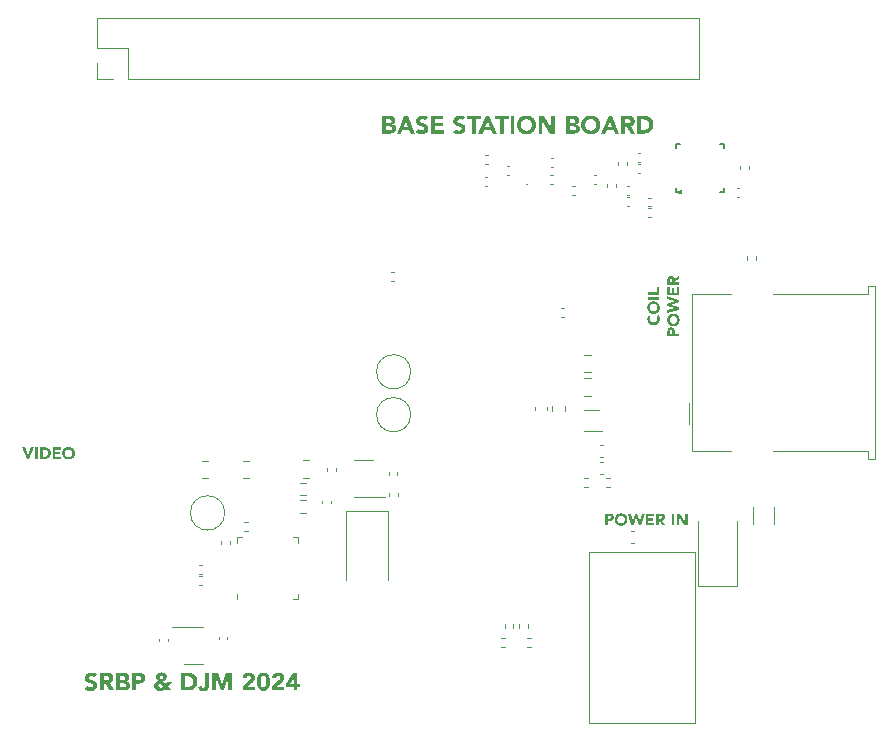
<source format=gbr>
%TF.GenerationSoftware,KiCad,Pcbnew,7.0.2-0*%
%TF.CreationDate,2024-01-28T21:47:35-03:30*%
%TF.ProjectId,ground-station,67726f75-6e64-42d7-9374-6174696f6e2e,rev?*%
%TF.SameCoordinates,Original*%
%TF.FileFunction,Legend,Top*%
%TF.FilePolarity,Positive*%
%FSLAX46Y46*%
G04 Gerber Fmt 4.6, Leading zero omitted, Abs format (unit mm)*
G04 Created by KiCad (PCBNEW 7.0.2-0) date 2024-01-28 21:47:35*
%MOMM*%
%LPD*%
G01*
G04 APERTURE LIST*
%ADD10C,0.150000*%
%ADD11C,0.120000*%
%ADD12C,0.127000*%
%ADD13C,0.300000*%
%ADD14C,0.050000*%
%ADD15C,0.100000*%
G04 APERTURE END LIST*
D10*
G36*
X106990631Y-123124658D02*
G01*
X106980115Y-123112430D01*
X106968718Y-123101027D01*
X106956439Y-123090448D01*
X106943278Y-123080694D01*
X106929236Y-123071764D01*
X106914313Y-123063658D01*
X106898508Y-123056376D01*
X106881821Y-123049919D01*
X106864808Y-123044252D01*
X106848024Y-123039340D01*
X106831469Y-123035185D01*
X106815143Y-123031784D01*
X106799045Y-123029140D01*
X106783177Y-123027250D01*
X106767538Y-123026117D01*
X106752128Y-123025739D01*
X106736315Y-123026142D01*
X106720291Y-123027352D01*
X106704058Y-123029368D01*
X106687613Y-123032191D01*
X106678122Y-123034166D01*
X106661788Y-123038308D01*
X106645805Y-123043362D01*
X106630172Y-123049327D01*
X106614890Y-123056205D01*
X106606315Y-123060544D01*
X106592165Y-123068959D01*
X106579207Y-123078496D01*
X106567441Y-123089155D01*
X106556867Y-123100935D01*
X106551360Y-123108171D01*
X106543223Y-123121608D01*
X106537085Y-123136271D01*
X106532945Y-123152162D01*
X106530987Y-123166759D01*
X106530478Y-123179612D01*
X106531267Y-123196059D01*
X106533637Y-123211509D01*
X106537587Y-123225963D01*
X106544746Y-123242630D01*
X106554374Y-123257741D01*
X106566471Y-123271295D01*
X106577925Y-123281018D01*
X106581036Y-123283293D01*
X106594173Y-123292103D01*
X106608124Y-123300581D01*
X106622887Y-123308727D01*
X106638463Y-123316541D01*
X106654852Y-123324023D01*
X106672054Y-123331173D01*
X106690069Y-123337990D01*
X106704114Y-123342886D01*
X106708897Y-123344476D01*
X106723426Y-123349216D01*
X106738160Y-123353956D01*
X106753101Y-123358696D01*
X106768248Y-123363435D01*
X106783601Y-123368175D01*
X106799160Y-123372915D01*
X106814925Y-123377655D01*
X106830896Y-123382395D01*
X106847073Y-123387135D01*
X106863457Y-123391875D01*
X106874494Y-123395034D01*
X106891014Y-123399961D01*
X106907329Y-123405261D01*
X106923438Y-123410935D01*
X106939340Y-123416982D01*
X106955036Y-123423403D01*
X106970527Y-123430197D01*
X106985811Y-123437364D01*
X107000889Y-123444906D01*
X107015761Y-123452820D01*
X107030427Y-123461109D01*
X107040090Y-123466842D01*
X107054284Y-123475843D01*
X107068014Y-123485398D01*
X107081280Y-123495506D01*
X107094083Y-123506169D01*
X107106422Y-123517385D01*
X107118298Y-123529155D01*
X107129709Y-123541479D01*
X107140657Y-123554357D01*
X107151142Y-123567789D01*
X107161162Y-123581774D01*
X107167585Y-123591406D01*
X107176686Y-123606501D01*
X107184891Y-123622524D01*
X107192202Y-123639474D01*
X107198617Y-123657351D01*
X107204137Y-123676156D01*
X107208762Y-123695888D01*
X107212492Y-123716548D01*
X107215327Y-123738135D01*
X107216719Y-123753041D01*
X107217714Y-123768360D01*
X107218311Y-123784090D01*
X107218510Y-123800233D01*
X107218328Y-123815681D01*
X107217783Y-123830882D01*
X107216874Y-123845837D01*
X107215602Y-123860546D01*
X107213012Y-123882148D01*
X107209604Y-123903196D01*
X107205378Y-123923690D01*
X107200335Y-123943631D01*
X107194473Y-123963017D01*
X107187794Y-123981850D01*
X107180296Y-124000129D01*
X107171981Y-124017854D01*
X107162971Y-124034956D01*
X107153387Y-124051505D01*
X107143230Y-124067500D01*
X107132500Y-124082941D01*
X107121197Y-124097828D01*
X107109320Y-124112161D01*
X107096871Y-124125940D01*
X107083848Y-124139166D01*
X107070252Y-124151838D01*
X107056083Y-124163956D01*
X107046318Y-124171727D01*
X107031258Y-124182918D01*
X107015754Y-124193550D01*
X106999806Y-124203621D01*
X106983413Y-124213132D01*
X106966575Y-124222082D01*
X106949293Y-124230472D01*
X106931567Y-124238302D01*
X106913397Y-124245572D01*
X106894782Y-124252281D01*
X106875723Y-124258430D01*
X106862770Y-124262219D01*
X106843089Y-124267522D01*
X106823203Y-124272304D01*
X106803110Y-124276564D01*
X106782811Y-124280302D01*
X106762306Y-124283519D01*
X106741595Y-124286214D01*
X106720678Y-124288388D01*
X106699555Y-124290039D01*
X106678225Y-124291170D01*
X106656690Y-124291778D01*
X106642219Y-124291894D01*
X106624119Y-124291720D01*
X106606183Y-124291196D01*
X106588410Y-124290323D01*
X106570800Y-124289101D01*
X106553354Y-124287529D01*
X106536070Y-124285609D01*
X106518950Y-124283339D01*
X106501993Y-124280720D01*
X106485199Y-124277752D01*
X106468568Y-124274435D01*
X106452100Y-124270768D01*
X106435795Y-124266752D01*
X106419654Y-124262387D01*
X106403675Y-124257673D01*
X106387860Y-124252610D01*
X106372208Y-124247198D01*
X106356704Y-124241442D01*
X106341331Y-124235257D01*
X106326089Y-124228642D01*
X106310980Y-124221598D01*
X106296002Y-124214125D01*
X106281155Y-124206222D01*
X106266441Y-124197890D01*
X106251857Y-124189129D01*
X106237406Y-124179938D01*
X106223086Y-124170318D01*
X106208898Y-124160269D01*
X106194842Y-124149791D01*
X106180917Y-124138883D01*
X106167124Y-124127545D01*
X106153463Y-124115779D01*
X106139933Y-124103583D01*
X106374406Y-123845662D01*
X106384118Y-123858100D01*
X106394293Y-123869997D01*
X106404932Y-123881353D01*
X106416034Y-123892168D01*
X106427601Y-123902442D01*
X106439631Y-123912175D01*
X106452124Y-123921367D01*
X106465081Y-123930018D01*
X106478502Y-123938128D01*
X106492387Y-123945697D01*
X106501901Y-123950443D01*
X106516437Y-123956990D01*
X106531057Y-123962893D01*
X106545761Y-123968153D01*
X106560548Y-123972768D01*
X106575419Y-123976739D01*
X106590374Y-123980067D01*
X106605412Y-123982750D01*
X106620534Y-123984789D01*
X106635740Y-123986185D01*
X106651030Y-123986936D01*
X106661270Y-123987079D01*
X106676408Y-123986744D01*
X106691598Y-123985740D01*
X106706839Y-123984065D01*
X106722132Y-123981721D01*
X106737476Y-123978707D01*
X106742602Y-123977554D01*
X106757693Y-123973647D01*
X106772192Y-123969070D01*
X106786098Y-123963824D01*
X106801573Y-123956856D01*
X106816242Y-123948977D01*
X106830036Y-123940152D01*
X106842568Y-123930344D01*
X106853838Y-123919555D01*
X106863846Y-123907784D01*
X106868998Y-123900617D01*
X106876850Y-123887143D01*
X106882773Y-123872688D01*
X106886767Y-123857250D01*
X106888833Y-123840831D01*
X106889148Y-123831008D01*
X106888341Y-123814516D01*
X106885920Y-123798928D01*
X106881884Y-123784245D01*
X106876234Y-123770466D01*
X106868969Y-123757592D01*
X106860091Y-123745622D01*
X106849598Y-123734557D01*
X106837491Y-123724396D01*
X106824164Y-123714785D01*
X106810013Y-123705551D01*
X106795038Y-123696695D01*
X106779239Y-123688217D01*
X106762615Y-123680117D01*
X106745167Y-123672395D01*
X106731540Y-123666851D01*
X106717449Y-123661520D01*
X106707798Y-123658084D01*
X106693053Y-123652932D01*
X106678084Y-123647780D01*
X106662889Y-123642628D01*
X106647468Y-123637476D01*
X106631822Y-123632324D01*
X106615951Y-123627172D01*
X106599854Y-123622020D01*
X106583532Y-123616868D01*
X106566984Y-123611716D01*
X106550211Y-123606564D01*
X106538904Y-123603129D01*
X106521981Y-123597810D01*
X106505283Y-123592156D01*
X106488810Y-123586166D01*
X106472563Y-123579842D01*
X106456542Y-123573183D01*
X106440745Y-123566189D01*
X106425175Y-123558861D01*
X106409829Y-123551197D01*
X106394709Y-123543199D01*
X106379815Y-123534865D01*
X106370010Y-123529124D01*
X106355610Y-123520142D01*
X106341674Y-123510645D01*
X106328202Y-123500633D01*
X106315193Y-123490106D01*
X106302648Y-123479063D01*
X106290566Y-123467506D01*
X106278948Y-123455433D01*
X106267794Y-123442845D01*
X106257104Y-123429742D01*
X106246877Y-123416123D01*
X106240317Y-123406758D01*
X106231085Y-123392110D01*
X106222762Y-123376606D01*
X106215346Y-123360245D01*
X106208838Y-123343028D01*
X106203239Y-123324954D01*
X106198547Y-123306024D01*
X106194764Y-123286237D01*
X106191888Y-123265593D01*
X106189921Y-123244093D01*
X106189114Y-123229284D01*
X106188710Y-123214094D01*
X106188660Y-123206357D01*
X106188844Y-123191407D01*
X106189398Y-123176693D01*
X106190921Y-123155061D01*
X106193275Y-123133957D01*
X106196460Y-123113381D01*
X106200475Y-123093333D01*
X106205321Y-123073814D01*
X106210998Y-123054822D01*
X106217505Y-123036359D01*
X106224844Y-123018423D01*
X106233013Y-123001016D01*
X106235921Y-122995331D01*
X106245128Y-122978556D01*
X106254889Y-122962302D01*
X106265203Y-122946571D01*
X106276072Y-122931360D01*
X106287494Y-122916672D01*
X106299471Y-122902505D01*
X106312001Y-122888860D01*
X106325085Y-122875736D01*
X106338722Y-122863134D01*
X106352914Y-122851054D01*
X106362683Y-122843290D01*
X106377733Y-122832088D01*
X106393208Y-122821428D01*
X106409109Y-122811309D01*
X106425434Y-122801730D01*
X106442184Y-122792693D01*
X106459360Y-122784196D01*
X106476960Y-122776241D01*
X106494986Y-122768826D01*
X106513437Y-122761953D01*
X106532312Y-122755620D01*
X106545132Y-122751699D01*
X106564624Y-122746199D01*
X106584219Y-122741240D01*
X106603916Y-122736822D01*
X106623717Y-122732945D01*
X106643621Y-122729610D01*
X106663628Y-122726815D01*
X106683738Y-122724561D01*
X106703951Y-122722848D01*
X106724267Y-122721675D01*
X106744686Y-122721044D01*
X106758356Y-122720924D01*
X106774167Y-122721064D01*
X106789909Y-122721485D01*
X106805583Y-122722186D01*
X106821188Y-122723168D01*
X106836724Y-122724430D01*
X106852191Y-122725973D01*
X106867590Y-122727796D01*
X106882920Y-122729900D01*
X106898181Y-122732284D01*
X106913374Y-122734949D01*
X106928498Y-122737894D01*
X106943553Y-122741120D01*
X106958540Y-122744626D01*
X106973458Y-122748413D01*
X106988307Y-122752480D01*
X107003087Y-122756828D01*
X107017788Y-122761508D01*
X107032305Y-122766571D01*
X107046639Y-122772018D01*
X107060790Y-122777848D01*
X107074757Y-122784062D01*
X107088542Y-122790659D01*
X107102143Y-122797640D01*
X107115561Y-122805005D01*
X107128796Y-122812753D01*
X107141848Y-122820884D01*
X107154716Y-122829399D01*
X107167402Y-122838298D01*
X107179904Y-122847580D01*
X107192223Y-122857246D01*
X107204359Y-122867295D01*
X107216311Y-122877728D01*
X106990631Y-123124658D01*
G37*
G36*
X108056030Y-122744571D02*
G01*
X108077084Y-122745170D01*
X108097933Y-122746168D01*
X108118575Y-122747566D01*
X108139011Y-122749362D01*
X108159241Y-122751558D01*
X108179266Y-122754154D01*
X108199084Y-122757148D01*
X108218696Y-122760542D01*
X108238101Y-122764335D01*
X108250924Y-122767086D01*
X108269933Y-122771544D01*
X108288491Y-122776536D01*
X108306598Y-122782062D01*
X108324254Y-122788123D01*
X108341460Y-122794719D01*
X108358214Y-122801849D01*
X108374518Y-122809514D01*
X108390372Y-122817713D01*
X108405774Y-122826447D01*
X108420725Y-122835715D01*
X108430443Y-122842191D01*
X108444591Y-122852405D01*
X108458186Y-122863262D01*
X108471227Y-122874764D01*
X108483714Y-122886910D01*
X108495648Y-122899700D01*
X108507027Y-122913134D01*
X108517853Y-122927212D01*
X108528125Y-122941933D01*
X108537842Y-122957299D01*
X108547007Y-122973309D01*
X108552808Y-122984340D01*
X108560927Y-123001488D01*
X108568247Y-123019408D01*
X108574769Y-123038101D01*
X108580492Y-123057567D01*
X108585416Y-123077806D01*
X108589542Y-123098817D01*
X108592869Y-123120602D01*
X108594644Y-123135554D01*
X108596064Y-123150850D01*
X108597128Y-123166489D01*
X108597838Y-123182472D01*
X108598193Y-123198798D01*
X108598237Y-123207090D01*
X108597915Y-123227096D01*
X108596949Y-123246726D01*
X108595339Y-123265977D01*
X108593085Y-123284850D01*
X108590187Y-123303346D01*
X108586645Y-123321464D01*
X108582459Y-123339204D01*
X108577629Y-123356566D01*
X108572155Y-123373551D01*
X108566037Y-123390157D01*
X108559275Y-123406386D01*
X108551869Y-123422237D01*
X108543819Y-123437710D01*
X108535125Y-123452805D01*
X108525787Y-123467523D01*
X108515806Y-123481863D01*
X108505250Y-123495644D01*
X108494098Y-123508779D01*
X108482352Y-123521267D01*
X108470010Y-123533108D01*
X108457073Y-123544302D01*
X108443540Y-123554849D01*
X108429412Y-123564750D01*
X108414689Y-123574003D01*
X108399370Y-123582610D01*
X108383456Y-123590570D01*
X108366947Y-123597883D01*
X108349842Y-123604549D01*
X108332143Y-123610568D01*
X108313847Y-123615941D01*
X108294957Y-123620666D01*
X108275471Y-123624745D01*
X108655024Y-124245000D01*
X108260450Y-124245000D01*
X107948307Y-123658817D01*
X107785642Y-123658817D01*
X107785642Y-124245000D01*
X107456646Y-124245000D01*
X107456646Y-123025739D01*
X107785642Y-123025739D01*
X107785642Y-123377449D01*
X107979815Y-123377449D01*
X107996619Y-123377333D01*
X108013783Y-123376985D01*
X108031309Y-123376406D01*
X108046189Y-123375746D01*
X108061319Y-123374924D01*
X108073604Y-123374152D01*
X108088933Y-123372808D01*
X108103779Y-123370839D01*
X108120956Y-123367649D01*
X108137439Y-123363557D01*
X108153225Y-123358564D01*
X108163363Y-123354734D01*
X108177986Y-123347908D01*
X108191630Y-123339794D01*
X108204296Y-123330391D01*
X108215982Y-123319701D01*
X108226690Y-123307722D01*
X108230041Y-123303443D01*
X108239006Y-123289262D01*
X108246116Y-123273098D01*
X108250624Y-123258113D01*
X108253844Y-123241750D01*
X108255776Y-123224009D01*
X108256394Y-123208825D01*
X108256420Y-123204891D01*
X108255847Y-123187049D01*
X108254130Y-123170387D01*
X108251268Y-123154906D01*
X108247260Y-123140606D01*
X108240941Y-123125004D01*
X108232972Y-123111102D01*
X108223866Y-123098505D01*
X108213858Y-123087094D01*
X108202949Y-123076867D01*
X108191138Y-123067825D01*
X108178426Y-123059969D01*
X108173988Y-123057613D01*
X108160150Y-123051031D01*
X108145566Y-123045300D01*
X108130234Y-123040418D01*
X108114156Y-123036387D01*
X108097330Y-123033205D01*
X108091556Y-123032334D01*
X108074309Y-123030093D01*
X108057192Y-123028315D01*
X108040203Y-123027001D01*
X108023343Y-123026151D01*
X108006612Y-123025765D01*
X108001064Y-123025739D01*
X107785642Y-123025739D01*
X107456646Y-123025739D01*
X107456646Y-122744371D01*
X108034769Y-122744371D01*
X108056030Y-122744571D01*
G37*
G36*
X109391678Y-122744494D02*
G01*
X109409910Y-122744861D01*
X109428162Y-122745473D01*
X109446434Y-122746329D01*
X109464724Y-122747430D01*
X109483034Y-122748776D01*
X109501364Y-122750367D01*
X109519712Y-122752202D01*
X109538080Y-122754283D01*
X109556468Y-122756607D01*
X109568736Y-122758293D01*
X109586969Y-122761152D01*
X109604848Y-122764506D01*
X109622372Y-122768356D01*
X109639542Y-122772702D01*
X109656358Y-122777544D01*
X109672820Y-122782881D01*
X109688927Y-122788715D01*
X109704680Y-122795044D01*
X109720080Y-122801870D01*
X109735124Y-122809191D01*
X109744958Y-122814347D01*
X109759328Y-122822474D01*
X109773178Y-122831194D01*
X109786505Y-122840506D01*
X109799311Y-122850411D01*
X109811595Y-122860908D01*
X109823358Y-122871998D01*
X109834599Y-122883680D01*
X109845319Y-122895955D01*
X109855516Y-122908822D01*
X109865192Y-122922281D01*
X109871353Y-122931584D01*
X109880061Y-122946104D01*
X109887913Y-122961500D01*
X109894908Y-122977771D01*
X109901046Y-122994919D01*
X109906328Y-123012942D01*
X109910753Y-123031841D01*
X109914322Y-123051617D01*
X109917034Y-123072267D01*
X109918890Y-123093794D01*
X109919651Y-123108632D01*
X109920032Y-123123859D01*
X109920080Y-123131618D01*
X109919804Y-123147567D01*
X109918975Y-123163172D01*
X109917594Y-123178433D01*
X109915660Y-123193351D01*
X109913175Y-123207925D01*
X109908410Y-123229143D01*
X109902403Y-123249588D01*
X109895152Y-123269260D01*
X109886659Y-123288159D01*
X109876923Y-123306286D01*
X109865944Y-123323639D01*
X109853722Y-123340220D01*
X109849371Y-123345575D01*
X109835714Y-123361022D01*
X109821259Y-123375624D01*
X109806005Y-123389383D01*
X109789952Y-123402299D01*
X109773100Y-123414370D01*
X109755451Y-123425599D01*
X109737002Y-123435983D01*
X109717755Y-123445524D01*
X109697710Y-123454221D01*
X109683902Y-123459551D01*
X109669740Y-123464505D01*
X109662526Y-123466842D01*
X109662526Y-123471238D01*
X109680810Y-123474203D01*
X109698658Y-123477787D01*
X109716072Y-123481989D01*
X109733051Y-123486809D01*
X109749594Y-123492247D01*
X109765703Y-123498303D01*
X109781377Y-123504978D01*
X109796615Y-123512271D01*
X109811373Y-123520050D01*
X109825604Y-123528368D01*
X109839308Y-123537224D01*
X109852486Y-123546618D01*
X109865137Y-123556550D01*
X109877261Y-123567020D01*
X109888859Y-123578028D01*
X109899930Y-123589574D01*
X109910423Y-123601544D01*
X109920286Y-123614006D01*
X109929519Y-123626960D01*
X109938123Y-123640407D01*
X109946097Y-123654346D01*
X109953442Y-123668777D01*
X109960157Y-123683701D01*
X109966242Y-123699117D01*
X109971737Y-123714916D01*
X109976500Y-123730990D01*
X109980530Y-123747339D01*
X109983827Y-123763963D01*
X109986392Y-123780862D01*
X109988224Y-123798035D01*
X109989323Y-123815483D01*
X109989689Y-123833206D01*
X109989245Y-123854781D01*
X109987912Y-123875680D01*
X109985690Y-123895903D01*
X109982579Y-123915449D01*
X109978580Y-123934319D01*
X109973692Y-123952513D01*
X109967915Y-123970031D01*
X109961250Y-123986873D01*
X109953696Y-124003038D01*
X109945253Y-124018528D01*
X109939131Y-124028478D01*
X109929390Y-124042915D01*
X109919128Y-124056823D01*
X109908344Y-124070203D01*
X109897039Y-124083055D01*
X109885212Y-124095379D01*
X109872863Y-124107175D01*
X109859993Y-124118443D01*
X109846601Y-124129183D01*
X109832687Y-124139394D01*
X109818252Y-124149078D01*
X109808339Y-124155240D01*
X109793118Y-124164001D01*
X109777543Y-124172285D01*
X109761613Y-124180092D01*
X109745330Y-124187423D01*
X109728692Y-124194277D01*
X109711700Y-124200655D01*
X109694354Y-124206556D01*
X109676654Y-124211981D01*
X109658599Y-124216929D01*
X109640190Y-124221400D01*
X109627721Y-124224117D01*
X109608974Y-124227849D01*
X109590240Y-124231214D01*
X109571519Y-124234211D01*
X109552811Y-124236842D01*
X109534116Y-124239106D01*
X109515433Y-124241002D01*
X109496764Y-124242532D01*
X109478107Y-124243694D01*
X109459463Y-124244490D01*
X109440832Y-124244918D01*
X109428419Y-124245000D01*
X108816591Y-124245000D01*
X108816591Y-123635369D01*
X109145586Y-123635369D01*
X109145586Y-123963632D01*
X109441242Y-123963632D01*
X109457821Y-123963246D01*
X109474541Y-123962089D01*
X109491401Y-123960161D01*
X109505964Y-123957894D01*
X109518178Y-123955572D01*
X109532608Y-123952000D01*
X109548759Y-123946790D01*
X109564174Y-123940459D01*
X109578853Y-123933006D01*
X109588886Y-123926995D01*
X109602253Y-123917441D01*
X109614462Y-123906729D01*
X109625514Y-123894861D01*
X109635409Y-123881835D01*
X109640544Y-123873872D01*
X109648395Y-123858923D01*
X109653590Y-123845022D01*
X109657368Y-123830115D01*
X109659730Y-123814204D01*
X109660674Y-123797288D01*
X109660694Y-123794371D01*
X109660050Y-123778932D01*
X109657577Y-123761655D01*
X109653249Y-123745744D01*
X109647067Y-123731198D01*
X109639030Y-123718018D01*
X109634316Y-123711939D01*
X109623934Y-123700541D01*
X109612574Y-123690250D01*
X109600235Y-123681066D01*
X109586917Y-123672990D01*
X109572620Y-123666022D01*
X109567637Y-123663946D01*
X109552430Y-123658137D01*
X109536760Y-123653075D01*
X109520625Y-123648760D01*
X109504027Y-123645192D01*
X109486966Y-123642372D01*
X109481175Y-123641598D01*
X109463959Y-123639481D01*
X109447207Y-123637802D01*
X109430918Y-123636561D01*
X109415092Y-123635759D01*
X109399731Y-123635394D01*
X109394713Y-123635369D01*
X109145586Y-123635369D01*
X108816591Y-123635369D01*
X108816591Y-123025739D01*
X109145586Y-123025739D01*
X109145586Y-123354002D01*
X109384089Y-123354002D01*
X109400706Y-123353598D01*
X109417218Y-123352389D01*
X109433624Y-123350373D01*
X109449926Y-123347550D01*
X109459193Y-123345575D01*
X109475014Y-123341220D01*
X109490098Y-123335848D01*
X109504446Y-123329459D01*
X109518058Y-123322053D01*
X109525505Y-123317365D01*
X109537927Y-123308096D01*
X109549228Y-123297600D01*
X109559406Y-123285877D01*
X109568462Y-123272926D01*
X109573133Y-123264975D01*
X109580128Y-123250079D01*
X109585405Y-123233920D01*
X109588560Y-123219065D01*
X109590454Y-123203283D01*
X109591085Y-123186573D01*
X109590376Y-123169280D01*
X109588251Y-123153119D01*
X109584709Y-123138093D01*
X109579750Y-123124200D01*
X109572174Y-123109423D01*
X109570935Y-123107438D01*
X109561701Y-123094195D01*
X109551310Y-123082354D01*
X109539762Y-123071915D01*
X109527057Y-123062879D01*
X109519277Y-123058346D01*
X109505072Y-123051268D01*
X109490025Y-123045102D01*
X109474137Y-123039848D01*
X109459849Y-123036070D01*
X109447470Y-123033433D01*
X109432559Y-123030818D01*
X109417777Y-123028745D01*
X109403124Y-123027212D01*
X109386191Y-123026107D01*
X109369434Y-123025739D01*
X109145586Y-123025739D01*
X108816591Y-123025739D01*
X108816591Y-122744371D01*
X109373464Y-122744371D01*
X109391678Y-122744494D01*
G37*
G36*
X110753174Y-122744558D02*
G01*
X110774553Y-122745118D01*
X110795713Y-122746052D01*
X110816653Y-122747360D01*
X110837375Y-122749040D01*
X110857878Y-122751095D01*
X110878162Y-122753523D01*
X110898227Y-122756324D01*
X110918072Y-122759499D01*
X110937699Y-122763047D01*
X110950662Y-122765621D01*
X110969868Y-122769875D01*
X110988603Y-122774671D01*
X111006868Y-122780008D01*
X111024662Y-122785885D01*
X111041987Y-122792304D01*
X111058842Y-122799263D01*
X111075226Y-122806764D01*
X111091140Y-122814805D01*
X111106584Y-122823387D01*
X111121558Y-122832511D01*
X111131280Y-122838893D01*
X111145429Y-122848898D01*
X111159024Y-122859540D01*
X111172065Y-122870820D01*
X111184552Y-122882737D01*
X111196485Y-122895292D01*
X111207864Y-122908484D01*
X111218690Y-122922314D01*
X111228962Y-122936781D01*
X111238680Y-122951886D01*
X111247844Y-122967629D01*
X111253646Y-122978478D01*
X111261764Y-122995298D01*
X111269085Y-123012924D01*
X111275606Y-123031354D01*
X111281329Y-123050589D01*
X111286254Y-123070629D01*
X111290379Y-123091474D01*
X111293707Y-123113125D01*
X111295481Y-123128005D01*
X111296901Y-123143244D01*
X111297966Y-123158840D01*
X111298676Y-123174794D01*
X111299031Y-123191106D01*
X111299075Y-123199396D01*
X111298910Y-123215626D01*
X111298417Y-123231527D01*
X111297594Y-123247099D01*
X111296442Y-123262342D01*
X111294960Y-123277255D01*
X111293150Y-123291840D01*
X111289817Y-123313099D01*
X111285744Y-123333618D01*
X111280930Y-123353397D01*
X111275376Y-123372434D01*
X111269081Y-123390731D01*
X111262045Y-123408288D01*
X111256943Y-123419581D01*
X111248763Y-123435958D01*
X111240023Y-123451704D01*
X111230723Y-123466818D01*
X111220862Y-123481302D01*
X111210441Y-123495154D01*
X111199460Y-123508375D01*
X111187918Y-123520966D01*
X111175816Y-123532925D01*
X111163154Y-123544253D01*
X111149932Y-123554950D01*
X111140806Y-123561730D01*
X111126688Y-123571355D01*
X111112087Y-123580445D01*
X111097004Y-123589000D01*
X111081437Y-123597021D01*
X111065388Y-123604508D01*
X111048855Y-123611460D01*
X111031840Y-123617877D01*
X111014341Y-123623760D01*
X110996360Y-123629109D01*
X110977895Y-123633923D01*
X110965317Y-123636835D01*
X110946210Y-123640763D01*
X110926806Y-123644305D01*
X110907106Y-123647461D01*
X110887110Y-123650230D01*
X110866817Y-123652613D01*
X110846229Y-123654609D01*
X110825344Y-123656219D01*
X110804163Y-123657443D01*
X110782685Y-123658280D01*
X110760912Y-123658731D01*
X110746231Y-123658817D01*
X110505530Y-123658817D01*
X110505530Y-124245000D01*
X110176535Y-124245000D01*
X110176535Y-123025739D01*
X110505530Y-123025739D01*
X110505530Y-123377449D01*
X110724982Y-123377449D01*
X110741490Y-123377153D01*
X110757766Y-123376264D01*
X110773810Y-123374783D01*
X110789622Y-123372709D01*
X110805203Y-123370043D01*
X110810345Y-123369023D01*
X110825560Y-123365463D01*
X110840158Y-123361106D01*
X110854137Y-123355949D01*
X110869664Y-123348924D01*
X110884351Y-123340812D01*
X110898145Y-123331456D01*
X110910677Y-123320697D01*
X110921947Y-123308535D01*
X110931955Y-123294971D01*
X110937107Y-123286591D01*
X110943955Y-123272921D01*
X110949386Y-123258014D01*
X110953400Y-123241871D01*
X110955998Y-123224492D01*
X110957080Y-123209064D01*
X110957257Y-123199396D01*
X110956613Y-123182301D01*
X110954681Y-123166280D01*
X110951461Y-123151332D01*
X110945897Y-123134811D01*
X110938478Y-123119836D01*
X110930879Y-123108538D01*
X110920459Y-123096053D01*
X110908983Y-123084701D01*
X110896451Y-123074483D01*
X110882862Y-123065398D01*
X110868218Y-123057447D01*
X110863101Y-123055048D01*
X110847379Y-123048518D01*
X110830987Y-123042941D01*
X110816816Y-123039022D01*
X110802179Y-123035764D01*
X110787077Y-123033168D01*
X110771510Y-123031235D01*
X110755809Y-123029652D01*
X110740305Y-123028337D01*
X110724997Y-123027290D01*
X110709887Y-123026512D01*
X110694973Y-123026002D01*
X110680256Y-123025761D01*
X110674424Y-123025739D01*
X110505530Y-123025739D01*
X110176535Y-123025739D01*
X110176535Y-122744371D01*
X110731577Y-122744371D01*
X110753174Y-122744558D01*
G37*
G36*
X112690910Y-122721121D02*
G01*
X112706900Y-122721710D01*
X112722741Y-122722692D01*
X112738434Y-122724067D01*
X112753979Y-122725835D01*
X112769376Y-122727995D01*
X112784625Y-122730549D01*
X112799726Y-122733495D01*
X112814678Y-122736834D01*
X112829483Y-122740566D01*
X112839270Y-122743272D01*
X112853744Y-122747600D01*
X112867902Y-122752340D01*
X112881745Y-122757492D01*
X112899711Y-122765002D01*
X112917117Y-122773246D01*
X112933961Y-122782221D01*
X112950244Y-122791930D01*
X112965966Y-122802371D01*
X112977390Y-122810683D01*
X112992033Y-122822401D01*
X113005920Y-122834841D01*
X113019052Y-122848001D01*
X113031428Y-122861883D01*
X113043049Y-122876486D01*
X113053914Y-122891810D01*
X113064023Y-122907856D01*
X113073377Y-122924623D01*
X113081792Y-122942168D01*
X113087367Y-122955876D01*
X113092311Y-122970053D01*
X113096623Y-122984701D01*
X113100305Y-122999819D01*
X113103355Y-123015407D01*
X113105775Y-123031465D01*
X113107563Y-123047993D01*
X113108720Y-123064992D01*
X113109246Y-123082460D01*
X113109281Y-123088387D01*
X113108932Y-123105080D01*
X113107884Y-123121452D01*
X113106138Y-123137503D01*
X113103694Y-123153234D01*
X113100551Y-123168644D01*
X113096710Y-123183734D01*
X113092170Y-123198503D01*
X113086933Y-123212951D01*
X113081185Y-123227039D01*
X113074934Y-123240910D01*
X113068179Y-123254562D01*
X113060921Y-123267998D01*
X113053158Y-123281215D01*
X113044892Y-123294216D01*
X113036122Y-123306998D01*
X113026849Y-123319563D01*
X113017226Y-123331768D01*
X113007225Y-123343652D01*
X112996847Y-123355215D01*
X112986091Y-123366458D01*
X112974957Y-123377380D01*
X112963445Y-123387982D01*
X112951555Y-123398263D01*
X112939288Y-123408224D01*
X112926808Y-123417789D01*
X112914100Y-123427068D01*
X112901163Y-123436061D01*
X112887997Y-123444768D01*
X112874602Y-123453189D01*
X112860977Y-123461323D01*
X112847124Y-123469172D01*
X112833042Y-123476734D01*
X113025017Y-123681531D01*
X113170464Y-123483328D01*
X113537561Y-123483328D01*
X113223220Y-123896587D01*
X113556612Y-124245000D01*
X113149581Y-124245000D01*
X113025017Y-124103583D01*
X113013332Y-124115255D01*
X113001541Y-124126549D01*
X112989644Y-124137466D01*
X112977641Y-124148005D01*
X112965533Y-124158165D01*
X112953318Y-124167949D01*
X112940998Y-124177354D01*
X112928572Y-124186381D01*
X112916039Y-124195031D01*
X112903401Y-124203303D01*
X112890657Y-124211197D01*
X112877807Y-124218713D01*
X112864851Y-124225851D01*
X112851790Y-124232612D01*
X112831998Y-124242044D01*
X112825348Y-124245000D01*
X112805192Y-124253380D01*
X112784566Y-124260936D01*
X112770554Y-124265516D01*
X112756333Y-124269729D01*
X112741903Y-124273576D01*
X112727264Y-124277056D01*
X112712417Y-124280170D01*
X112697360Y-124282918D01*
X112682094Y-124285300D01*
X112666620Y-124287315D01*
X112650936Y-124288963D01*
X112635044Y-124290245D01*
X112618942Y-124291161D01*
X112602632Y-124291711D01*
X112586113Y-124291894D01*
X112567142Y-124291653D01*
X112548288Y-124290928D01*
X112529550Y-124289721D01*
X112510928Y-124288030D01*
X112492421Y-124285857D01*
X112474031Y-124283200D01*
X112455756Y-124280061D01*
X112437598Y-124276438D01*
X112419555Y-124272333D01*
X112401628Y-124267744D01*
X112389741Y-124264417D01*
X112372124Y-124259017D01*
X112354854Y-124253121D01*
X112337932Y-124246729D01*
X112321357Y-124239842D01*
X112305130Y-124232458D01*
X112289252Y-124224579D01*
X112273720Y-124216204D01*
X112258537Y-124207333D01*
X112243701Y-124197966D01*
X112229214Y-124188103D01*
X112219748Y-124181252D01*
X112206002Y-124170494D01*
X112192790Y-124159240D01*
X112180113Y-124147490D01*
X112167971Y-124135245D01*
X112156363Y-124122503D01*
X112145289Y-124109266D01*
X112134750Y-124095533D01*
X112124745Y-124081303D01*
X112115275Y-124066578D01*
X112106340Y-124051357D01*
X112100680Y-124040935D01*
X112092758Y-124024825D01*
X112085615Y-124008232D01*
X112079251Y-123991157D01*
X112073666Y-123973598D01*
X112068861Y-123955556D01*
X112064835Y-123937032D01*
X112061588Y-123918024D01*
X112059120Y-123898533D01*
X112057432Y-123878560D01*
X112056523Y-123858103D01*
X112056350Y-123844197D01*
X112056715Y-123826978D01*
X112398168Y-123826978D01*
X112398760Y-123842494D01*
X112400538Y-123857443D01*
X112403500Y-123871826D01*
X112408454Y-123887890D01*
X112415020Y-123903182D01*
X112422902Y-123917419D01*
X112431800Y-123930640D01*
X112441715Y-123942845D01*
X112452647Y-123954032D01*
X112459351Y-123959968D01*
X112471828Y-123969628D01*
X112485216Y-123978411D01*
X112499517Y-123986317D01*
X112514729Y-123993347D01*
X112523831Y-123996971D01*
X112540054Y-124002253D01*
X112556348Y-124006237D01*
X112572712Y-124008925D01*
X112589147Y-124010315D01*
X112598569Y-124010526D01*
X112616755Y-124010034D01*
X112634312Y-124008557D01*
X112651240Y-124006096D01*
X112667537Y-124002650D01*
X112683205Y-123998219D01*
X112698243Y-123992803D01*
X112712651Y-123986404D01*
X112726430Y-123979019D01*
X112739877Y-123970908D01*
X112753289Y-123962327D01*
X112766667Y-123953276D01*
X112780011Y-123943756D01*
X112793320Y-123933767D01*
X112806595Y-123923309D01*
X112819836Y-123912381D01*
X112833042Y-123900983D01*
X112569260Y-123613754D01*
X112555368Y-123622141D01*
X112541581Y-123630634D01*
X112527899Y-123639232D01*
X112514322Y-123647935D01*
X112506612Y-123652955D01*
X112493606Y-123661963D01*
X112481196Y-123671357D01*
X112469383Y-123681137D01*
X112458166Y-123691303D01*
X112452023Y-123697285D01*
X112441883Y-123708232D01*
X112432619Y-123719915D01*
X112424231Y-123732335D01*
X112416721Y-123745490D01*
X112412822Y-123753339D01*
X112407112Y-123767632D01*
X112402804Y-123782941D01*
X112399899Y-123799268D01*
X112398525Y-123814071D01*
X112398168Y-123826978D01*
X112056715Y-123826978D01*
X112056728Y-123826365D01*
X112057861Y-123808774D01*
X112059750Y-123791423D01*
X112062395Y-123774313D01*
X112065795Y-123757443D01*
X112069951Y-123740814D01*
X112074863Y-123724424D01*
X112080530Y-123708276D01*
X112086873Y-123692339D01*
X112093811Y-123676769D01*
X112101344Y-123661564D01*
X112109473Y-123646727D01*
X112118197Y-123632255D01*
X112127516Y-123618150D01*
X112137431Y-123604412D01*
X112147941Y-123591039D01*
X112159046Y-123578062D01*
X112170564Y-123565508D01*
X112182494Y-123553378D01*
X112194836Y-123541672D01*
X112207590Y-123530389D01*
X112220756Y-123519530D01*
X112234334Y-123509094D01*
X112248325Y-123499082D01*
X112262773Y-123489533D01*
X112277542Y-123480489D01*
X112292632Y-123471948D01*
X112308042Y-123463911D01*
X112323773Y-123456378D01*
X112339824Y-123449348D01*
X112356196Y-123442822D01*
X112372889Y-123436800D01*
X112361794Y-123424322D01*
X112350950Y-123412077D01*
X112340356Y-123400065D01*
X112330012Y-123388285D01*
X112319920Y-123376738D01*
X112310077Y-123365423D01*
X112306210Y-123360963D01*
X112296904Y-123349635D01*
X112286257Y-123335759D01*
X112276176Y-123321574D01*
X112266662Y-123307080D01*
X112257715Y-123292276D01*
X112253454Y-123284759D01*
X112245571Y-123269505D01*
X112238410Y-123253967D01*
X112231970Y-123238146D01*
X112226251Y-123222042D01*
X112221254Y-123205654D01*
X112219748Y-123200129D01*
X112215889Y-123183144D01*
X112213282Y-123168440D01*
X112211230Y-123153234D01*
X112209733Y-123137528D01*
X112208790Y-123121320D01*
X112208723Y-123118429D01*
X112524930Y-123118429D01*
X112525915Y-123133621D01*
X112528871Y-123148697D01*
X112533798Y-123163657D01*
X112537386Y-123171919D01*
X112544118Y-123184993D01*
X112551491Y-123197839D01*
X112559505Y-123210455D01*
X112568161Y-123222843D01*
X112577389Y-123234750D01*
X112587120Y-123246290D01*
X112597355Y-123257465D01*
X112608094Y-123268272D01*
X112619062Y-123278462D01*
X112630909Y-123289323D01*
X112642234Y-123299546D01*
X112649494Y-123306008D01*
X112662385Y-123298337D01*
X112675780Y-123289979D01*
X112689679Y-123280935D01*
X112702254Y-123272457D01*
X112704082Y-123271203D01*
X112716855Y-123262195D01*
X112729206Y-123252801D01*
X112741138Y-123243021D01*
X112752648Y-123232855D01*
X112759036Y-123226873D01*
X112769693Y-123216084D01*
X112779543Y-123204874D01*
X112788586Y-123193244D01*
X112797934Y-123179436D01*
X112801168Y-123174117D01*
X112808541Y-123159645D01*
X112813808Y-123144808D01*
X112816968Y-123129603D01*
X112818021Y-123114033D01*
X112817346Y-123098205D01*
X112815319Y-123083327D01*
X112810886Y-123066066D01*
X112804343Y-123050290D01*
X112795688Y-123035998D01*
X112784922Y-123023192D01*
X112774790Y-123014016D01*
X112760842Y-123003883D01*
X112746018Y-122995468D01*
X112730317Y-122988771D01*
X112713739Y-122983790D01*
X112696285Y-122980528D01*
X112681690Y-122979154D01*
X112670376Y-122978845D01*
X112655378Y-122979440D01*
X112637468Y-122981858D01*
X112620488Y-122986138D01*
X112604438Y-122992277D01*
X112589318Y-123000277D01*
X112575129Y-123010137D01*
X112567062Y-123016946D01*
X112554924Y-123029470D01*
X112544844Y-123043229D01*
X112536820Y-123058221D01*
X112530855Y-123074448D01*
X112526946Y-123091910D01*
X112525300Y-123106768D01*
X112524930Y-123118429D01*
X112208723Y-123118429D01*
X112208402Y-123104612D01*
X112208391Y-123101210D01*
X112208732Y-123082443D01*
X112209756Y-123064197D01*
X112211463Y-123046473D01*
X112213852Y-123029271D01*
X112216924Y-123012591D01*
X112220679Y-122996431D01*
X112225116Y-122980794D01*
X112230235Y-122965678D01*
X112236038Y-122951084D01*
X112242523Y-122937012D01*
X112247226Y-122927920D01*
X112254804Y-122914678D01*
X112262840Y-122901881D01*
X112271334Y-122889528D01*
X112280284Y-122877619D01*
X112289692Y-122866155D01*
X112299557Y-122855135D01*
X112309879Y-122844560D01*
X112320659Y-122834428D01*
X112331895Y-122824742D01*
X112343589Y-122815499D01*
X112351639Y-122809584D01*
X112364100Y-122801086D01*
X112376888Y-122793038D01*
X112390006Y-122785441D01*
X112403451Y-122778294D01*
X112417225Y-122771599D01*
X112431328Y-122765354D01*
X112445759Y-122759561D01*
X112460518Y-122754217D01*
X112475606Y-122749325D01*
X112491022Y-122744884D01*
X112501482Y-122742173D01*
X112517386Y-122738376D01*
X112533360Y-122734952D01*
X112549406Y-122731901D01*
X112565522Y-122729225D01*
X112581709Y-122726921D01*
X112597966Y-122724991D01*
X112614295Y-122723435D01*
X112630695Y-122722252D01*
X112647165Y-122721443D01*
X112663706Y-122721007D01*
X112674773Y-122720924D01*
X112690910Y-122721121D01*
G37*
G36*
X114850221Y-122744529D02*
G01*
X114872409Y-122745001D01*
X114894459Y-122745788D01*
X114916372Y-122746890D01*
X114938148Y-122748307D01*
X114959787Y-122750039D01*
X114981288Y-122752085D01*
X115002651Y-122754446D01*
X115023878Y-122757123D01*
X115044966Y-122760114D01*
X115065918Y-122763420D01*
X115086732Y-122767040D01*
X115107409Y-122770976D01*
X115127948Y-122775226D01*
X115148350Y-122779791D01*
X115168614Y-122784672D01*
X115188648Y-122789904D01*
X115208359Y-122795525D01*
X115227746Y-122801536D01*
X115246810Y-122807936D01*
X115265551Y-122814725D01*
X115283968Y-122821903D01*
X115302061Y-122829471D01*
X115319831Y-122837428D01*
X115337278Y-122845774D01*
X115354401Y-122854510D01*
X115371201Y-122863634D01*
X115387677Y-122873148D01*
X115403830Y-122883052D01*
X115419660Y-122893344D01*
X115435166Y-122904026D01*
X115450348Y-122915097D01*
X115465176Y-122926573D01*
X115479617Y-122938470D01*
X115493672Y-122950788D01*
X115507341Y-122963526D01*
X115520623Y-122976685D01*
X115533519Y-122990265D01*
X115546028Y-123004265D01*
X115558151Y-123018687D01*
X115569888Y-123033529D01*
X115581238Y-123048792D01*
X115592202Y-123064475D01*
X115602779Y-123080579D01*
X115612970Y-123097104D01*
X115622774Y-123114050D01*
X115632192Y-123131417D01*
X115641224Y-123149204D01*
X115649787Y-123167443D01*
X115657796Y-123186167D01*
X115665254Y-123205374D01*
X115672159Y-123225064D01*
X115678512Y-123245239D01*
X115684312Y-123265897D01*
X115689560Y-123287039D01*
X115694255Y-123308664D01*
X115698398Y-123330773D01*
X115701989Y-123353366D01*
X115705027Y-123376443D01*
X115707513Y-123400003D01*
X115709447Y-123424047D01*
X115710828Y-123448575D01*
X115711656Y-123473587D01*
X115711933Y-123499082D01*
X115711665Y-123521673D01*
X115710862Y-123543927D01*
X115709524Y-123565843D01*
X115707651Y-123587421D01*
X115705242Y-123608662D01*
X115702298Y-123629565D01*
X115698819Y-123650130D01*
X115694805Y-123670357D01*
X115690255Y-123690247D01*
X115685171Y-123709799D01*
X115679551Y-123729013D01*
X115673396Y-123747889D01*
X115666705Y-123766428D01*
X115659479Y-123784628D01*
X115651719Y-123802492D01*
X115643422Y-123820017D01*
X115634673Y-123837200D01*
X115625551Y-123854037D01*
X115616057Y-123870528D01*
X115606191Y-123886672D01*
X115595952Y-123902470D01*
X115585342Y-123917922D01*
X115574360Y-123933027D01*
X115563005Y-123947786D01*
X115551279Y-123962199D01*
X115539180Y-123976266D01*
X115526710Y-123989986D01*
X115513867Y-124003359D01*
X115500652Y-124016387D01*
X115487065Y-124029068D01*
X115473106Y-124041403D01*
X115458775Y-124053391D01*
X115444117Y-124064983D01*
X115429179Y-124076220D01*
X115413961Y-124087102D01*
X115398462Y-124097629D01*
X115382683Y-124107802D01*
X115366623Y-124117619D01*
X115350282Y-124127082D01*
X115333661Y-124136189D01*
X115316760Y-124144942D01*
X115299578Y-124153340D01*
X115282116Y-124161383D01*
X115264373Y-124169071D01*
X115246349Y-124176404D01*
X115228045Y-124183382D01*
X115209461Y-124190005D01*
X115190596Y-124196273D01*
X115171578Y-124202174D01*
X115152443Y-124207693D01*
X115133190Y-124212832D01*
X115113820Y-124217591D01*
X115094333Y-124221969D01*
X115074728Y-124225966D01*
X115055006Y-124229582D01*
X115035166Y-124232818D01*
X115015209Y-124235673D01*
X114995135Y-124238147D01*
X114974944Y-124240241D01*
X114954635Y-124241954D01*
X114934208Y-124243286D01*
X114913665Y-124244238D01*
X114893004Y-124244809D01*
X114872226Y-124245000D01*
X114334036Y-124245000D01*
X114334036Y-123049187D01*
X114663032Y-123049187D01*
X114663032Y-123940184D01*
X114834124Y-123940184D01*
X114855349Y-123939982D01*
X114876297Y-123939373D01*
X114896968Y-123938359D01*
X114917363Y-123936939D01*
X114937480Y-123935113D01*
X114957321Y-123932881D01*
X114976884Y-123930244D01*
X114996171Y-123927201D01*
X115015181Y-123923753D01*
X115033914Y-123919898D01*
X115046249Y-123917103D01*
X115064423Y-123912437D01*
X115082128Y-123907229D01*
X115099363Y-123901480D01*
X115116127Y-123895190D01*
X115132421Y-123888360D01*
X115148245Y-123880988D01*
X115163599Y-123873075D01*
X115178483Y-123864622D01*
X115192897Y-123855627D01*
X115206841Y-123846092D01*
X115215875Y-123839434D01*
X115229069Y-123828971D01*
X115241721Y-123817916D01*
X115253833Y-123806268D01*
X115265403Y-123794028D01*
X115276433Y-123781195D01*
X115286921Y-123767770D01*
X115296869Y-123753752D01*
X115306276Y-123739142D01*
X115315141Y-123723939D01*
X115323466Y-123708144D01*
X115328715Y-123697285D01*
X115336114Y-123680451D01*
X115342785Y-123662921D01*
X115348728Y-123644696D01*
X115353943Y-123625775D01*
X115358431Y-123606159D01*
X115362191Y-123585847D01*
X115365223Y-123564840D01*
X115367527Y-123543137D01*
X115368659Y-123528282D01*
X115369468Y-123513118D01*
X115369953Y-123497645D01*
X115370115Y-123481863D01*
X115369751Y-123461437D01*
X115368659Y-123441514D01*
X115366840Y-123422093D01*
X115364293Y-123403175D01*
X115361018Y-123384758D01*
X115357016Y-123366844D01*
X115352286Y-123349433D01*
X115346828Y-123332523D01*
X115340642Y-123316117D01*
X115333729Y-123300212D01*
X115328715Y-123289888D01*
X115320771Y-123274824D01*
X115312324Y-123260268D01*
X115303374Y-123246221D01*
X115293922Y-123232683D01*
X115283968Y-123219654D01*
X115273512Y-123207134D01*
X115262553Y-123195122D01*
X115251092Y-123183619D01*
X115239129Y-123172625D01*
X115226663Y-123162140D01*
X115218073Y-123155432D01*
X115204806Y-123145707D01*
X115191107Y-123136451D01*
X115176977Y-123127666D01*
X115162415Y-123119351D01*
X115147421Y-123111506D01*
X115131996Y-123104131D01*
X115116140Y-123097226D01*
X115099852Y-123090792D01*
X115083133Y-123084827D01*
X115065982Y-123079333D01*
X115054309Y-123075931D01*
X115036639Y-123071152D01*
X115018803Y-123066842D01*
X115000799Y-123063003D01*
X114982627Y-123059634D01*
X114964288Y-123056735D01*
X114945782Y-123054306D01*
X114927108Y-123052347D01*
X114908267Y-123050858D01*
X114889258Y-123049839D01*
X114870082Y-123049291D01*
X114857205Y-123049187D01*
X114663032Y-123049187D01*
X114334036Y-123049187D01*
X114334036Y-122744371D01*
X114827896Y-122744371D01*
X114850221Y-122744529D01*
G37*
G36*
X116699284Y-123748210D02*
G01*
X116699126Y-123767732D01*
X116698653Y-123787146D01*
X116697864Y-123806450D01*
X116696760Y-123825644D01*
X116695340Y-123844729D01*
X116693604Y-123863704D01*
X116691553Y-123882570D01*
X116689186Y-123901327D01*
X116686504Y-123919974D01*
X116683506Y-123938511D01*
X116681332Y-123950809D01*
X116677677Y-123969022D01*
X116673441Y-123986843D01*
X116668626Y-124004271D01*
X116663232Y-124021305D01*
X116657258Y-124037948D01*
X116650704Y-124054197D01*
X116643570Y-124070053D01*
X116635857Y-124085517D01*
X116627565Y-124100587D01*
X116618693Y-124115265D01*
X116612456Y-124124832D01*
X116602596Y-124138722D01*
X116591977Y-124152090D01*
X116580597Y-124164937D01*
X116568458Y-124177262D01*
X116555559Y-124189066D01*
X116541899Y-124200347D01*
X116527480Y-124211108D01*
X116512301Y-124221346D01*
X116496362Y-124231063D01*
X116479663Y-124240258D01*
X116468108Y-124246099D01*
X116450011Y-124254283D01*
X116430889Y-124261662D01*
X116410744Y-124268236D01*
X116389575Y-124274005D01*
X116374893Y-124277404D01*
X116359756Y-124280445D01*
X116344164Y-124283129D01*
X116328117Y-124285454D01*
X116311615Y-124287422D01*
X116294658Y-124289032D01*
X116277245Y-124290284D01*
X116259378Y-124291179D01*
X116241056Y-124291715D01*
X116222278Y-124291894D01*
X116200328Y-124291576D01*
X116178807Y-124290623D01*
X116157715Y-124289035D01*
X116137052Y-124286811D01*
X116116819Y-124283951D01*
X116097016Y-124280457D01*
X116077641Y-124276327D01*
X116058696Y-124271561D01*
X116040181Y-124266160D01*
X116022094Y-124260123D01*
X116004437Y-124253452D01*
X115987209Y-124246144D01*
X115970411Y-124238202D01*
X115954042Y-124229624D01*
X115938102Y-124220410D01*
X115922592Y-124210561D01*
X115907634Y-124199982D01*
X115893352Y-124188671D01*
X115879745Y-124176627D01*
X115866813Y-124163850D01*
X115854557Y-124150340D01*
X115842976Y-124136098D01*
X115832071Y-124121123D01*
X115821842Y-124105415D01*
X115812288Y-124088974D01*
X115803409Y-124071801D01*
X115795206Y-124053895D01*
X115787678Y-124035256D01*
X115780826Y-124015884D01*
X115774649Y-123995780D01*
X115769148Y-123974943D01*
X115764323Y-123953374D01*
X116066207Y-123879734D01*
X116069056Y-123896391D01*
X116073713Y-123912242D01*
X116080176Y-123927288D01*
X116088446Y-123941530D01*
X116098523Y-123954966D01*
X116110407Y-123967597D01*
X116115666Y-123972424D01*
X116129462Y-123983401D01*
X116143830Y-123992517D01*
X116158771Y-123999773D01*
X116174284Y-124005168D01*
X116190370Y-124008703D01*
X116207028Y-124010378D01*
X116213852Y-124010526D01*
X116231086Y-124009820D01*
X116247068Y-124007700D01*
X116261797Y-124004167D01*
X116277820Y-123998062D01*
X116292040Y-123989922D01*
X116302512Y-123981584D01*
X116313734Y-123970116D01*
X116323772Y-123957695D01*
X116332625Y-123944322D01*
X116340293Y-123929995D01*
X116346776Y-123914715D01*
X116348674Y-123909410D01*
X116353881Y-123892941D01*
X116358239Y-123875956D01*
X116361221Y-123861409D01*
X116363613Y-123846504D01*
X116365414Y-123831241D01*
X116366625Y-123815621D01*
X116367575Y-123800000D01*
X116368364Y-123784737D01*
X116368992Y-123769832D01*
X116369533Y-123752418D01*
X116369842Y-123735520D01*
X116369923Y-123721831D01*
X116369923Y-122744371D01*
X116699284Y-122744371D01*
X116699284Y-123748210D01*
G37*
G36*
X116976256Y-122744371D02*
G01*
X117474145Y-122744371D01*
X117817794Y-123723663D01*
X117822191Y-123723663D01*
X118168405Y-122744371D01*
X118664462Y-122744371D01*
X118664462Y-124245000D01*
X118335101Y-124245000D01*
X118335101Y-123094249D01*
X118331071Y-123094249D01*
X117938328Y-124245000D01*
X117687369Y-124245000D01*
X117309647Y-123094249D01*
X117305251Y-123094249D01*
X117305251Y-124245000D01*
X116976256Y-124245000D01*
X116976256Y-122744371D01*
G37*
G36*
X119530181Y-123905380D02*
G01*
X120110502Y-123378182D01*
X120121584Y-123367849D01*
X120132667Y-123357184D01*
X120143750Y-123346188D01*
X120154832Y-123334859D01*
X120165915Y-123323198D01*
X120176997Y-123311206D01*
X120188080Y-123298881D01*
X120199162Y-123286224D01*
X120209552Y-123273138D01*
X120218557Y-123259525D01*
X120226176Y-123245386D01*
X120232410Y-123230720D01*
X120237258Y-123215527D01*
X120240722Y-123199808D01*
X120242800Y-123183562D01*
X120243492Y-123166789D01*
X120242634Y-123148076D01*
X120240058Y-123130405D01*
X120235764Y-123113775D01*
X120229754Y-123098188D01*
X120222026Y-123083642D01*
X120212580Y-123070138D01*
X120201418Y-123057676D01*
X120188538Y-123046256D01*
X120174507Y-123035952D01*
X120159892Y-123027021D01*
X120144694Y-123019465D01*
X120128912Y-123013283D01*
X120112546Y-123008474D01*
X120095595Y-123005040D01*
X120078062Y-123002979D01*
X120059944Y-123002292D01*
X120043661Y-123002775D01*
X120028061Y-123004224D01*
X120013144Y-123006639D01*
X119994317Y-123011362D01*
X119976702Y-123017802D01*
X119960302Y-123025959D01*
X119945115Y-123035834D01*
X119931142Y-123047426D01*
X119921458Y-123057247D01*
X119909769Y-123071294D01*
X119899430Y-123086144D01*
X119890443Y-123101794D01*
X119882807Y-123118246D01*
X119876521Y-123135500D01*
X119871587Y-123153555D01*
X119868003Y-123172411D01*
X119866202Y-123187079D01*
X119865771Y-123192069D01*
X119549232Y-123168988D01*
X119550715Y-123147502D01*
X119552830Y-123126595D01*
X119555575Y-123106269D01*
X119558952Y-123086521D01*
X119562960Y-123067354D01*
X119567599Y-123048766D01*
X119572869Y-123030757D01*
X119578770Y-123013329D01*
X119585302Y-122996479D01*
X119592466Y-122980210D01*
X119597592Y-122969685D01*
X119605799Y-122954275D01*
X119614482Y-122939366D01*
X119623642Y-122924960D01*
X119633278Y-122911056D01*
X119643391Y-122897654D01*
X119653981Y-122884755D01*
X119665047Y-122872358D01*
X119676589Y-122860463D01*
X119688608Y-122849071D01*
X119701104Y-122838181D01*
X119709699Y-122831200D01*
X119722964Y-122821072D01*
X119736653Y-122811433D01*
X119750767Y-122802284D01*
X119765307Y-122793625D01*
X119780271Y-122785454D01*
X119795661Y-122777774D01*
X119811475Y-122770582D01*
X119827715Y-122763880D01*
X119844379Y-122757668D01*
X119861469Y-122751945D01*
X119873098Y-122748401D01*
X119890825Y-122743491D01*
X119908836Y-122739063D01*
X119927129Y-122735119D01*
X119945707Y-122731657D01*
X119964567Y-122728679D01*
X119983711Y-122726183D01*
X120003139Y-122724171D01*
X120022849Y-122722641D01*
X120042843Y-122721595D01*
X120063121Y-122721031D01*
X120076796Y-122720924D01*
X120095646Y-122721175D01*
X120114277Y-122721929D01*
X120132689Y-122723185D01*
X120150882Y-122724943D01*
X120168856Y-122727203D01*
X120186611Y-122729966D01*
X120204147Y-122733231D01*
X120221465Y-122736998D01*
X120238563Y-122741268D01*
X120255442Y-122746040D01*
X120266573Y-122749501D01*
X120282991Y-122755100D01*
X120298996Y-122761183D01*
X120314590Y-122767748D01*
X120329771Y-122774797D01*
X120344540Y-122782328D01*
X120358897Y-122790343D01*
X120372842Y-122798841D01*
X120386374Y-122807821D01*
X120399495Y-122817285D01*
X120412203Y-122827231D01*
X120420446Y-122834131D01*
X120432491Y-122844826D01*
X120444034Y-122856031D01*
X120455074Y-122867744D01*
X120465612Y-122879966D01*
X120475648Y-122892697D01*
X120485181Y-122905937D01*
X120494212Y-122919685D01*
X120502741Y-122933942D01*
X120510767Y-122948708D01*
X120518291Y-122963982D01*
X120523028Y-122974448D01*
X120529641Y-122990558D01*
X120535603Y-123007151D01*
X120540915Y-123024226D01*
X120545577Y-123041785D01*
X120549588Y-123059826D01*
X120552948Y-123078351D01*
X120555659Y-123097359D01*
X120557718Y-123116849D01*
X120559128Y-123136823D01*
X120559886Y-123157280D01*
X120560031Y-123171186D01*
X120559796Y-123188926D01*
X120559092Y-123206242D01*
X120557919Y-123223135D01*
X120556276Y-123239604D01*
X120554163Y-123255650D01*
X120551582Y-123271272D01*
X120548530Y-123286470D01*
X120545010Y-123301245D01*
X120541163Y-123315556D01*
X120535839Y-123332994D01*
X120529943Y-123349932D01*
X120523475Y-123366368D01*
X120516434Y-123382303D01*
X120508820Y-123397738D01*
X120503977Y-123406758D01*
X120495501Y-123421463D01*
X120486561Y-123435810D01*
X120477155Y-123449799D01*
X120467283Y-123463430D01*
X120456947Y-123476704D01*
X120446146Y-123489619D01*
X120441695Y-123494685D01*
X120430420Y-123507120D01*
X120418805Y-123519465D01*
X120406849Y-123531721D01*
X120394554Y-123543887D01*
X120381920Y-123555964D01*
X120368945Y-123567951D01*
X120363660Y-123572721D01*
X119910101Y-123963632D01*
X120572854Y-123963632D01*
X120572854Y-124245000D01*
X119530181Y-124245000D01*
X119530181Y-123905380D01*
G37*
G36*
X121314831Y-122721202D02*
G01*
X121334977Y-122722035D01*
X121354662Y-122723423D01*
X121373886Y-122725366D01*
X121392650Y-122727865D01*
X121410952Y-122730919D01*
X121428794Y-122734528D01*
X121446174Y-122738693D01*
X121463095Y-122743413D01*
X121479554Y-122748688D01*
X121495552Y-122754518D01*
X121511090Y-122760904D01*
X121526166Y-122767845D01*
X121540782Y-122775341D01*
X121554937Y-122783392D01*
X121568632Y-122791999D01*
X121581918Y-122800999D01*
X121594850Y-122810323D01*
X121607426Y-122819970D01*
X121619648Y-122829940D01*
X121631515Y-122840234D01*
X121643027Y-122850852D01*
X121654184Y-122861793D01*
X121664986Y-122873057D01*
X121675433Y-122884645D01*
X121685525Y-122896556D01*
X121695262Y-122908790D01*
X121704644Y-122921348D01*
X121713672Y-122934230D01*
X121722344Y-122947435D01*
X121730662Y-122960963D01*
X121738625Y-122974815D01*
X121746261Y-122988882D01*
X121753600Y-123003151D01*
X121760641Y-123017619D01*
X121767384Y-123032288D01*
X121773830Y-123047157D01*
X121779978Y-123062227D01*
X121785829Y-123077497D01*
X121791381Y-123092967D01*
X121796636Y-123108638D01*
X121801594Y-123124509D01*
X121806253Y-123140580D01*
X121810615Y-123156852D01*
X121814680Y-123173324D01*
X121818446Y-123189996D01*
X121821915Y-123206869D01*
X121825087Y-123223942D01*
X121828015Y-123241100D01*
X121830754Y-123258226D01*
X121833304Y-123275321D01*
X121835665Y-123292384D01*
X121837838Y-123309415D01*
X121839821Y-123326416D01*
X121841616Y-123343384D01*
X121843222Y-123360321D01*
X121844639Y-123377227D01*
X121845866Y-123394101D01*
X121846905Y-123410944D01*
X121847756Y-123427755D01*
X121848417Y-123444535D01*
X121848889Y-123461283D01*
X121849172Y-123478000D01*
X121849267Y-123494685D01*
X121849172Y-123511371D01*
X121848889Y-123528088D01*
X121848417Y-123544836D01*
X121847756Y-123561616D01*
X121846905Y-123578427D01*
X121845866Y-123595270D01*
X121844639Y-123612144D01*
X121843222Y-123629050D01*
X121841616Y-123645987D01*
X121839821Y-123662955D01*
X121837838Y-123679956D01*
X121835665Y-123696987D01*
X121833304Y-123714050D01*
X121830754Y-123731145D01*
X121828015Y-123748271D01*
X121825087Y-123765429D01*
X121821915Y-123782503D01*
X121818446Y-123799380D01*
X121814680Y-123816060D01*
X121810615Y-123832542D01*
X121806253Y-123848827D01*
X121801594Y-123864914D01*
X121796636Y-123880803D01*
X121791381Y-123896495D01*
X121785829Y-123911990D01*
X121779978Y-123927287D01*
X121773830Y-123942387D01*
X121767384Y-123957289D01*
X121760641Y-123971994D01*
X121753600Y-123986501D01*
X121746261Y-124000811D01*
X121738625Y-124014923D01*
X121730662Y-124028732D01*
X121722344Y-124042223D01*
X121713672Y-124055396D01*
X121704644Y-124068252D01*
X121695262Y-124080790D01*
X121685525Y-124093010D01*
X121675433Y-124104912D01*
X121664986Y-124116497D01*
X121654184Y-124127764D01*
X121643027Y-124138714D01*
X121631515Y-124149346D01*
X121619648Y-124159660D01*
X121607426Y-124169656D01*
X121594850Y-124179334D01*
X121581918Y-124188695D01*
X121568632Y-124197739D01*
X121554937Y-124206301D01*
X121540782Y-124214311D01*
X121526166Y-124221768D01*
X121511090Y-124228673D01*
X121495552Y-124235026D01*
X121479554Y-124240826D01*
X121463095Y-124246074D01*
X121446174Y-124250770D01*
X121428794Y-124254913D01*
X121410952Y-124258503D01*
X121392650Y-124261542D01*
X121373886Y-124264028D01*
X121354662Y-124265961D01*
X121334977Y-124267342D01*
X121314831Y-124268171D01*
X121294225Y-124268447D01*
X121273618Y-124268171D01*
X121253473Y-124267342D01*
X121233788Y-124265961D01*
X121214564Y-124264028D01*
X121195800Y-124261542D01*
X121177498Y-124258503D01*
X121159656Y-124254913D01*
X121142275Y-124250770D01*
X121125355Y-124246074D01*
X121108896Y-124240826D01*
X121092898Y-124235026D01*
X121077360Y-124228673D01*
X121062283Y-124221768D01*
X121047667Y-124214311D01*
X121033512Y-124206301D01*
X121019818Y-124197739D01*
X121006532Y-124188695D01*
X120993600Y-124179334D01*
X120981024Y-124169656D01*
X120968802Y-124159660D01*
X120956935Y-124149346D01*
X120945423Y-124138714D01*
X120934266Y-124127764D01*
X120923464Y-124116497D01*
X120913017Y-124104912D01*
X120902925Y-124093010D01*
X120893188Y-124080790D01*
X120883805Y-124068252D01*
X120874778Y-124055396D01*
X120866105Y-124042223D01*
X120857788Y-124028732D01*
X120849825Y-124014923D01*
X120842189Y-124000811D01*
X120834850Y-123986501D01*
X120827809Y-123971994D01*
X120821065Y-123957289D01*
X120814620Y-123942387D01*
X120808472Y-123927287D01*
X120802621Y-123911990D01*
X120797069Y-123896495D01*
X120791814Y-123880803D01*
X120786856Y-123864914D01*
X120782196Y-123848827D01*
X120777834Y-123832542D01*
X120773770Y-123816060D01*
X120770003Y-123799380D01*
X120766534Y-123782503D01*
X120763363Y-123765429D01*
X120760435Y-123748271D01*
X120757696Y-123731145D01*
X120755146Y-123714050D01*
X120752784Y-123696987D01*
X120750612Y-123679956D01*
X120748628Y-123662955D01*
X120746834Y-123645987D01*
X120745228Y-123629050D01*
X120743811Y-123612144D01*
X120742583Y-123595270D01*
X120741544Y-123578427D01*
X120740694Y-123561616D01*
X120740033Y-123544836D01*
X120739561Y-123528088D01*
X120739277Y-123511371D01*
X120739183Y-123494685D01*
X121055722Y-123494685D01*
X121055802Y-123510170D01*
X121056042Y-123526399D01*
X121056443Y-123543372D01*
X121057004Y-123561089D01*
X121057725Y-123579550D01*
X121058607Y-123598756D01*
X121059373Y-123613648D01*
X121060230Y-123628959D01*
X121060851Y-123639399D01*
X121062036Y-123655141D01*
X121063530Y-123670766D01*
X121065333Y-123686276D01*
X121067445Y-123701670D01*
X121069867Y-123716948D01*
X121072597Y-123732110D01*
X121075637Y-123747156D01*
X121078986Y-123762086D01*
X121082644Y-123776900D01*
X121086611Y-123791598D01*
X121089427Y-123801332D01*
X121094033Y-123815689D01*
X121099057Y-123829634D01*
X121106407Y-123847586D01*
X121114502Y-123864805D01*
X121123340Y-123881291D01*
X121132923Y-123897045D01*
X121143250Y-123912066D01*
X121154321Y-123926354D01*
X121160136Y-123933224D01*
X121172649Y-123945846D01*
X121186376Y-123956785D01*
X121201317Y-123966042D01*
X121217472Y-123973615D01*
X121234840Y-123979506D01*
X121253421Y-123983713D01*
X121268154Y-123985764D01*
X121283569Y-123986869D01*
X121294225Y-123987079D01*
X121309709Y-123986606D01*
X121324562Y-123985186D01*
X121343384Y-123981820D01*
X121361084Y-123976771D01*
X121377662Y-123970039D01*
X121393117Y-123961624D01*
X121407451Y-123951526D01*
X121420664Y-123939745D01*
X121426849Y-123933224D01*
X121438630Y-123919302D01*
X121449609Y-123904647D01*
X121459787Y-123889260D01*
X121469164Y-123873140D01*
X121477739Y-123856287D01*
X121485513Y-123838702D01*
X121490817Y-123825032D01*
X121495671Y-123810949D01*
X121498656Y-123801332D01*
X121502892Y-123786711D01*
X121506805Y-123771975D01*
X121510396Y-123757122D01*
X121513666Y-123742153D01*
X121516613Y-123727068D01*
X121519238Y-123711868D01*
X121521542Y-123696551D01*
X121523523Y-123681119D01*
X121525183Y-123665571D01*
X121526520Y-123649907D01*
X121527233Y-123639399D01*
X121528215Y-123623809D01*
X121529100Y-123608638D01*
X121529889Y-123593885D01*
X121530791Y-123574865D01*
X121531521Y-123556590D01*
X121532079Y-123539059D01*
X121532465Y-123522272D01*
X121532680Y-123506229D01*
X121532728Y-123494685D01*
X121532642Y-123479201D01*
X121532385Y-123462972D01*
X121531955Y-123445999D01*
X121531354Y-123428282D01*
X121530581Y-123409821D01*
X121529637Y-123390615D01*
X121528816Y-123375723D01*
X121527898Y-123360412D01*
X121527233Y-123349972D01*
X121526110Y-123334230D01*
X121524665Y-123318605D01*
X121522898Y-123303095D01*
X121520810Y-123287701D01*
X121518399Y-123272423D01*
X121515666Y-123257261D01*
X121512612Y-123242215D01*
X121509235Y-123227285D01*
X121505536Y-123212471D01*
X121501516Y-123197773D01*
X121498656Y-123188039D01*
X121494103Y-123173685D01*
X121489099Y-123159750D01*
X121481726Y-123141821D01*
X121473552Y-123124636D01*
X121464576Y-123108195D01*
X121454798Y-123092499D01*
X121444220Y-123077547D01*
X121432839Y-123063339D01*
X121426849Y-123056514D01*
X121414198Y-123043806D01*
X121400425Y-123032792D01*
X121385530Y-123023472D01*
X121369513Y-123015847D01*
X121352374Y-123009917D01*
X121334113Y-123005681D01*
X121314730Y-123003139D01*
X121299456Y-123002345D01*
X121294225Y-123002292D01*
X121278355Y-123002768D01*
X121263167Y-123004198D01*
X121248662Y-123006581D01*
X121230384Y-123011241D01*
X121213319Y-123017595D01*
X121197468Y-123025643D01*
X121182831Y-123035386D01*
X121169407Y-123046824D01*
X121160136Y-123056514D01*
X121148692Y-123070350D01*
X121137993Y-123084930D01*
X121128039Y-123100254D01*
X121118828Y-123116323D01*
X121110362Y-123133135D01*
X121102639Y-123150692D01*
X121095661Y-123168993D01*
X121090916Y-123183208D01*
X121089427Y-123188039D01*
X121085254Y-123202660D01*
X121081390Y-123217396D01*
X121077835Y-123232249D01*
X121074590Y-123247218D01*
X121071653Y-123262302D01*
X121069025Y-123277503D01*
X121066707Y-123292819D01*
X121064698Y-123308252D01*
X121062998Y-123323800D01*
X121061606Y-123339464D01*
X121060851Y-123349972D01*
X121059934Y-123365562D01*
X121059108Y-123380733D01*
X121058371Y-123395486D01*
X121057530Y-123414506D01*
X121056849Y-123432781D01*
X121056328Y-123450312D01*
X121055967Y-123467099D01*
X121055767Y-123483142D01*
X121055722Y-123494685D01*
X120739183Y-123494685D01*
X120739277Y-123478000D01*
X120739561Y-123461283D01*
X120740033Y-123444535D01*
X120740694Y-123427755D01*
X120741544Y-123410944D01*
X120742583Y-123394101D01*
X120743811Y-123377227D01*
X120745228Y-123360321D01*
X120746834Y-123343384D01*
X120748628Y-123326416D01*
X120750612Y-123309415D01*
X120752784Y-123292384D01*
X120755146Y-123275321D01*
X120757696Y-123258226D01*
X120760435Y-123241100D01*
X120763363Y-123223942D01*
X120766534Y-123206869D01*
X120770003Y-123189996D01*
X120773770Y-123173324D01*
X120777834Y-123156852D01*
X120782196Y-123140580D01*
X120786856Y-123124509D01*
X120791814Y-123108638D01*
X120797069Y-123092967D01*
X120802621Y-123077497D01*
X120808472Y-123062227D01*
X120814620Y-123047157D01*
X120821065Y-123032288D01*
X120827809Y-123017619D01*
X120834850Y-123003151D01*
X120842189Y-122988882D01*
X120849825Y-122974815D01*
X120857788Y-122960963D01*
X120866105Y-122947435D01*
X120874778Y-122934230D01*
X120883805Y-122921348D01*
X120893188Y-122908790D01*
X120902925Y-122896556D01*
X120913017Y-122884645D01*
X120923464Y-122873057D01*
X120934266Y-122861793D01*
X120945423Y-122850852D01*
X120956935Y-122840234D01*
X120968802Y-122829940D01*
X120981024Y-122819970D01*
X120993600Y-122810323D01*
X121006532Y-122800999D01*
X121019818Y-122791999D01*
X121033512Y-122783392D01*
X121047667Y-122775341D01*
X121062283Y-122767845D01*
X121077360Y-122760904D01*
X121092898Y-122754518D01*
X121108896Y-122748688D01*
X121125355Y-122743413D01*
X121142275Y-122738693D01*
X121159656Y-122734528D01*
X121177498Y-122730919D01*
X121195800Y-122727865D01*
X121214564Y-122725366D01*
X121233788Y-122723423D01*
X121253473Y-122722035D01*
X121273618Y-122721202D01*
X121294225Y-122720924D01*
X121314831Y-122721202D01*
G37*
G36*
X122015596Y-123905380D02*
G01*
X122595917Y-123378182D01*
X122607000Y-123367849D01*
X122618082Y-123357184D01*
X122629165Y-123346188D01*
X122640247Y-123334859D01*
X122651330Y-123323198D01*
X122662412Y-123311206D01*
X122673495Y-123298881D01*
X122684577Y-123286224D01*
X122694967Y-123273138D01*
X122703972Y-123259525D01*
X122711591Y-123245386D01*
X122717825Y-123230720D01*
X122722673Y-123215527D01*
X122726137Y-123199808D01*
X122728215Y-123183562D01*
X122728907Y-123166789D01*
X122728049Y-123148076D01*
X122725473Y-123130405D01*
X122721179Y-123113775D01*
X122715169Y-123098188D01*
X122707441Y-123083642D01*
X122697995Y-123070138D01*
X122686833Y-123057676D01*
X122673953Y-123046256D01*
X122659922Y-123035952D01*
X122645308Y-123027021D01*
X122630109Y-123019465D01*
X122614327Y-123013283D01*
X122597961Y-123008474D01*
X122581011Y-123005040D01*
X122563477Y-123002979D01*
X122545359Y-123002292D01*
X122529076Y-123002775D01*
X122513477Y-123004224D01*
X122498559Y-123006639D01*
X122479732Y-123011362D01*
X122462118Y-123017802D01*
X122445717Y-123025959D01*
X122430530Y-123035834D01*
X122416557Y-123047426D01*
X122406873Y-123057247D01*
X122395184Y-123071294D01*
X122384846Y-123086144D01*
X122375858Y-123101794D01*
X122368222Y-123118246D01*
X122361936Y-123135500D01*
X122357002Y-123153555D01*
X122353418Y-123172411D01*
X122351617Y-123187079D01*
X122351186Y-123192069D01*
X122034647Y-123168988D01*
X122036130Y-123147502D01*
X122038245Y-123126595D01*
X122040990Y-123106269D01*
X122044367Y-123086521D01*
X122048375Y-123067354D01*
X122053014Y-123048766D01*
X122058284Y-123030757D01*
X122064185Y-123013329D01*
X122070718Y-122996479D01*
X122077881Y-122980210D01*
X122083007Y-122969685D01*
X122091214Y-122954275D01*
X122099897Y-122939366D01*
X122109057Y-122924960D01*
X122118693Y-122911056D01*
X122128806Y-122897654D01*
X122139396Y-122884755D01*
X122150462Y-122872358D01*
X122162004Y-122860463D01*
X122174024Y-122849071D01*
X122186519Y-122838181D01*
X122195115Y-122831200D01*
X122208379Y-122821072D01*
X122222068Y-122811433D01*
X122236183Y-122802284D01*
X122250722Y-122793625D01*
X122265686Y-122785454D01*
X122281076Y-122777774D01*
X122296890Y-122770582D01*
X122313130Y-122763880D01*
X122329794Y-122757668D01*
X122346884Y-122751945D01*
X122358513Y-122748401D01*
X122376240Y-122743491D01*
X122394251Y-122739063D01*
X122412545Y-122735119D01*
X122431122Y-122731657D01*
X122449983Y-122728679D01*
X122469126Y-122726183D01*
X122488554Y-122724171D01*
X122508265Y-122722641D01*
X122528259Y-122721595D01*
X122548536Y-122721031D01*
X122562212Y-122720924D01*
X122581062Y-122721175D01*
X122599692Y-122721929D01*
X122618104Y-122723185D01*
X122636297Y-122724943D01*
X122654271Y-122727203D01*
X122672026Y-122729966D01*
X122689563Y-122733231D01*
X122706880Y-122736998D01*
X122723978Y-122741268D01*
X122740857Y-122746040D01*
X122751988Y-122749501D01*
X122768406Y-122755100D01*
X122784412Y-122761183D01*
X122800005Y-122767748D01*
X122815186Y-122774797D01*
X122829955Y-122782328D01*
X122844312Y-122790343D01*
X122858257Y-122798841D01*
X122871789Y-122807821D01*
X122884910Y-122817285D01*
X122897618Y-122827231D01*
X122905861Y-122834131D01*
X122917906Y-122844826D01*
X122929449Y-122856031D01*
X122940489Y-122867744D01*
X122951027Y-122879966D01*
X122961063Y-122892697D01*
X122970596Y-122905937D01*
X122979627Y-122919685D01*
X122988156Y-122933942D01*
X122996182Y-122948708D01*
X123003706Y-122963982D01*
X123008443Y-122974448D01*
X123015056Y-122990558D01*
X123021018Y-123007151D01*
X123026330Y-123024226D01*
X123030992Y-123041785D01*
X123035003Y-123059826D01*
X123038364Y-123078351D01*
X123041074Y-123097359D01*
X123043133Y-123116849D01*
X123044543Y-123136823D01*
X123045302Y-123157280D01*
X123045446Y-123171186D01*
X123045211Y-123188926D01*
X123044507Y-123206242D01*
X123043334Y-123223135D01*
X123041691Y-123239604D01*
X123039579Y-123255650D01*
X123036997Y-123271272D01*
X123033946Y-123286470D01*
X123030425Y-123301245D01*
X123026578Y-123315556D01*
X123021255Y-123332994D01*
X123015358Y-123349932D01*
X123008890Y-123366368D01*
X123001849Y-123382303D01*
X122994235Y-123397738D01*
X122989392Y-123406758D01*
X122980917Y-123421463D01*
X122971976Y-123435810D01*
X122962570Y-123449799D01*
X122952699Y-123463430D01*
X122942363Y-123476704D01*
X122931561Y-123489619D01*
X122927110Y-123494685D01*
X122915835Y-123507120D01*
X122904220Y-123519465D01*
X122892265Y-123531721D01*
X122879970Y-123543887D01*
X122867335Y-123555964D01*
X122854360Y-123567951D01*
X122849075Y-123572721D01*
X122395516Y-123963632D01*
X123058269Y-123963632D01*
X123058269Y-124245000D01*
X122015596Y-124245000D01*
X122015596Y-123905380D01*
G37*
G36*
X124161758Y-123682264D02*
G01*
X124353733Y-123682264D01*
X124353733Y-123940184D01*
X124161758Y-123940184D01*
X124161758Y-124245000D01*
X123857676Y-124245000D01*
X123857676Y-123940184D01*
X123205547Y-123940184D01*
X123205547Y-123682264D01*
X123522086Y-123682264D01*
X123857676Y-123682264D01*
X123857676Y-123159829D01*
X123853646Y-123159829D01*
X123522086Y-123682264D01*
X123205547Y-123682264D01*
X123205547Y-123673838D01*
X123815544Y-122744371D01*
X124161758Y-122744371D01*
X124161758Y-123682264D01*
G37*
G36*
X154093736Y-92616485D02*
G01*
X154084135Y-92624835D01*
X154075113Y-92633643D01*
X154066671Y-92642909D01*
X154058810Y-92652633D01*
X154051528Y-92662815D01*
X154044827Y-92673455D01*
X154038705Y-92684552D01*
X154033164Y-92696108D01*
X154028241Y-92708122D01*
X154024980Y-92717433D01*
X154022087Y-92727001D01*
X154019564Y-92736827D01*
X154017411Y-92746911D01*
X154015626Y-92757252D01*
X154014211Y-92767851D01*
X154013164Y-92778707D01*
X154012488Y-92789821D01*
X154012180Y-92801193D01*
X154012159Y-92805041D01*
X154012370Y-92816591D01*
X154013001Y-92827978D01*
X154014053Y-92839203D01*
X154015525Y-92850264D01*
X154017419Y-92861162D01*
X154019733Y-92871896D01*
X154022468Y-92882468D01*
X154025623Y-92892876D01*
X154029200Y-92903122D01*
X154033197Y-92913204D01*
X154036095Y-92919835D01*
X154040751Y-92929602D01*
X154045741Y-92939120D01*
X154051066Y-92948390D01*
X154056726Y-92957410D01*
X154062721Y-92966181D01*
X154069051Y-92974703D01*
X154075715Y-92982977D01*
X154082715Y-92991001D01*
X154090049Y-92998776D01*
X154097719Y-93006302D01*
X154103018Y-93011181D01*
X154111176Y-93018271D01*
X154119621Y-93025069D01*
X154128355Y-93031575D01*
X154137376Y-93037789D01*
X154146684Y-93043711D01*
X154156281Y-93049341D01*
X154166165Y-93054679D01*
X154176336Y-93059725D01*
X154186796Y-93064479D01*
X154197542Y-93068941D01*
X154204867Y-93071754D01*
X154215992Y-93075638D01*
X154227292Y-93079141D01*
X154238769Y-93082262D01*
X154250422Y-93085000D01*
X154262251Y-93087356D01*
X154274256Y-93089331D01*
X154286437Y-93090923D01*
X154298794Y-93092133D01*
X154311327Y-93092961D01*
X154324035Y-93093406D01*
X154332606Y-93093491D01*
X154345690Y-93093300D01*
X154358563Y-93092727D01*
X154371227Y-93091772D01*
X154383679Y-93090434D01*
X154395922Y-93088715D01*
X154407954Y-93086613D01*
X154419776Y-93084130D01*
X154431387Y-93081264D01*
X154442788Y-93078016D01*
X154453978Y-93074386D01*
X154461322Y-93071754D01*
X154472088Y-93067493D01*
X154482588Y-93062952D01*
X154492822Y-93058133D01*
X154502790Y-93053035D01*
X154512491Y-93047657D01*
X154521927Y-93042001D01*
X154531096Y-93036065D01*
X154539999Y-93029851D01*
X154548635Y-93023357D01*
X154557006Y-93016584D01*
X154562438Y-93011914D01*
X154570287Y-93004654D01*
X154577806Y-92997162D01*
X154584993Y-92989439D01*
X154591851Y-92981483D01*
X154598377Y-92973296D01*
X154604573Y-92964876D01*
X154610439Y-92956225D01*
X154615973Y-92947343D01*
X154621178Y-92938228D01*
X154626051Y-92928881D01*
X154629117Y-92922521D01*
X154633394Y-92912836D01*
X154637251Y-92903012D01*
X154640687Y-92893052D01*
X154643703Y-92882954D01*
X154646297Y-92872719D01*
X154648471Y-92862346D01*
X154650224Y-92851836D01*
X154651557Y-92841188D01*
X154652468Y-92830404D01*
X154652959Y-92819481D01*
X154653053Y-92812124D01*
X154652806Y-92799619D01*
X154652065Y-92787385D01*
X154650831Y-92775422D01*
X154649103Y-92763729D01*
X154646881Y-92752307D01*
X154644165Y-92741155D01*
X154640956Y-92730273D01*
X154637253Y-92719662D01*
X154633056Y-92709322D01*
X154628366Y-92699252D01*
X154624965Y-92692689D01*
X154619498Y-92683052D01*
X154613633Y-92673741D01*
X154607368Y-92664756D01*
X154600704Y-92656098D01*
X154593641Y-92647766D01*
X154586179Y-92639761D01*
X154578317Y-92632081D01*
X154570056Y-92624728D01*
X154561395Y-92617701D01*
X154552336Y-92611001D01*
X154546074Y-92606715D01*
X154682606Y-92423777D01*
X154693538Y-92431817D01*
X154704107Y-92440123D01*
X154714314Y-92448693D01*
X154724158Y-92457529D01*
X154733639Y-92466630D01*
X154742758Y-92475996D01*
X154751515Y-92485627D01*
X154759909Y-92495524D01*
X154767940Y-92505686D01*
X154775609Y-92516113D01*
X154782915Y-92526805D01*
X154789859Y-92537763D01*
X154796440Y-92548985D01*
X154802659Y-92560473D01*
X154808515Y-92572227D01*
X154814009Y-92584245D01*
X154819125Y-92596388D01*
X154823912Y-92608578D01*
X154828368Y-92620813D01*
X154832495Y-92633094D01*
X154836291Y-92645420D01*
X154839757Y-92657793D01*
X154842893Y-92670211D01*
X154845699Y-92682675D01*
X154848175Y-92695185D01*
X154850321Y-92707740D01*
X154852136Y-92720342D01*
X154853622Y-92732989D01*
X154854777Y-92745682D01*
X154855602Y-92758421D01*
X154856098Y-92771205D01*
X154856263Y-92784036D01*
X154856119Y-92798558D01*
X154855690Y-92812936D01*
X154854975Y-92827172D01*
X154853973Y-92841265D01*
X154852685Y-92855214D01*
X154851111Y-92869021D01*
X154849250Y-92882684D01*
X154847103Y-92896204D01*
X154844671Y-92909581D01*
X154841951Y-92922815D01*
X154838946Y-92935906D01*
X154835655Y-92948854D01*
X154832077Y-92961658D01*
X154828213Y-92974320D01*
X154824063Y-92986838D01*
X154819626Y-92999214D01*
X154814924Y-93011413D01*
X154809975Y-93023405D01*
X154804780Y-93035189D01*
X154799339Y-93046765D01*
X154793652Y-93058132D01*
X154787718Y-93069292D01*
X154781539Y-93080244D01*
X154775113Y-93090988D01*
X154768441Y-93101524D01*
X154761523Y-93111852D01*
X154754359Y-93121971D01*
X154746949Y-93131883D01*
X154739292Y-93141587D01*
X154731390Y-93151083D01*
X154723241Y-93160371D01*
X154714846Y-93169451D01*
X154706186Y-93178303D01*
X154697302Y-93186907D01*
X154688196Y-93195262D01*
X154678866Y-93203370D01*
X154669313Y-93211230D01*
X154659536Y-93218841D01*
X154649537Y-93226205D01*
X154639314Y-93233320D01*
X154628868Y-93240188D01*
X154618198Y-93246807D01*
X154607306Y-93253178D01*
X154596190Y-93259302D01*
X154584851Y-93265177D01*
X154573288Y-93270804D01*
X154561502Y-93276183D01*
X154549494Y-93281314D01*
X154537255Y-93286165D01*
X154524840Y-93290702D01*
X154512250Y-93294927D01*
X154499485Y-93298838D01*
X154486544Y-93302437D01*
X154473427Y-93305723D01*
X154460135Y-93308696D01*
X154446667Y-93311356D01*
X154433024Y-93313703D01*
X154419205Y-93315737D01*
X154405211Y-93317458D01*
X154391041Y-93318866D01*
X154376696Y-93319962D01*
X154362175Y-93320744D01*
X154347478Y-93321213D01*
X154332606Y-93321370D01*
X154317735Y-93321213D01*
X154303041Y-93320744D01*
X154288525Y-93319962D01*
X154274186Y-93318866D01*
X154260025Y-93317458D01*
X154246041Y-93315737D01*
X154232235Y-93313703D01*
X154218606Y-93311356D01*
X154205154Y-93308696D01*
X154191880Y-93305723D01*
X154178783Y-93302437D01*
X154165864Y-93298838D01*
X154153123Y-93294927D01*
X154140559Y-93290702D01*
X154128172Y-93286165D01*
X154115963Y-93281314D01*
X154103925Y-93276183D01*
X154092114Y-93270804D01*
X154080531Y-93265177D01*
X154069175Y-93259302D01*
X154058045Y-93253178D01*
X154047143Y-93246807D01*
X154036468Y-93240188D01*
X154026020Y-93233320D01*
X154015799Y-93226205D01*
X154005805Y-93218841D01*
X153996038Y-93211230D01*
X153986499Y-93203370D01*
X153977186Y-93195262D01*
X153968100Y-93186907D01*
X153959242Y-93178303D01*
X153950610Y-93169451D01*
X153942186Y-93160371D01*
X153934009Y-93151083D01*
X153926081Y-93141587D01*
X153918401Y-93131883D01*
X153910968Y-93121971D01*
X153903784Y-93111852D01*
X153896848Y-93101524D01*
X153890160Y-93090988D01*
X153883720Y-93080244D01*
X153877528Y-93069292D01*
X153871584Y-93058132D01*
X153865888Y-93046765D01*
X153860441Y-93035189D01*
X153855241Y-93023405D01*
X153850289Y-93011413D01*
X153845586Y-92999214D01*
X153841149Y-92986838D01*
X153836999Y-92974320D01*
X153833135Y-92961658D01*
X153829557Y-92948854D01*
X153826266Y-92935906D01*
X153823260Y-92922815D01*
X153820541Y-92909581D01*
X153818108Y-92896204D01*
X153815962Y-92882684D01*
X153814101Y-92869021D01*
X153812527Y-92855214D01*
X153811239Y-92841265D01*
X153810237Y-92827172D01*
X153809522Y-92812936D01*
X153809092Y-92798558D01*
X153808949Y-92784036D01*
X153809071Y-92773419D01*
X153809438Y-92762695D01*
X153810048Y-92751864D01*
X153810903Y-92740927D01*
X153812002Y-92729882D01*
X153813346Y-92718731D01*
X153814933Y-92707473D01*
X153816765Y-92696108D01*
X153818860Y-92684713D01*
X153821238Y-92673363D01*
X153823898Y-92662059D01*
X153826840Y-92650801D01*
X153830065Y-92639589D01*
X153833572Y-92628422D01*
X153837362Y-92617302D01*
X153841434Y-92606227D01*
X153845826Y-92595171D01*
X153850577Y-92584230D01*
X153855687Y-92573403D01*
X153861156Y-92562691D01*
X153866984Y-92552093D01*
X153873170Y-92541609D01*
X153879715Y-92531240D01*
X153886618Y-92520986D01*
X153893843Y-92510919D01*
X153901471Y-92501111D01*
X153909505Y-92491562D01*
X153917943Y-92482274D01*
X153926785Y-92473244D01*
X153936032Y-92464474D01*
X153945683Y-92455964D01*
X153955739Y-92447713D01*
X154093736Y-92616485D01*
G37*
G36*
X154347478Y-91288449D02*
G01*
X154362175Y-91288918D01*
X154376696Y-91289701D01*
X154391041Y-91290796D01*
X154405211Y-91292204D01*
X154419205Y-91293925D01*
X154433024Y-91295959D01*
X154446667Y-91298306D01*
X154460135Y-91300966D01*
X154473427Y-91303939D01*
X154486544Y-91307225D01*
X154499485Y-91310824D01*
X154512250Y-91314736D01*
X154524840Y-91318960D01*
X154537255Y-91323498D01*
X154549494Y-91328348D01*
X154561502Y-91333479D01*
X154573288Y-91338858D01*
X154584851Y-91344485D01*
X154596190Y-91350361D01*
X154607306Y-91356484D01*
X154618198Y-91362855D01*
X154628868Y-91369475D01*
X154639314Y-91376342D01*
X154649537Y-91383457D01*
X154659536Y-91390821D01*
X154669313Y-91398433D01*
X154678866Y-91406292D01*
X154688196Y-91414400D01*
X154697302Y-91422756D01*
X154706186Y-91431360D01*
X154714846Y-91440211D01*
X154723241Y-91449291D01*
X154731390Y-91458579D01*
X154739292Y-91468075D01*
X154746949Y-91477779D01*
X154754359Y-91487691D01*
X154761523Y-91497811D01*
X154768441Y-91508139D01*
X154775113Y-91518675D01*
X154781539Y-91529418D01*
X154787718Y-91540370D01*
X154793652Y-91551530D01*
X154799339Y-91562898D01*
X154804780Y-91574474D01*
X154809975Y-91586257D01*
X154814924Y-91598249D01*
X154819626Y-91610449D01*
X154824063Y-91622824D01*
X154828213Y-91635342D01*
X154832077Y-91648004D01*
X154835655Y-91660809D01*
X154838946Y-91673756D01*
X154841951Y-91686847D01*
X154844671Y-91700081D01*
X154847103Y-91713458D01*
X154849250Y-91726978D01*
X154851111Y-91740642D01*
X154852685Y-91754448D01*
X154853973Y-91768398D01*
X154854975Y-91782490D01*
X154855690Y-91796726D01*
X154856119Y-91811105D01*
X154856263Y-91825627D01*
X154856119Y-91840149D01*
X154855690Y-91854528D01*
X154854975Y-91868763D01*
X154853973Y-91882856D01*
X154852685Y-91896805D01*
X154851111Y-91910612D01*
X154849250Y-91924275D01*
X154847103Y-91937795D01*
X154844671Y-91951172D01*
X154841951Y-91964406D01*
X154838946Y-91977497D01*
X154835655Y-91990445D01*
X154832077Y-92003249D01*
X154828213Y-92015911D01*
X154824063Y-92028429D01*
X154819626Y-92040805D01*
X154814924Y-92053004D01*
X154809975Y-92064996D01*
X154804780Y-92076780D01*
X154799339Y-92088356D01*
X154793652Y-92099723D01*
X154787718Y-92110883D01*
X154781539Y-92121835D01*
X154775113Y-92132579D01*
X154768441Y-92143115D01*
X154761523Y-92153443D01*
X154754359Y-92163562D01*
X154746949Y-92173474D01*
X154739292Y-92183178D01*
X154731390Y-92192674D01*
X154723241Y-92201962D01*
X154714846Y-92211042D01*
X154706186Y-92219894D01*
X154697302Y-92228498D01*
X154688196Y-92236853D01*
X154678866Y-92244961D01*
X154669313Y-92252821D01*
X154659536Y-92260432D01*
X154649537Y-92267796D01*
X154639314Y-92274911D01*
X154628868Y-92281779D01*
X154618198Y-92288398D01*
X154607306Y-92294770D01*
X154596190Y-92300893D01*
X154584851Y-92306768D01*
X154573288Y-92312395D01*
X154561502Y-92317774D01*
X154549494Y-92322905D01*
X154537255Y-92327756D01*
X154524840Y-92332293D01*
X154512250Y-92336518D01*
X154499485Y-92340430D01*
X154486544Y-92344028D01*
X154473427Y-92347314D01*
X154460135Y-92350287D01*
X154446667Y-92352947D01*
X154433024Y-92355294D01*
X154419205Y-92357328D01*
X154405211Y-92359049D01*
X154391041Y-92360457D01*
X154376696Y-92361553D01*
X154362175Y-92362335D01*
X154347478Y-92362805D01*
X154332606Y-92362961D01*
X154317735Y-92362805D01*
X154303041Y-92362335D01*
X154288525Y-92361553D01*
X154274186Y-92360457D01*
X154260025Y-92359049D01*
X154246041Y-92357328D01*
X154232235Y-92355294D01*
X154218606Y-92352947D01*
X154205154Y-92350287D01*
X154191880Y-92347314D01*
X154178783Y-92344028D01*
X154165864Y-92340430D01*
X154153123Y-92336518D01*
X154140559Y-92332293D01*
X154128172Y-92327756D01*
X154115963Y-92322905D01*
X154103925Y-92317774D01*
X154092114Y-92312395D01*
X154080531Y-92306768D01*
X154069175Y-92300893D01*
X154058045Y-92294770D01*
X154047143Y-92288398D01*
X154036468Y-92281779D01*
X154026020Y-92274911D01*
X154015799Y-92267796D01*
X154005805Y-92260432D01*
X153996038Y-92252821D01*
X153986499Y-92244961D01*
X153977186Y-92236853D01*
X153968100Y-92228498D01*
X153959242Y-92219894D01*
X153950610Y-92211042D01*
X153942186Y-92201962D01*
X153934009Y-92192674D01*
X153926081Y-92183178D01*
X153918401Y-92173474D01*
X153910968Y-92163562D01*
X153903784Y-92153443D01*
X153896848Y-92143115D01*
X153890160Y-92132579D01*
X153883720Y-92121835D01*
X153877528Y-92110883D01*
X153871584Y-92099723D01*
X153865888Y-92088356D01*
X153860441Y-92076780D01*
X153855241Y-92064996D01*
X153850289Y-92053004D01*
X153845586Y-92040805D01*
X153841149Y-92028429D01*
X153836999Y-92015911D01*
X153833135Y-92003249D01*
X153829557Y-91990445D01*
X153826266Y-91977497D01*
X153823260Y-91964406D01*
X153820541Y-91951172D01*
X153818108Y-91937795D01*
X153815962Y-91924275D01*
X153814101Y-91910612D01*
X153812527Y-91896805D01*
X153811239Y-91882856D01*
X153810237Y-91868763D01*
X153809522Y-91854528D01*
X153809092Y-91840149D01*
X153808949Y-91825627D01*
X154012159Y-91825627D01*
X154012370Y-91838698D01*
X154013001Y-91851533D01*
X154014053Y-91864131D01*
X154015525Y-91876494D01*
X154017419Y-91888621D01*
X154019733Y-91900511D01*
X154022468Y-91912165D01*
X154025623Y-91923583D01*
X154029200Y-91934765D01*
X154033197Y-91945711D01*
X154036095Y-91952877D01*
X154040751Y-91963406D01*
X154045741Y-91973651D01*
X154051066Y-91983613D01*
X154056726Y-91993292D01*
X154062721Y-92002687D01*
X154069051Y-92011799D01*
X154075715Y-92020627D01*
X154082715Y-92029173D01*
X154090049Y-92037434D01*
X154097719Y-92045413D01*
X154103018Y-92050574D01*
X154111176Y-92058057D01*
X154119621Y-92065209D01*
X154128355Y-92072030D01*
X154137376Y-92078521D01*
X154146684Y-92084681D01*
X154156281Y-92090511D01*
X154166165Y-92096010D01*
X154176336Y-92101178D01*
X154186796Y-92106016D01*
X154197542Y-92110524D01*
X154204867Y-92113345D01*
X154215992Y-92117230D01*
X154227292Y-92120732D01*
X154238769Y-92123853D01*
X154250422Y-92126591D01*
X154262251Y-92128947D01*
X154274256Y-92130922D01*
X154286437Y-92132514D01*
X154298794Y-92133724D01*
X154311327Y-92134552D01*
X154324035Y-92134997D01*
X154332606Y-92135082D01*
X154345690Y-92134891D01*
X154358563Y-92134318D01*
X154371227Y-92133363D01*
X154383679Y-92132026D01*
X154395922Y-92130306D01*
X154407954Y-92128204D01*
X154419776Y-92125721D01*
X154431387Y-92122855D01*
X154442788Y-92119607D01*
X154453978Y-92115977D01*
X154461322Y-92113345D01*
X154472088Y-92109058D01*
X154482588Y-92104440D01*
X154492822Y-92099492D01*
X154502790Y-92094214D01*
X154512491Y-92088604D01*
X154521927Y-92082665D01*
X154531096Y-92076394D01*
X154539999Y-92069793D01*
X154548635Y-92062862D01*
X154557006Y-92055599D01*
X154562438Y-92050574D01*
X154570287Y-92042785D01*
X154577806Y-92034712D01*
X154584993Y-92026356D01*
X154591851Y-92017716D01*
X154598377Y-92008793D01*
X154604573Y-91999587D01*
X154610439Y-91990097D01*
X154615973Y-91980324D01*
X154621178Y-91970268D01*
X154626051Y-91959928D01*
X154629117Y-91952877D01*
X154633394Y-91942089D01*
X154637251Y-91931064D01*
X154640687Y-91919804D01*
X154643703Y-91908307D01*
X154646297Y-91896574D01*
X154648471Y-91884605D01*
X154650224Y-91872399D01*
X154651557Y-91859958D01*
X154652468Y-91847281D01*
X154652959Y-91834367D01*
X154653053Y-91825627D01*
X154652842Y-91812556D01*
X154652211Y-91799721D01*
X154651159Y-91787122D01*
X154649687Y-91774759D01*
X154647793Y-91762633D01*
X154645479Y-91750742D01*
X154642744Y-91739088D01*
X154639589Y-91727670D01*
X154636012Y-91716488D01*
X154632015Y-91705542D01*
X154629117Y-91698376D01*
X154624463Y-91687848D01*
X154619480Y-91677602D01*
X154614165Y-91667640D01*
X154608520Y-91657962D01*
X154602545Y-91648566D01*
X154596238Y-91639455D01*
X154589602Y-91630626D01*
X154582634Y-91622081D01*
X154575336Y-91613819D01*
X154567708Y-91605841D01*
X154562438Y-91600679D01*
X154554245Y-91593199D01*
X154545786Y-91586053D01*
X154537061Y-91579242D01*
X154528069Y-91572767D01*
X154518811Y-91566626D01*
X154509287Y-91560820D01*
X154499497Y-91555349D01*
X154489440Y-91550212D01*
X154479118Y-91545411D01*
X154468529Y-91540944D01*
X154461322Y-91538153D01*
X154450272Y-91534224D01*
X154439011Y-91530682D01*
X154427540Y-91527527D01*
X154415858Y-91524758D01*
X154403967Y-91522375D01*
X154391864Y-91520378D01*
X154379552Y-91518768D01*
X154367029Y-91517545D01*
X154354296Y-91516708D01*
X154341352Y-91516257D01*
X154332606Y-91516171D01*
X154319780Y-91516364D01*
X154307129Y-91516944D01*
X154294655Y-91517910D01*
X154282357Y-91519262D01*
X154270235Y-91521001D01*
X154258288Y-91523126D01*
X154246518Y-91525638D01*
X154234924Y-91528536D01*
X154223506Y-91531820D01*
X154212264Y-91535491D01*
X154204867Y-91538153D01*
X154193928Y-91542396D01*
X154183277Y-91546974D01*
X154172914Y-91551887D01*
X154162838Y-91557135D01*
X154153050Y-91562718D01*
X154143550Y-91568636D01*
X154134337Y-91574888D01*
X154125412Y-91581475D01*
X154116774Y-91588398D01*
X154108424Y-91595655D01*
X154103018Y-91600679D01*
X154095125Y-91608469D01*
X154087567Y-91616541D01*
X154080345Y-91624898D01*
X154073457Y-91633537D01*
X154066904Y-91642460D01*
X154060685Y-91651667D01*
X154054802Y-91661156D01*
X154049254Y-91670929D01*
X154044040Y-91680986D01*
X154039161Y-91691326D01*
X154036095Y-91698376D01*
X154031818Y-91709165D01*
X154027961Y-91720189D01*
X154024525Y-91731450D01*
X154021509Y-91742947D01*
X154018915Y-91754680D01*
X154016741Y-91766649D01*
X154014988Y-91778854D01*
X154013655Y-91791295D01*
X154012744Y-91803973D01*
X154012253Y-91816886D01*
X154012159Y-91825627D01*
X153808949Y-91825627D01*
X153809092Y-91811105D01*
X153809522Y-91796726D01*
X153810237Y-91782490D01*
X153811239Y-91768398D01*
X153812527Y-91754448D01*
X153814101Y-91740642D01*
X153815962Y-91726978D01*
X153818108Y-91713458D01*
X153820541Y-91700081D01*
X153823260Y-91686847D01*
X153826266Y-91673756D01*
X153829557Y-91660809D01*
X153833135Y-91648004D01*
X153836999Y-91635342D01*
X153841149Y-91622824D01*
X153845586Y-91610449D01*
X153850289Y-91598249D01*
X153855241Y-91586257D01*
X153860441Y-91574474D01*
X153865888Y-91562898D01*
X153871584Y-91551530D01*
X153877528Y-91540370D01*
X153883720Y-91529418D01*
X153890160Y-91518675D01*
X153896848Y-91508139D01*
X153903784Y-91497811D01*
X153910968Y-91487691D01*
X153918401Y-91477779D01*
X153926081Y-91468075D01*
X153934009Y-91458579D01*
X153942186Y-91449291D01*
X153950610Y-91440211D01*
X153959242Y-91431360D01*
X153968100Y-91422756D01*
X153977186Y-91414400D01*
X153986499Y-91406292D01*
X153996038Y-91398433D01*
X154005805Y-91390821D01*
X154015799Y-91383457D01*
X154026020Y-91376342D01*
X154036468Y-91369475D01*
X154047143Y-91362855D01*
X154058045Y-91356484D01*
X154069175Y-91350361D01*
X154080531Y-91344485D01*
X154092114Y-91338858D01*
X154103925Y-91333479D01*
X154115963Y-91328348D01*
X154128172Y-91323498D01*
X154140559Y-91318960D01*
X154153123Y-91314736D01*
X154165864Y-91310824D01*
X154178783Y-91307225D01*
X154191880Y-91303939D01*
X154205154Y-91300966D01*
X154218606Y-91298306D01*
X154232235Y-91295959D01*
X154246041Y-91293925D01*
X154260025Y-91292204D01*
X154274186Y-91290796D01*
X154288525Y-91289701D01*
X154303041Y-91288918D01*
X154317735Y-91288449D01*
X154332606Y-91288292D01*
X154347478Y-91288449D01*
G37*
G36*
X153824581Y-91147853D02*
G01*
X153824581Y-90928278D01*
X154825000Y-90928278D01*
X154825000Y-91147853D01*
X153824581Y-91147853D01*
G37*
G36*
X153824581Y-90722382D02*
G01*
X153824581Y-90502807D01*
X154621789Y-90502807D01*
X154621789Y-90096387D01*
X154825000Y-90096387D01*
X154825000Y-90722382D01*
X153824581Y-90722382D01*
G37*
G36*
X155818751Y-93492205D02*
G01*
X155829351Y-93492535D01*
X155839733Y-93493083D01*
X155849894Y-93493851D01*
X155859837Y-93494839D01*
X155869560Y-93496045D01*
X155883733Y-93498267D01*
X155897412Y-93500983D01*
X155910598Y-93504192D01*
X155923289Y-93507895D01*
X155935487Y-93512092D01*
X155947192Y-93516782D01*
X155954720Y-93520184D01*
X155965638Y-93525637D01*
X155976136Y-93531464D01*
X155986212Y-93537664D01*
X155995868Y-93544238D01*
X156005103Y-93551185D01*
X156013917Y-93558506D01*
X156022310Y-93566200D01*
X156030283Y-93574268D01*
X156037835Y-93582709D01*
X156044966Y-93591524D01*
X156049487Y-93597609D01*
X156055903Y-93607020D01*
X156061963Y-93616754D01*
X156067667Y-93626810D01*
X156073014Y-93637187D01*
X156078005Y-93647887D01*
X156082640Y-93658909D01*
X156086918Y-93670252D01*
X156090840Y-93681918D01*
X156094406Y-93693906D01*
X156097615Y-93706216D01*
X156099556Y-93714601D01*
X156102175Y-93727339D01*
X156104537Y-93740275D01*
X156106640Y-93753408D01*
X156108487Y-93766739D01*
X156110075Y-93780267D01*
X156111406Y-93793993D01*
X156112479Y-93807916D01*
X156113295Y-93822037D01*
X156113853Y-93836355D01*
X156114154Y-93850871D01*
X156114211Y-93860658D01*
X156114211Y-94021126D01*
X156505000Y-94021126D01*
X156505000Y-94240456D01*
X155504581Y-94240456D01*
X155504581Y-94021126D01*
X155692159Y-94021126D01*
X155926632Y-94021126D01*
X155926632Y-93874824D01*
X155926435Y-93863819D01*
X155925842Y-93852968D01*
X155924855Y-93842272D01*
X155923473Y-93831731D01*
X155921695Y-93821344D01*
X155921015Y-93817916D01*
X155918642Y-93807772D01*
X155915737Y-93798040D01*
X155912299Y-93788721D01*
X155907616Y-93778369D01*
X155902208Y-93768579D01*
X155895970Y-93759382D01*
X155888798Y-93751027D01*
X155880690Y-93743514D01*
X155871647Y-93736842D01*
X155866060Y-93733408D01*
X155856947Y-93728842D01*
X155847009Y-93725222D01*
X155836247Y-93722545D01*
X155824661Y-93720814D01*
X155814376Y-93720092D01*
X155807930Y-93719974D01*
X155796534Y-93720404D01*
X155785853Y-93721692D01*
X155775888Y-93723838D01*
X155764874Y-93727548D01*
X155754891Y-93732494D01*
X155747358Y-93737560D01*
X155739035Y-93744506D01*
X155731467Y-93752157D01*
X155724655Y-93760512D01*
X155718599Y-93769571D01*
X155713298Y-93779334D01*
X155711699Y-93782745D01*
X155707345Y-93793226D01*
X155703627Y-93804154D01*
X155701014Y-93813602D01*
X155698843Y-93823360D01*
X155697112Y-93833427D01*
X155695823Y-93843805D01*
X155694768Y-93854273D01*
X155693891Y-93864609D01*
X155693193Y-93874814D01*
X155692675Y-93884888D01*
X155692335Y-93894830D01*
X155692174Y-93904642D01*
X155692159Y-93908530D01*
X155692159Y-94021126D01*
X155504581Y-94021126D01*
X155504581Y-93870428D01*
X155504705Y-93856029D01*
X155505079Y-93841777D01*
X155505701Y-93827671D01*
X155506573Y-93813710D01*
X155507693Y-93799896D01*
X155509063Y-93786227D01*
X155510682Y-93772704D01*
X155512549Y-93759328D01*
X155514666Y-93746097D01*
X155517031Y-93733013D01*
X155518747Y-93724371D01*
X155521583Y-93711567D01*
X155524780Y-93699077D01*
X155528338Y-93686901D01*
X155532257Y-93675037D01*
X155536536Y-93663488D01*
X155541175Y-93652251D01*
X155546176Y-93641328D01*
X155551536Y-93630719D01*
X155557258Y-93620423D01*
X155563340Y-93610440D01*
X155567595Y-93603959D01*
X155574265Y-93594526D01*
X155581360Y-93585463D01*
X155588880Y-93576769D01*
X155596824Y-93568444D01*
X155605194Y-93560489D01*
X155613989Y-93552903D01*
X155623209Y-93545685D01*
X155632854Y-93538838D01*
X155642924Y-93532359D01*
X155653419Y-93526250D01*
X155660652Y-93522382D01*
X155671865Y-93516969D01*
X155683616Y-93512089D01*
X155695902Y-93507741D01*
X155708726Y-93503926D01*
X155722086Y-93500643D01*
X155735983Y-93497893D01*
X155750416Y-93495674D01*
X155760337Y-93494491D01*
X155770496Y-93493545D01*
X155780893Y-93492835D01*
X155791529Y-93492362D01*
X155802404Y-93492125D01*
X155807930Y-93492096D01*
X155818751Y-93492205D01*
G37*
G36*
X156027478Y-92338205D02*
G01*
X156042175Y-92338674D01*
X156056696Y-92339456D01*
X156071041Y-92340552D01*
X156085211Y-92341960D01*
X156099205Y-92343681D01*
X156113024Y-92345715D01*
X156126667Y-92348062D01*
X156140135Y-92350722D01*
X156153427Y-92353695D01*
X156166544Y-92356981D01*
X156179485Y-92360580D01*
X156192250Y-92364491D01*
X156204840Y-92368716D01*
X156217255Y-92373253D01*
X156229494Y-92378104D01*
X156241502Y-92383235D01*
X156253288Y-92388614D01*
X156264851Y-92394241D01*
X156276190Y-92400116D01*
X156287306Y-92406240D01*
X156298198Y-92412611D01*
X156308868Y-92419230D01*
X156319314Y-92426098D01*
X156329537Y-92433213D01*
X156339536Y-92440577D01*
X156349313Y-92448188D01*
X156358866Y-92456048D01*
X156368196Y-92464156D01*
X156377302Y-92472512D01*
X156386186Y-92481115D01*
X156394846Y-92489967D01*
X156403241Y-92499047D01*
X156411390Y-92508335D01*
X156419292Y-92517831D01*
X156426949Y-92527535D01*
X156434359Y-92537447D01*
X156441523Y-92547567D01*
X156448441Y-92557894D01*
X156455113Y-92568430D01*
X156461539Y-92579174D01*
X156467718Y-92590126D01*
X156473652Y-92601286D01*
X156479339Y-92612653D01*
X156484780Y-92624229D01*
X156489975Y-92636013D01*
X156494924Y-92648005D01*
X156499626Y-92660204D01*
X156504063Y-92672580D01*
X156508213Y-92685098D01*
X156512077Y-92697760D01*
X156515655Y-92710564D01*
X156518946Y-92723512D01*
X156521951Y-92736603D01*
X156524671Y-92749837D01*
X156527103Y-92763214D01*
X156529250Y-92776734D01*
X156531111Y-92790397D01*
X156532685Y-92804204D01*
X156533973Y-92818153D01*
X156534975Y-92832246D01*
X156535690Y-92846482D01*
X156536119Y-92860860D01*
X156536263Y-92875382D01*
X156536119Y-92889904D01*
X156535690Y-92904283D01*
X156534975Y-92918519D01*
X156533973Y-92932612D01*
X156532685Y-92946561D01*
X156531111Y-92960368D01*
X156529250Y-92974031D01*
X156527103Y-92987551D01*
X156524671Y-93000928D01*
X156521951Y-93014162D01*
X156518946Y-93027253D01*
X156515655Y-93040201D01*
X156512077Y-93053005D01*
X156508213Y-93065667D01*
X156504063Y-93078185D01*
X156499626Y-93090560D01*
X156494924Y-93102760D01*
X156489975Y-93114752D01*
X156484780Y-93126536D01*
X156479339Y-93138111D01*
X156473652Y-93149479D01*
X156467718Y-93160639D01*
X156461539Y-93171591D01*
X156455113Y-93182335D01*
X156448441Y-93192870D01*
X156441523Y-93203198D01*
X156434359Y-93213318D01*
X156426949Y-93223230D01*
X156419292Y-93232934D01*
X156411390Y-93242430D01*
X156403241Y-93251718D01*
X156394846Y-93260798D01*
X156386186Y-93269650D01*
X156377302Y-93278253D01*
X156368196Y-93286609D01*
X156358866Y-93294717D01*
X156349313Y-93302577D01*
X156339536Y-93310188D01*
X156329537Y-93317552D01*
X156319314Y-93324667D01*
X156308868Y-93331535D01*
X156298198Y-93338154D01*
X156287306Y-93344525D01*
X156276190Y-93350648D01*
X156264851Y-93356524D01*
X156253288Y-93362151D01*
X156241502Y-93367530D01*
X156229494Y-93372661D01*
X156217255Y-93377511D01*
X156204840Y-93382049D01*
X156192250Y-93386274D01*
X156179485Y-93390185D01*
X156166544Y-93393784D01*
X156153427Y-93397070D01*
X156140135Y-93400043D01*
X156126667Y-93402703D01*
X156113024Y-93405050D01*
X156099205Y-93407084D01*
X156085211Y-93408805D01*
X156071041Y-93410213D01*
X156056696Y-93411308D01*
X156042175Y-93412091D01*
X156027478Y-93412560D01*
X156012606Y-93412717D01*
X155997735Y-93412560D01*
X155983041Y-93412091D01*
X155968525Y-93411308D01*
X155954186Y-93410213D01*
X155940025Y-93408805D01*
X155926041Y-93407084D01*
X155912235Y-93405050D01*
X155898606Y-93402703D01*
X155885154Y-93400043D01*
X155871880Y-93397070D01*
X155858783Y-93393784D01*
X155845864Y-93390185D01*
X155833123Y-93386274D01*
X155820559Y-93382049D01*
X155808172Y-93377511D01*
X155795963Y-93372661D01*
X155783925Y-93367530D01*
X155772114Y-93362151D01*
X155760531Y-93356524D01*
X155749175Y-93350648D01*
X155738045Y-93344525D01*
X155727143Y-93338154D01*
X155716468Y-93331535D01*
X155706020Y-93324667D01*
X155695799Y-93317552D01*
X155685805Y-93310188D01*
X155676038Y-93302577D01*
X155666499Y-93294717D01*
X155657186Y-93286609D01*
X155648100Y-93278253D01*
X155639242Y-93269650D01*
X155630610Y-93260798D01*
X155622186Y-93251718D01*
X155614009Y-93242430D01*
X155606081Y-93232934D01*
X155598401Y-93223230D01*
X155590968Y-93213318D01*
X155583784Y-93203198D01*
X155576848Y-93192870D01*
X155570160Y-93182335D01*
X155563720Y-93171591D01*
X155557528Y-93160639D01*
X155551584Y-93149479D01*
X155545888Y-93138111D01*
X155540441Y-93126536D01*
X155535241Y-93114752D01*
X155530289Y-93102760D01*
X155525586Y-93090560D01*
X155521149Y-93078185D01*
X155516999Y-93065667D01*
X155513135Y-93053005D01*
X155509557Y-93040201D01*
X155506266Y-93027253D01*
X155503260Y-93014162D01*
X155500541Y-93000928D01*
X155498108Y-92987551D01*
X155495962Y-92974031D01*
X155494101Y-92960368D01*
X155492527Y-92946561D01*
X155491239Y-92932612D01*
X155490237Y-92918519D01*
X155489522Y-92904283D01*
X155489092Y-92889904D01*
X155488949Y-92875382D01*
X155692159Y-92875382D01*
X155692370Y-92888453D01*
X155693001Y-92901288D01*
X155694053Y-92913887D01*
X155695525Y-92926250D01*
X155697419Y-92938376D01*
X155699733Y-92950267D01*
X155702468Y-92961921D01*
X155705623Y-92973339D01*
X155709200Y-92984521D01*
X155713197Y-92995467D01*
X155716095Y-93002633D01*
X155720751Y-93013162D01*
X155725741Y-93023407D01*
X155731066Y-93033369D01*
X155736726Y-93043048D01*
X155742721Y-93052443D01*
X155749051Y-93061555D01*
X155755715Y-93070383D01*
X155762715Y-93078928D01*
X155770049Y-93087190D01*
X155777719Y-93095169D01*
X155783018Y-93100330D01*
X155791176Y-93107813D01*
X155799621Y-93114965D01*
X155808355Y-93121786D01*
X155817376Y-93128277D01*
X155826684Y-93134437D01*
X155836281Y-93140267D01*
X155846165Y-93145766D01*
X155856336Y-93150934D01*
X155866796Y-93155772D01*
X155877542Y-93160279D01*
X155884867Y-93163101D01*
X155895992Y-93166985D01*
X155907292Y-93170488D01*
X155918769Y-93173608D01*
X155930422Y-93176347D01*
X155942251Y-93178703D01*
X155954256Y-93180677D01*
X155966437Y-93182270D01*
X155978794Y-93183480D01*
X155991327Y-93184307D01*
X156004035Y-93184753D01*
X156012606Y-93184838D01*
X156025690Y-93184647D01*
X156038563Y-93184074D01*
X156051227Y-93183119D01*
X156063679Y-93181781D01*
X156075922Y-93180062D01*
X156087954Y-93177960D01*
X156099776Y-93175477D01*
X156111387Y-93172611D01*
X156122788Y-93169363D01*
X156133978Y-93165733D01*
X156141322Y-93163101D01*
X156152088Y-93158814D01*
X156162588Y-93154196D01*
X156172822Y-93149248D01*
X156182790Y-93143969D01*
X156192491Y-93138360D01*
X156201927Y-93132420D01*
X156211096Y-93126150D01*
X156219999Y-93119549D01*
X156228635Y-93112617D01*
X156237006Y-93105355D01*
X156242438Y-93100330D01*
X156250287Y-93092541D01*
X156257806Y-93084468D01*
X156264993Y-93076111D01*
X156271851Y-93067472D01*
X156278377Y-93058549D01*
X156284573Y-93049343D01*
X156290439Y-93039853D01*
X156295973Y-93030080D01*
X156301178Y-93020023D01*
X156306051Y-93009684D01*
X156309117Y-93002633D01*
X156313394Y-92991845D01*
X156317251Y-92980820D01*
X156320687Y-92969559D01*
X156323703Y-92958062D01*
X156326297Y-92946330D01*
X156328471Y-92934360D01*
X156330224Y-92922155D01*
X156331557Y-92909714D01*
X156332468Y-92897036D01*
X156332959Y-92884123D01*
X156333053Y-92875382D01*
X156332842Y-92862311D01*
X156332211Y-92849476D01*
X156331159Y-92836878D01*
X156329687Y-92824515D01*
X156327793Y-92812389D01*
X156325479Y-92800498D01*
X156322744Y-92788844D01*
X156319589Y-92777426D01*
X156316012Y-92766244D01*
X156312015Y-92755298D01*
X156309117Y-92748132D01*
X156304463Y-92737603D01*
X156299480Y-92727358D01*
X156294165Y-92717396D01*
X156288520Y-92707717D01*
X156282545Y-92698322D01*
X156276238Y-92689210D01*
X156269602Y-92680382D01*
X156262634Y-92671837D01*
X156255336Y-92663575D01*
X156247708Y-92655596D01*
X156242438Y-92650435D01*
X156234245Y-92642954D01*
X156225786Y-92635809D01*
X156217061Y-92628998D01*
X156208069Y-92622522D01*
X156198811Y-92616382D01*
X156189287Y-92610575D01*
X156179497Y-92605104D01*
X156169440Y-92599968D01*
X156159118Y-92595167D01*
X156148529Y-92590700D01*
X156141322Y-92587909D01*
X156130272Y-92583980D01*
X156119011Y-92580438D01*
X156107540Y-92577283D01*
X156095858Y-92574513D01*
X156083967Y-92572131D01*
X156071864Y-92570134D01*
X156059552Y-92568524D01*
X156047029Y-92567301D01*
X156034296Y-92566463D01*
X156021352Y-92566013D01*
X156012606Y-92565927D01*
X155999780Y-92566120D01*
X155987129Y-92566700D01*
X155974655Y-92567666D01*
X155962357Y-92569018D01*
X155950235Y-92570757D01*
X155938288Y-92572882D01*
X155926518Y-92575394D01*
X155914924Y-92578292D01*
X155903506Y-92581576D01*
X155892264Y-92585247D01*
X155884867Y-92587909D01*
X155873928Y-92592152D01*
X155863277Y-92596730D01*
X155852914Y-92601643D01*
X155842838Y-92606891D01*
X155833050Y-92612474D01*
X155823550Y-92618391D01*
X155814337Y-92624644D01*
X155805412Y-92631231D01*
X155796774Y-92638153D01*
X155788424Y-92645411D01*
X155783018Y-92650435D01*
X155775125Y-92658224D01*
X155767567Y-92666297D01*
X155760345Y-92674653D01*
X155753457Y-92683293D01*
X155746904Y-92692216D01*
X155740685Y-92701422D01*
X155734802Y-92710912D01*
X155729254Y-92720685D01*
X155724040Y-92730742D01*
X155719161Y-92741081D01*
X155716095Y-92748132D01*
X155711818Y-92758920D01*
X155707961Y-92769945D01*
X155704525Y-92781206D01*
X155701509Y-92792702D01*
X155698915Y-92804435D01*
X155696741Y-92816404D01*
X155694988Y-92828610D01*
X155693655Y-92841051D01*
X155692744Y-92853729D01*
X155692253Y-92866642D01*
X155692159Y-92875382D01*
X155488949Y-92875382D01*
X155489092Y-92860860D01*
X155489522Y-92846482D01*
X155490237Y-92832246D01*
X155491239Y-92818153D01*
X155492527Y-92804204D01*
X155494101Y-92790397D01*
X155495962Y-92776734D01*
X155498108Y-92763214D01*
X155500541Y-92749837D01*
X155503260Y-92736603D01*
X155506266Y-92723512D01*
X155509557Y-92710564D01*
X155513135Y-92697760D01*
X155516999Y-92685098D01*
X155521149Y-92672580D01*
X155525586Y-92660204D01*
X155530289Y-92648005D01*
X155535241Y-92636013D01*
X155540441Y-92624229D01*
X155545888Y-92612653D01*
X155551584Y-92601286D01*
X155557528Y-92590126D01*
X155563720Y-92579174D01*
X155570160Y-92568430D01*
X155576848Y-92557894D01*
X155583784Y-92547567D01*
X155590968Y-92537447D01*
X155598401Y-92527535D01*
X155606081Y-92517831D01*
X155614009Y-92508335D01*
X155622186Y-92499047D01*
X155630610Y-92489967D01*
X155639242Y-92481115D01*
X155648100Y-92472512D01*
X155657186Y-92464156D01*
X155666499Y-92456048D01*
X155676038Y-92448188D01*
X155685805Y-92440577D01*
X155695799Y-92433213D01*
X155706020Y-92426098D01*
X155716468Y-92419230D01*
X155727143Y-92412611D01*
X155738045Y-92406240D01*
X155749175Y-92400116D01*
X155760531Y-92394241D01*
X155772114Y-92388614D01*
X155783925Y-92383235D01*
X155795963Y-92378104D01*
X155808172Y-92373253D01*
X155820559Y-92368716D01*
X155833123Y-92364491D01*
X155845864Y-92360580D01*
X155858783Y-92356981D01*
X155871880Y-92353695D01*
X155885154Y-92350722D01*
X155898606Y-92348062D01*
X155912235Y-92345715D01*
X155926041Y-92343681D01*
X155940025Y-92341960D01*
X155954186Y-92340552D01*
X155968525Y-92339456D01*
X155983041Y-92338674D01*
X155997735Y-92338205D01*
X156012606Y-92338048D01*
X156027478Y-92338205D01*
G37*
G36*
X155504581Y-92298969D02*
G01*
X155504581Y-92059611D01*
X156146207Y-91900609D01*
X156146207Y-91897923D01*
X155504581Y-91689583D01*
X155504581Y-91485641D01*
X156163060Y-91279011D01*
X156163060Y-91276080D01*
X155504581Y-91108774D01*
X155504581Y-90886269D01*
X156505000Y-91177650D01*
X156505000Y-91373045D01*
X155812571Y-91592619D01*
X155812571Y-91595550D01*
X156505000Y-91814880D01*
X156505000Y-92003435D01*
X155504581Y-92298969D01*
G37*
G36*
X155504581Y-90786373D02*
G01*
X155504581Y-90109576D01*
X155707791Y-90109576D01*
X155707791Y-90566799D01*
X155895369Y-90566799D01*
X155895369Y-90134978D01*
X156098579Y-90134978D01*
X156098579Y-90566799D01*
X156301789Y-90566799D01*
X156301789Y-90084175D01*
X156505000Y-90084175D01*
X156505000Y-90786373D01*
X155504581Y-90786373D01*
G37*
G36*
X156505000Y-89377581D02*
G01*
X156114211Y-89585676D01*
X156114211Y-89694119D01*
X156505000Y-89694119D01*
X156505000Y-89913449D01*
X155504581Y-89913449D01*
X155504581Y-89694119D01*
X155692159Y-89694119D01*
X155926632Y-89694119D01*
X155926632Y-89564671D01*
X155926555Y-89553468D01*
X155926323Y-89542025D01*
X155925937Y-89530341D01*
X155925497Y-89520421D01*
X155924949Y-89510334D01*
X155924434Y-89502144D01*
X155923539Y-89491925D01*
X155922226Y-89482028D01*
X155920099Y-89470576D01*
X155917371Y-89459588D01*
X155914042Y-89449064D01*
X155911489Y-89442305D01*
X155906938Y-89432556D01*
X155901529Y-89423460D01*
X155895261Y-89415017D01*
X155888134Y-89407226D01*
X155880148Y-89400087D01*
X155877295Y-89397853D01*
X155867841Y-89391876D01*
X155857065Y-89387137D01*
X155847075Y-89384131D01*
X155836166Y-89381985D01*
X155824339Y-89380697D01*
X155814217Y-89380284D01*
X155811594Y-89380267D01*
X155799699Y-89380649D01*
X155788591Y-89381794D01*
X155778271Y-89383702D01*
X155768737Y-89386373D01*
X155758336Y-89390587D01*
X155749068Y-89395899D01*
X155740670Y-89401970D01*
X155733062Y-89408641D01*
X155726245Y-89415914D01*
X155720217Y-89423788D01*
X155714979Y-89432263D01*
X155713408Y-89435222D01*
X155709021Y-89444447D01*
X155705200Y-89454170D01*
X155701945Y-89464391D01*
X155699258Y-89475110D01*
X155697137Y-89486327D01*
X155696556Y-89490177D01*
X155695062Y-89501674D01*
X155693877Y-89513086D01*
X155693001Y-89524412D01*
X155692434Y-89535652D01*
X155692176Y-89546806D01*
X155692159Y-89550505D01*
X155692159Y-89694119D01*
X155504581Y-89694119D01*
X155504581Y-89528034D01*
X155504714Y-89513861D01*
X155505113Y-89499824D01*
X155505779Y-89485925D01*
X155506710Y-89472164D01*
X155507908Y-89458540D01*
X155509372Y-89445053D01*
X155511102Y-89431703D01*
X155513099Y-89418491D01*
X155515361Y-89405417D01*
X155517890Y-89392479D01*
X155519724Y-89383931D01*
X155522696Y-89371258D01*
X155526024Y-89358887D01*
X155529708Y-89346815D01*
X155533749Y-89335044D01*
X155538146Y-89323574D01*
X155542899Y-89312404D01*
X155548009Y-89301535D01*
X155553475Y-89290966D01*
X155559298Y-89280698D01*
X155565476Y-89270730D01*
X155569794Y-89264252D01*
X155576603Y-89254820D01*
X155583841Y-89245756D01*
X155591509Y-89237062D01*
X155599607Y-89228738D01*
X155608133Y-89220782D01*
X155617089Y-89213196D01*
X155626474Y-89205979D01*
X155636289Y-89199131D01*
X155646533Y-89192652D01*
X155657206Y-89186543D01*
X155664560Y-89182675D01*
X155675992Y-89177262D01*
X155687938Y-89172382D01*
X155700401Y-89168035D01*
X155713378Y-89164219D01*
X155726870Y-89160936D01*
X155740878Y-89158186D01*
X155755401Y-89155967D01*
X155765369Y-89154784D01*
X155775566Y-89153838D01*
X155785992Y-89153128D01*
X155796648Y-89152655D01*
X155807532Y-89152418D01*
X155813060Y-89152389D01*
X155826397Y-89152603D01*
X155839484Y-89153247D01*
X155852318Y-89154321D01*
X155864900Y-89155823D01*
X155877231Y-89157755D01*
X155889309Y-89160117D01*
X155901136Y-89162907D01*
X155912711Y-89166127D01*
X155924034Y-89169777D01*
X155935105Y-89173855D01*
X155945924Y-89178363D01*
X155956491Y-89183301D01*
X155966807Y-89188667D01*
X155976870Y-89194463D01*
X155986682Y-89200689D01*
X155996242Y-89207343D01*
X156005429Y-89214381D01*
X156014186Y-89221815D01*
X156022511Y-89229646D01*
X156030405Y-89237874D01*
X156037868Y-89246499D01*
X156044899Y-89255520D01*
X156051500Y-89264939D01*
X156057669Y-89274754D01*
X156063407Y-89284967D01*
X156068713Y-89295576D01*
X156073588Y-89306582D01*
X156078032Y-89317985D01*
X156082045Y-89329785D01*
X156085627Y-89341982D01*
X156088777Y-89354576D01*
X156091496Y-89367567D01*
X156505000Y-89114531D01*
X156505000Y-89377581D01*
G37*
G36*
X131952128Y-75594494D02*
G01*
X131970360Y-75594861D01*
X131988612Y-75595473D01*
X132006884Y-75596329D01*
X132025174Y-75597430D01*
X132043484Y-75598776D01*
X132061814Y-75600367D01*
X132080162Y-75602202D01*
X132098530Y-75604283D01*
X132116918Y-75606607D01*
X132129187Y-75608293D01*
X132147419Y-75611152D01*
X132165298Y-75614506D01*
X132182822Y-75618356D01*
X132199992Y-75622702D01*
X132216808Y-75627544D01*
X132233270Y-75632881D01*
X132249377Y-75638715D01*
X132265131Y-75645044D01*
X132280530Y-75651870D01*
X132295575Y-75659191D01*
X132305408Y-75664347D01*
X132319779Y-75672474D01*
X132333628Y-75681194D01*
X132346955Y-75690506D01*
X132359761Y-75700411D01*
X132372046Y-75710908D01*
X132383808Y-75721998D01*
X132395049Y-75733680D01*
X132405769Y-75745955D01*
X132415966Y-75758822D01*
X132425642Y-75772281D01*
X132431803Y-75781584D01*
X132440511Y-75796104D01*
X132448363Y-75811500D01*
X132455358Y-75827771D01*
X132461496Y-75844919D01*
X132466778Y-75862942D01*
X132471203Y-75881841D01*
X132474772Y-75901617D01*
X132477484Y-75922267D01*
X132479340Y-75943794D01*
X132480102Y-75958632D01*
X132480482Y-75973859D01*
X132480530Y-75981618D01*
X132480254Y-75997567D01*
X132479425Y-76013172D01*
X132478044Y-76028433D01*
X132476111Y-76043351D01*
X132473625Y-76057925D01*
X132468860Y-76079143D01*
X132462853Y-76099588D01*
X132455602Y-76119260D01*
X132447109Y-76138159D01*
X132437373Y-76156286D01*
X132426394Y-76173639D01*
X132414172Y-76190220D01*
X132409822Y-76195575D01*
X132396164Y-76211022D01*
X132381709Y-76225624D01*
X132366455Y-76239383D01*
X132350402Y-76252299D01*
X132333551Y-76264370D01*
X132315901Y-76275599D01*
X132297452Y-76285983D01*
X132278205Y-76295524D01*
X132258160Y-76304221D01*
X132244352Y-76309551D01*
X132230190Y-76314505D01*
X132222976Y-76316842D01*
X132222976Y-76321238D01*
X132241260Y-76324203D01*
X132259108Y-76327787D01*
X132276522Y-76331989D01*
X132293501Y-76336809D01*
X132310045Y-76342247D01*
X132326153Y-76348303D01*
X132341827Y-76354978D01*
X132357065Y-76362271D01*
X132371823Y-76370050D01*
X132386054Y-76378368D01*
X132399758Y-76387224D01*
X132412936Y-76396618D01*
X132425587Y-76406550D01*
X132437711Y-76417020D01*
X132449309Y-76428028D01*
X132460380Y-76439574D01*
X132470873Y-76451544D01*
X132480736Y-76464006D01*
X132489969Y-76476960D01*
X132498573Y-76490407D01*
X132506547Y-76504346D01*
X132513892Y-76518777D01*
X132520607Y-76533701D01*
X132526692Y-76549117D01*
X132532187Y-76564916D01*
X132536950Y-76580990D01*
X132540980Y-76597339D01*
X132544277Y-76613963D01*
X132546842Y-76630862D01*
X132548674Y-76648035D01*
X132549773Y-76665483D01*
X132550139Y-76683206D01*
X132549695Y-76704781D01*
X132548362Y-76725680D01*
X132546140Y-76745903D01*
X132543029Y-76765449D01*
X132539030Y-76784319D01*
X132534142Y-76802513D01*
X132528365Y-76820031D01*
X132521700Y-76836873D01*
X132514146Y-76853038D01*
X132505703Y-76868528D01*
X132499581Y-76878478D01*
X132489840Y-76892915D01*
X132479578Y-76906823D01*
X132468794Y-76920203D01*
X132457489Y-76933055D01*
X132445662Y-76945379D01*
X132433313Y-76957175D01*
X132420443Y-76968443D01*
X132407051Y-76979183D01*
X132393137Y-76989394D01*
X132378702Y-76999078D01*
X132368789Y-77005240D01*
X132353568Y-77014001D01*
X132337993Y-77022285D01*
X132322063Y-77030092D01*
X132305780Y-77037423D01*
X132289142Y-77044277D01*
X132272150Y-77050655D01*
X132254804Y-77056556D01*
X132237104Y-77061981D01*
X132219049Y-77066929D01*
X132200640Y-77071400D01*
X132188171Y-77074117D01*
X132169424Y-77077849D01*
X132150690Y-77081214D01*
X132131969Y-77084211D01*
X132113261Y-77086842D01*
X132094566Y-77089106D01*
X132075883Y-77091002D01*
X132057214Y-77092532D01*
X132038557Y-77093694D01*
X132019913Y-77094490D01*
X132001282Y-77094918D01*
X131988869Y-77095000D01*
X131377041Y-77095000D01*
X131377041Y-76485369D01*
X131706036Y-76485369D01*
X131706036Y-76813632D01*
X132001692Y-76813632D01*
X132018271Y-76813246D01*
X132034991Y-76812089D01*
X132051851Y-76810161D01*
X132066414Y-76807894D01*
X132078628Y-76805572D01*
X132093058Y-76802000D01*
X132109209Y-76796790D01*
X132124624Y-76790459D01*
X132139303Y-76783006D01*
X132149337Y-76776995D01*
X132162703Y-76767441D01*
X132174912Y-76756729D01*
X132185964Y-76744861D01*
X132195859Y-76731835D01*
X132200994Y-76723872D01*
X132208845Y-76708923D01*
X132214040Y-76695022D01*
X132217818Y-76680115D01*
X132220180Y-76664204D01*
X132221124Y-76647288D01*
X132221144Y-76644371D01*
X132220500Y-76628932D01*
X132218027Y-76611655D01*
X132213699Y-76595744D01*
X132207517Y-76581198D01*
X132199480Y-76568018D01*
X132194766Y-76561939D01*
X132184384Y-76550541D01*
X132173024Y-76540250D01*
X132160685Y-76531066D01*
X132147367Y-76522990D01*
X132133071Y-76516022D01*
X132128087Y-76513946D01*
X132112880Y-76508137D01*
X132097210Y-76503075D01*
X132081075Y-76498760D01*
X132064477Y-76495192D01*
X132047416Y-76492372D01*
X132041625Y-76491598D01*
X132024409Y-76489481D01*
X132007657Y-76487802D01*
X131991368Y-76486561D01*
X131975543Y-76485759D01*
X131960181Y-76485394D01*
X131955163Y-76485369D01*
X131706036Y-76485369D01*
X131377041Y-76485369D01*
X131377041Y-75875739D01*
X131706036Y-75875739D01*
X131706036Y-76204002D01*
X131944539Y-76204002D01*
X131961156Y-76203598D01*
X131977668Y-76202389D01*
X131994074Y-76200373D01*
X132010376Y-76197550D01*
X132019644Y-76195575D01*
X132035464Y-76191220D01*
X132050548Y-76185848D01*
X132064896Y-76179459D01*
X132078508Y-76172053D01*
X132085956Y-76167365D01*
X132098378Y-76158096D01*
X132109678Y-76147600D01*
X132119856Y-76135877D01*
X132128912Y-76122926D01*
X132133583Y-76114975D01*
X132140578Y-76100079D01*
X132145855Y-76083920D01*
X132149010Y-76069065D01*
X132150904Y-76053283D01*
X132151535Y-76036573D01*
X132150826Y-76019280D01*
X132148701Y-76003119D01*
X132145159Y-75988093D01*
X132140200Y-75974200D01*
X132132624Y-75959423D01*
X132131385Y-75957438D01*
X132122151Y-75944195D01*
X132111760Y-75932354D01*
X132100212Y-75921915D01*
X132087507Y-75912879D01*
X132079727Y-75908346D01*
X132065522Y-75901268D01*
X132050475Y-75895102D01*
X132034587Y-75889848D01*
X132020299Y-75886070D01*
X132007920Y-75883433D01*
X131993009Y-75880818D01*
X131978227Y-75878745D01*
X131963574Y-75877212D01*
X131946642Y-75876107D01*
X131929884Y-75875739D01*
X131706036Y-75875739D01*
X131377041Y-75875739D01*
X131377041Y-75594371D01*
X131933914Y-75594371D01*
X131952128Y-75594494D01*
G37*
G36*
X134150785Y-77095000D02*
G01*
X133779291Y-77095000D01*
X133650697Y-76790184D01*
X133070376Y-76790184D01*
X132945812Y-77095000D01*
X132582745Y-77095000D01*
X132835050Y-76508817D01*
X133173691Y-76508817D01*
X133538956Y-76508817D01*
X133355041Y-76044267D01*
X133173691Y-76508817D01*
X132835050Y-76508817D01*
X133228646Y-75594371D01*
X133500854Y-75594371D01*
X134150785Y-77095000D01*
G37*
G36*
X135030425Y-75974658D02*
G01*
X135019909Y-75962430D01*
X135008512Y-75951027D01*
X134996233Y-75940448D01*
X134983073Y-75930694D01*
X134969031Y-75921764D01*
X134954107Y-75913658D01*
X134938302Y-75906376D01*
X134921615Y-75899919D01*
X134904602Y-75894252D01*
X134887818Y-75889340D01*
X134871263Y-75885185D01*
X134854937Y-75881784D01*
X134838840Y-75879140D01*
X134822971Y-75877250D01*
X134807332Y-75876117D01*
X134791922Y-75875739D01*
X134776109Y-75876142D01*
X134760086Y-75877352D01*
X134743852Y-75879368D01*
X134727408Y-75882191D01*
X134717916Y-75884166D01*
X134701582Y-75888308D01*
X134685599Y-75893362D01*
X134669966Y-75899327D01*
X134654684Y-75906205D01*
X134646109Y-75910544D01*
X134631959Y-75918959D01*
X134619001Y-75928496D01*
X134607235Y-75939155D01*
X134596661Y-75950935D01*
X134591154Y-75958171D01*
X134583017Y-75971608D01*
X134576879Y-75986271D01*
X134572739Y-76002162D01*
X134570781Y-76016759D01*
X134570272Y-76029612D01*
X134571062Y-76046059D01*
X134573432Y-76061509D01*
X134577381Y-76075963D01*
X134584541Y-76092630D01*
X134594168Y-76107741D01*
X134606265Y-76121295D01*
X134617719Y-76131018D01*
X134620830Y-76133293D01*
X134633968Y-76142103D01*
X134647918Y-76150581D01*
X134662681Y-76158727D01*
X134678258Y-76166541D01*
X134694647Y-76174023D01*
X134711849Y-76181173D01*
X134729863Y-76187990D01*
X134743908Y-76192886D01*
X134748691Y-76194476D01*
X134763220Y-76199216D01*
X134777954Y-76203956D01*
X134792895Y-76208696D01*
X134808042Y-76213435D01*
X134823395Y-76218175D01*
X134838954Y-76222915D01*
X134854719Y-76227655D01*
X134870690Y-76232395D01*
X134886868Y-76237135D01*
X134903251Y-76241875D01*
X134914288Y-76245034D01*
X134930808Y-76249961D01*
X134947123Y-76255261D01*
X134963232Y-76260935D01*
X134979134Y-76266982D01*
X134994831Y-76273403D01*
X135010321Y-76280197D01*
X135025605Y-76287364D01*
X135040683Y-76294906D01*
X135055555Y-76302820D01*
X135070221Y-76311109D01*
X135079884Y-76316842D01*
X135094078Y-76325843D01*
X135107808Y-76335398D01*
X135121075Y-76345506D01*
X135133877Y-76356169D01*
X135146216Y-76367385D01*
X135158092Y-76379155D01*
X135169503Y-76391479D01*
X135180451Y-76404357D01*
X135190936Y-76417789D01*
X135200956Y-76431774D01*
X135207379Y-76441406D01*
X135216480Y-76456501D01*
X135224686Y-76472524D01*
X135231996Y-76489474D01*
X135238411Y-76507351D01*
X135243931Y-76526156D01*
X135248556Y-76545888D01*
X135252286Y-76566548D01*
X135255121Y-76588135D01*
X135256513Y-76603041D01*
X135257508Y-76618360D01*
X135258105Y-76634090D01*
X135258304Y-76650233D01*
X135258122Y-76665681D01*
X135257577Y-76680882D01*
X135256668Y-76695837D01*
X135255396Y-76710546D01*
X135252806Y-76732148D01*
X135249398Y-76753196D01*
X135245172Y-76773690D01*
X135240129Y-76793631D01*
X135234267Y-76813017D01*
X135227588Y-76831850D01*
X135220091Y-76850129D01*
X135211775Y-76867854D01*
X135202765Y-76884956D01*
X135193181Y-76901505D01*
X135183024Y-76917500D01*
X135172294Y-76932941D01*
X135160991Y-76947828D01*
X135149114Y-76962161D01*
X135136665Y-76975940D01*
X135123642Y-76989166D01*
X135110046Y-77001838D01*
X135095877Y-77013956D01*
X135086113Y-77021727D01*
X135071053Y-77032918D01*
X135055548Y-77043550D01*
X135039600Y-77053621D01*
X135023207Y-77063132D01*
X135006369Y-77072082D01*
X134989088Y-77080472D01*
X134971361Y-77088302D01*
X134953191Y-77095572D01*
X134934576Y-77102281D01*
X134915517Y-77108430D01*
X134902564Y-77112219D01*
X134882883Y-77117522D01*
X134862997Y-77122304D01*
X134842904Y-77126564D01*
X134822605Y-77130302D01*
X134802100Y-77133519D01*
X134781389Y-77136214D01*
X134760472Y-77138388D01*
X134739349Y-77140039D01*
X134718019Y-77141170D01*
X134696484Y-77141778D01*
X134682013Y-77141894D01*
X134663914Y-77141720D01*
X134645977Y-77141196D01*
X134628204Y-77140323D01*
X134610595Y-77139101D01*
X134593148Y-77137529D01*
X134575864Y-77135609D01*
X134558744Y-77133339D01*
X134541787Y-77130720D01*
X134524993Y-77127752D01*
X134508362Y-77124435D01*
X134491894Y-77120768D01*
X134475589Y-77116752D01*
X134459448Y-77112387D01*
X134443470Y-77107673D01*
X134427654Y-77102610D01*
X134412002Y-77097198D01*
X134396498Y-77091442D01*
X134381125Y-77085257D01*
X134365883Y-77078642D01*
X134350774Y-77071598D01*
X134335796Y-77064125D01*
X134320949Y-77056222D01*
X134306235Y-77047890D01*
X134291652Y-77039129D01*
X134277200Y-77029938D01*
X134262881Y-77020318D01*
X134248693Y-77010269D01*
X134234636Y-76999791D01*
X134220711Y-76988883D01*
X134206918Y-76977545D01*
X134193257Y-76965779D01*
X134179727Y-76953583D01*
X134414200Y-76695662D01*
X134423912Y-76708100D01*
X134434087Y-76719997D01*
X134444726Y-76731353D01*
X134455829Y-76742168D01*
X134467395Y-76752442D01*
X134479425Y-76762175D01*
X134491918Y-76771367D01*
X134504876Y-76780018D01*
X134518297Y-76788128D01*
X134532181Y-76795697D01*
X134541695Y-76800443D01*
X134556231Y-76806990D01*
X134570851Y-76812893D01*
X134585555Y-76818153D01*
X134600342Y-76822768D01*
X134615213Y-76826739D01*
X134630168Y-76830067D01*
X134645206Y-76832750D01*
X134660329Y-76834789D01*
X134675534Y-76836185D01*
X134690824Y-76836936D01*
X134701064Y-76837079D01*
X134716202Y-76836744D01*
X134731392Y-76835740D01*
X134746633Y-76834065D01*
X134761926Y-76831721D01*
X134777270Y-76828707D01*
X134782397Y-76827554D01*
X134797488Y-76823647D01*
X134811986Y-76819070D01*
X134825892Y-76813824D01*
X134841367Y-76806856D01*
X134856036Y-76798977D01*
X134869830Y-76790152D01*
X134882362Y-76780344D01*
X134893632Y-76769555D01*
X134903640Y-76757784D01*
X134908792Y-76750617D01*
X134916644Y-76737143D01*
X134922567Y-76722688D01*
X134926561Y-76707250D01*
X134928627Y-76690831D01*
X134928942Y-76681008D01*
X134928135Y-76664516D01*
X134925714Y-76648928D01*
X134921678Y-76634245D01*
X134916028Y-76620466D01*
X134908764Y-76607592D01*
X134899885Y-76595622D01*
X134889392Y-76584557D01*
X134877285Y-76574396D01*
X134863958Y-76564785D01*
X134849808Y-76555551D01*
X134834832Y-76546695D01*
X134819033Y-76538217D01*
X134802409Y-76530117D01*
X134784961Y-76522395D01*
X134771334Y-76516851D01*
X134757243Y-76511520D01*
X134747592Y-76508084D01*
X134732848Y-76502932D01*
X134717878Y-76497780D01*
X134702683Y-76492628D01*
X134687262Y-76487476D01*
X134671616Y-76482324D01*
X134655745Y-76477172D01*
X134639648Y-76472020D01*
X134623326Y-76466868D01*
X134606778Y-76461716D01*
X134590005Y-76456564D01*
X134578698Y-76453129D01*
X134561775Y-76447810D01*
X134545077Y-76442156D01*
X134528605Y-76436166D01*
X134512357Y-76429842D01*
X134496336Y-76423183D01*
X134480540Y-76416189D01*
X134464969Y-76408861D01*
X134449623Y-76401197D01*
X134434503Y-76393199D01*
X134419609Y-76384865D01*
X134409804Y-76379124D01*
X134395404Y-76370142D01*
X134381468Y-76360645D01*
X134367996Y-76350633D01*
X134354987Y-76340106D01*
X134342442Y-76329063D01*
X134330360Y-76317506D01*
X134318743Y-76305433D01*
X134307588Y-76292845D01*
X134296898Y-76279742D01*
X134286671Y-76266123D01*
X134280111Y-76256758D01*
X134270879Y-76242110D01*
X134262556Y-76226606D01*
X134255140Y-76210245D01*
X134248632Y-76193028D01*
X134243033Y-76174954D01*
X134238341Y-76156024D01*
X134234558Y-76136237D01*
X134231682Y-76115593D01*
X134229715Y-76094093D01*
X134228908Y-76079284D01*
X134228504Y-76064094D01*
X134228454Y-76056357D01*
X134228638Y-76041407D01*
X134229192Y-76026693D01*
X134230715Y-76005061D01*
X134233069Y-75983957D01*
X134236254Y-75963381D01*
X134240269Y-75943333D01*
X134245115Y-75923814D01*
X134250792Y-75904822D01*
X134257300Y-75886359D01*
X134264638Y-75868423D01*
X134272807Y-75851016D01*
X134275715Y-75845331D01*
X134284922Y-75828556D01*
X134294683Y-75812302D01*
X134304997Y-75796571D01*
X134315866Y-75781360D01*
X134327288Y-75766672D01*
X134339265Y-75752505D01*
X134351795Y-75738860D01*
X134364879Y-75725736D01*
X134378516Y-75713134D01*
X134392708Y-75701054D01*
X134402477Y-75693290D01*
X134417527Y-75682088D01*
X134433002Y-75671428D01*
X134448903Y-75661309D01*
X134465228Y-75651730D01*
X134481979Y-75642693D01*
X134499154Y-75634196D01*
X134516755Y-75626241D01*
X134534780Y-75618826D01*
X134553231Y-75611953D01*
X134572106Y-75605620D01*
X134584926Y-75601699D01*
X134604418Y-75596199D01*
X134624013Y-75591240D01*
X134643711Y-75586822D01*
X134663511Y-75582945D01*
X134683415Y-75579610D01*
X134703422Y-75576815D01*
X134723532Y-75574561D01*
X134743745Y-75572848D01*
X134764061Y-75571675D01*
X134784480Y-75571044D01*
X134798150Y-75570924D01*
X134813961Y-75571064D01*
X134829703Y-75571485D01*
X134845377Y-75572186D01*
X134860982Y-75573168D01*
X134876518Y-75574430D01*
X134891985Y-75575973D01*
X134907384Y-75577796D01*
X134922714Y-75579900D01*
X134937975Y-75582284D01*
X134953168Y-75584949D01*
X134968292Y-75587894D01*
X134983347Y-75591120D01*
X134998334Y-75594626D01*
X135013252Y-75598413D01*
X135028101Y-75602480D01*
X135042882Y-75606828D01*
X135057582Y-75611508D01*
X135072099Y-75616571D01*
X135086433Y-75622018D01*
X135100584Y-75627848D01*
X135114552Y-75634062D01*
X135128336Y-75640659D01*
X135141937Y-75647640D01*
X135155355Y-75655005D01*
X135168590Y-75662753D01*
X135181642Y-75670884D01*
X135194511Y-75679399D01*
X135207196Y-75688298D01*
X135219698Y-75697580D01*
X135232017Y-75707246D01*
X135244153Y-75717295D01*
X135256106Y-75727728D01*
X135030425Y-75974658D01*
G37*
G36*
X135508897Y-75594371D02*
G01*
X136524092Y-75594371D01*
X136524092Y-75899187D01*
X135838258Y-75899187D01*
X135838258Y-76180554D01*
X136485990Y-76180554D01*
X136485990Y-76485369D01*
X135838258Y-76485369D01*
X135838258Y-76790184D01*
X136562194Y-76790184D01*
X136562194Y-77095000D01*
X135508897Y-77095000D01*
X135508897Y-75594371D01*
G37*
G36*
X138178227Y-75974658D02*
G01*
X138167711Y-75962430D01*
X138156314Y-75951027D01*
X138144035Y-75940448D01*
X138130874Y-75930694D01*
X138116832Y-75921764D01*
X138101909Y-75913658D01*
X138086104Y-75906376D01*
X138069417Y-75899919D01*
X138052404Y-75894252D01*
X138035620Y-75889340D01*
X138019065Y-75885185D01*
X138002739Y-75881784D01*
X137986641Y-75879140D01*
X137970773Y-75877250D01*
X137955134Y-75876117D01*
X137939724Y-75875739D01*
X137923911Y-75876142D01*
X137907887Y-75877352D01*
X137891654Y-75879368D01*
X137875209Y-75882191D01*
X137865718Y-75884166D01*
X137849384Y-75888308D01*
X137833401Y-75893362D01*
X137817768Y-75899327D01*
X137802486Y-75906205D01*
X137793911Y-75910544D01*
X137779761Y-75918959D01*
X137766803Y-75928496D01*
X137755037Y-75939155D01*
X137744463Y-75950935D01*
X137738956Y-75958171D01*
X137730819Y-75971608D01*
X137724681Y-75986271D01*
X137720541Y-76002162D01*
X137718583Y-76016759D01*
X137718073Y-76029612D01*
X137718863Y-76046059D01*
X137721233Y-76061509D01*
X137725183Y-76075963D01*
X137732342Y-76092630D01*
X137741970Y-76107741D01*
X137754067Y-76121295D01*
X137765521Y-76131018D01*
X137768632Y-76133293D01*
X137781769Y-76142103D01*
X137795720Y-76150581D01*
X137810483Y-76158727D01*
X137826059Y-76166541D01*
X137842448Y-76174023D01*
X137859650Y-76181173D01*
X137877665Y-76187990D01*
X137891710Y-76192886D01*
X137896493Y-76194476D01*
X137911022Y-76199216D01*
X137925756Y-76203956D01*
X137940697Y-76208696D01*
X137955844Y-76213435D01*
X137971197Y-76218175D01*
X137986756Y-76222915D01*
X138002521Y-76227655D01*
X138018492Y-76232395D01*
X138034669Y-76237135D01*
X138051053Y-76241875D01*
X138062090Y-76245034D01*
X138078610Y-76249961D01*
X138094925Y-76255261D01*
X138111033Y-76260935D01*
X138126936Y-76266982D01*
X138142632Y-76273403D01*
X138158123Y-76280197D01*
X138173407Y-76287364D01*
X138188485Y-76294906D01*
X138203357Y-76302820D01*
X138218023Y-76311109D01*
X138227686Y-76316842D01*
X138241880Y-76325843D01*
X138255610Y-76335398D01*
X138268876Y-76345506D01*
X138281679Y-76356169D01*
X138294018Y-76367385D01*
X138305893Y-76379155D01*
X138317305Y-76391479D01*
X138328253Y-76404357D01*
X138338737Y-76417789D01*
X138348758Y-76431774D01*
X138355181Y-76441406D01*
X138364282Y-76456501D01*
X138372487Y-76472524D01*
X138379798Y-76489474D01*
X138386213Y-76507351D01*
X138391733Y-76526156D01*
X138396358Y-76545888D01*
X138400088Y-76566548D01*
X138402923Y-76588135D01*
X138404315Y-76603041D01*
X138405310Y-76618360D01*
X138405907Y-76634090D01*
X138406106Y-76650233D01*
X138405924Y-76665681D01*
X138405379Y-76680882D01*
X138404470Y-76695837D01*
X138403198Y-76710546D01*
X138400608Y-76732148D01*
X138397200Y-76753196D01*
X138392974Y-76773690D01*
X138387930Y-76793631D01*
X138382069Y-76813017D01*
X138375390Y-76831850D01*
X138367892Y-76850129D01*
X138359577Y-76867854D01*
X138350567Y-76884956D01*
X138340983Y-76901505D01*
X138330826Y-76917500D01*
X138320096Y-76932941D01*
X138308793Y-76947828D01*
X138296916Y-76962161D01*
X138284467Y-76975940D01*
X138271444Y-76989166D01*
X138257848Y-77001838D01*
X138243679Y-77013956D01*
X138233914Y-77021727D01*
X138218854Y-77032918D01*
X138203350Y-77043550D01*
X138187401Y-77053621D01*
X138171008Y-77063132D01*
X138154171Y-77072082D01*
X138136889Y-77080472D01*
X138119163Y-77088302D01*
X138100993Y-77095572D01*
X138082378Y-77102281D01*
X138063319Y-77108430D01*
X138050366Y-77112219D01*
X138030685Y-77117522D01*
X138010799Y-77122304D01*
X137990706Y-77126564D01*
X137970407Y-77130302D01*
X137949902Y-77133519D01*
X137929191Y-77136214D01*
X137908274Y-77138388D01*
X137887151Y-77140039D01*
X137865821Y-77141170D01*
X137844286Y-77141778D01*
X137829815Y-77141894D01*
X137811715Y-77141720D01*
X137793779Y-77141196D01*
X137776006Y-77140323D01*
X137758396Y-77139101D01*
X137740950Y-77137529D01*
X137723666Y-77135609D01*
X137706546Y-77133339D01*
X137689589Y-77130720D01*
X137672795Y-77127752D01*
X137656164Y-77124435D01*
X137639696Y-77120768D01*
X137623391Y-77116752D01*
X137607250Y-77112387D01*
X137591271Y-77107673D01*
X137575456Y-77102610D01*
X137559804Y-77097198D01*
X137544299Y-77091442D01*
X137528926Y-77085257D01*
X137513685Y-77078642D01*
X137498575Y-77071598D01*
X137483597Y-77064125D01*
X137468751Y-77056222D01*
X137454036Y-77047890D01*
X137439453Y-77039129D01*
X137425002Y-77029938D01*
X137410682Y-77020318D01*
X137396494Y-77010269D01*
X137382438Y-76999791D01*
X137368513Y-76988883D01*
X137354720Y-76977545D01*
X137341059Y-76965779D01*
X137327529Y-76953583D01*
X137562002Y-76695662D01*
X137571714Y-76708100D01*
X137581889Y-76719997D01*
X137592528Y-76731353D01*
X137603630Y-76742168D01*
X137615197Y-76752442D01*
X137627227Y-76762175D01*
X137639720Y-76771367D01*
X137652677Y-76780018D01*
X137666098Y-76788128D01*
X137679983Y-76795697D01*
X137689497Y-76800443D01*
X137704033Y-76806990D01*
X137718653Y-76812893D01*
X137733357Y-76818153D01*
X137748144Y-76822768D01*
X137763015Y-76826739D01*
X137777970Y-76830067D01*
X137793008Y-76832750D01*
X137808130Y-76834789D01*
X137823336Y-76836185D01*
X137838626Y-76836936D01*
X137848866Y-76837079D01*
X137864004Y-76836744D01*
X137879194Y-76835740D01*
X137894435Y-76834065D01*
X137909728Y-76831721D01*
X137925072Y-76828707D01*
X137930198Y-76827554D01*
X137945289Y-76823647D01*
X137959788Y-76819070D01*
X137973694Y-76813824D01*
X137989169Y-76806856D01*
X138003838Y-76798977D01*
X138017632Y-76790152D01*
X138030164Y-76780344D01*
X138041434Y-76769555D01*
X138051442Y-76757784D01*
X138056594Y-76750617D01*
X138064445Y-76737143D01*
X138070368Y-76722688D01*
X138074363Y-76707250D01*
X138076429Y-76690831D01*
X138076744Y-76681008D01*
X138075937Y-76664516D01*
X138073516Y-76648928D01*
X138069480Y-76634245D01*
X138063830Y-76620466D01*
X138056565Y-76607592D01*
X138047687Y-76595622D01*
X138037194Y-76584557D01*
X138025087Y-76574396D01*
X138011760Y-76564785D01*
X137997609Y-76555551D01*
X137982634Y-76546695D01*
X137966835Y-76538217D01*
X137950211Y-76530117D01*
X137932763Y-76522395D01*
X137919136Y-76516851D01*
X137905045Y-76511520D01*
X137895394Y-76508084D01*
X137880649Y-76502932D01*
X137865680Y-76497780D01*
X137850484Y-76492628D01*
X137835064Y-76487476D01*
X137819418Y-76482324D01*
X137803547Y-76477172D01*
X137787450Y-76472020D01*
X137771128Y-76466868D01*
X137754580Y-76461716D01*
X137737807Y-76456564D01*
X137726500Y-76453129D01*
X137709577Y-76447810D01*
X137692879Y-76442156D01*
X137676406Y-76436166D01*
X137660159Y-76429842D01*
X137644138Y-76423183D01*
X137628341Y-76416189D01*
X137612771Y-76408861D01*
X137597425Y-76401197D01*
X137582305Y-76393199D01*
X137567410Y-76384865D01*
X137557606Y-76379124D01*
X137543206Y-76370142D01*
X137529270Y-76360645D01*
X137515797Y-76350633D01*
X137502789Y-76340106D01*
X137490244Y-76329063D01*
X137478162Y-76317506D01*
X137466544Y-76305433D01*
X137455390Y-76292845D01*
X137444700Y-76279742D01*
X137434473Y-76266123D01*
X137427913Y-76256758D01*
X137418681Y-76242110D01*
X137410358Y-76226606D01*
X137402942Y-76210245D01*
X137396434Y-76193028D01*
X137390835Y-76174954D01*
X137386143Y-76156024D01*
X137382360Y-76136237D01*
X137379484Y-76115593D01*
X137377517Y-76094093D01*
X137376710Y-76079284D01*
X137376306Y-76064094D01*
X137376256Y-76056357D01*
X137376440Y-76041407D01*
X137376994Y-76026693D01*
X137378517Y-76005061D01*
X137380871Y-75983957D01*
X137384056Y-75963381D01*
X137388071Y-75943333D01*
X137392917Y-75923814D01*
X137398594Y-75904822D01*
X137405101Y-75886359D01*
X137412440Y-75868423D01*
X137420609Y-75851016D01*
X137423517Y-75845331D01*
X137432724Y-75828556D01*
X137442485Y-75812302D01*
X137452799Y-75796571D01*
X137463668Y-75781360D01*
X137475090Y-75766672D01*
X137487066Y-75752505D01*
X137499597Y-75738860D01*
X137512681Y-75725736D01*
X137526318Y-75713134D01*
X137540510Y-75701054D01*
X137550279Y-75693290D01*
X137565329Y-75682088D01*
X137580804Y-75671428D01*
X137596705Y-75661309D01*
X137613030Y-75651730D01*
X137629780Y-75642693D01*
X137646956Y-75634196D01*
X137664556Y-75626241D01*
X137682582Y-75618826D01*
X137701033Y-75611953D01*
X137719908Y-75605620D01*
X137732728Y-75601699D01*
X137752220Y-75596199D01*
X137771815Y-75591240D01*
X137791512Y-75586822D01*
X137811313Y-75582945D01*
X137831217Y-75579610D01*
X137851224Y-75576815D01*
X137871334Y-75574561D01*
X137891547Y-75572848D01*
X137911863Y-75571675D01*
X137932282Y-75571044D01*
X137945952Y-75570924D01*
X137961763Y-75571064D01*
X137977505Y-75571485D01*
X137993179Y-75572186D01*
X138008784Y-75573168D01*
X138024320Y-75574430D01*
X138039787Y-75575973D01*
X138055186Y-75577796D01*
X138070516Y-75579900D01*
X138085777Y-75582284D01*
X138100970Y-75584949D01*
X138116094Y-75587894D01*
X138131149Y-75591120D01*
X138146136Y-75594626D01*
X138161054Y-75598413D01*
X138175903Y-75602480D01*
X138190683Y-75606828D01*
X138205384Y-75611508D01*
X138219901Y-75616571D01*
X138234235Y-75622018D01*
X138248386Y-75627848D01*
X138262353Y-75634062D01*
X138276138Y-75640659D01*
X138289739Y-75647640D01*
X138303157Y-75655005D01*
X138316392Y-75662753D01*
X138329444Y-75670884D01*
X138342312Y-75679399D01*
X138354998Y-75688298D01*
X138367500Y-75697580D01*
X138379819Y-75707246D01*
X138391955Y-75717295D01*
X138403907Y-75727728D01*
X138178227Y-75974658D01*
G37*
G36*
X138933304Y-75875739D02*
G01*
X138506856Y-75875739D01*
X138506856Y-75594371D01*
X139688747Y-75594371D01*
X139688747Y-75875739D01*
X139262299Y-75875739D01*
X139262299Y-77095000D01*
X138933304Y-77095000D01*
X138933304Y-75875739D01*
G37*
G36*
X141069207Y-77095000D02*
G01*
X140697714Y-77095000D01*
X140569120Y-76790184D01*
X139988799Y-76790184D01*
X139864235Y-77095000D01*
X139501168Y-77095000D01*
X139753473Y-76508817D01*
X140092114Y-76508817D01*
X140457379Y-76508817D01*
X140273464Y-76044267D01*
X140092114Y-76508817D01*
X139753473Y-76508817D01*
X140147069Y-75594371D01*
X140419277Y-75594371D01*
X141069207Y-77095000D01*
G37*
G36*
X141307344Y-75875739D02*
G01*
X140880896Y-75875739D01*
X140880896Y-75594371D01*
X142062787Y-75594371D01*
X142062787Y-75875739D01*
X141636339Y-75875739D01*
X141636339Y-77095000D01*
X141307344Y-77095000D01*
X141307344Y-75875739D01*
G37*
G36*
X142218492Y-75594371D02*
G01*
X142547854Y-75594371D01*
X142547854Y-77095000D01*
X142218492Y-77095000D01*
X142218492Y-75594371D01*
G37*
G36*
X143591793Y-75571139D02*
G01*
X143613361Y-75571783D01*
X143634715Y-75572856D01*
X143655854Y-75574359D01*
X143676778Y-75576291D01*
X143697488Y-75578652D01*
X143717982Y-75581443D01*
X143738263Y-75584663D01*
X143758328Y-75588312D01*
X143778179Y-75592391D01*
X143797816Y-75596899D01*
X143817237Y-75601836D01*
X143836444Y-75607203D01*
X143855436Y-75612999D01*
X143874214Y-75619224D01*
X143892777Y-75625879D01*
X143911076Y-75632934D01*
X143929064Y-75640362D01*
X143946740Y-75648161D01*
X143964103Y-75656333D01*
X143981155Y-75664877D01*
X143997895Y-75673792D01*
X144014323Y-75683080D01*
X144030438Y-75692740D01*
X144046242Y-75702772D01*
X144061734Y-75713177D01*
X144076914Y-75723953D01*
X144091781Y-75735101D01*
X144106337Y-75746622D01*
X144120581Y-75758514D01*
X144134513Y-75770779D01*
X144148133Y-75783415D01*
X144161411Y-75796363D01*
X144174316Y-75809651D01*
X144186850Y-75823279D01*
X144199012Y-75837248D01*
X144210801Y-75851558D01*
X144222219Y-75866208D01*
X144233264Y-75881199D01*
X144243937Y-75896530D01*
X144254238Y-75912202D01*
X144264167Y-75928215D01*
X144273724Y-75944568D01*
X144282909Y-75961262D01*
X144291722Y-75978297D01*
X144300163Y-75995672D01*
X144308231Y-76013388D01*
X144315928Y-76031444D01*
X144323203Y-76049758D01*
X144330010Y-76068338D01*
X144336347Y-76087184D01*
X144342214Y-76106297D01*
X144347612Y-76125675D01*
X144352541Y-76145320D01*
X144357000Y-76165231D01*
X144360990Y-76185409D01*
X144364511Y-76205852D01*
X144367562Y-76226562D01*
X144370144Y-76247537D01*
X144372256Y-76268779D01*
X144373899Y-76290288D01*
X144375073Y-76312062D01*
X144375777Y-76334102D01*
X144376011Y-76356409D01*
X144375777Y-76378717D01*
X144375073Y-76400762D01*
X144373899Y-76422544D01*
X144372256Y-76444062D01*
X144370144Y-76465317D01*
X144367562Y-76486308D01*
X144364511Y-76507036D01*
X144360990Y-76527501D01*
X144357000Y-76547703D01*
X144352541Y-76567641D01*
X144347612Y-76587316D01*
X144342214Y-76606728D01*
X144336347Y-76625876D01*
X144330010Y-76644761D01*
X144323203Y-76663382D01*
X144315928Y-76681741D01*
X144308231Y-76699754D01*
X144300163Y-76717432D01*
X144291722Y-76734776D01*
X144282909Y-76751785D01*
X144273724Y-76768459D01*
X144264167Y-76784798D01*
X144254238Y-76800802D01*
X144243937Y-76816471D01*
X144233264Y-76831805D01*
X144222219Y-76846805D01*
X144210801Y-76861469D01*
X144199012Y-76875799D01*
X144186850Y-76889794D01*
X144174316Y-76903454D01*
X144161411Y-76916779D01*
X144148133Y-76929769D01*
X144134513Y-76942362D01*
X144120581Y-76954585D01*
X144106337Y-76966439D01*
X144091781Y-76977923D01*
X144076914Y-76989039D01*
X144061734Y-76999785D01*
X144046242Y-77010162D01*
X144030438Y-77020170D01*
X144014323Y-77029808D01*
X143997895Y-77039077D01*
X143981155Y-77047978D01*
X143964103Y-77056508D01*
X143946740Y-77064670D01*
X143929064Y-77072462D01*
X143911076Y-77079886D01*
X143892777Y-77086939D01*
X143874214Y-77093594D01*
X143855436Y-77099819D01*
X143836444Y-77105615D01*
X143817237Y-77110982D01*
X143797816Y-77115919D01*
X143778179Y-77120427D01*
X143758328Y-77124506D01*
X143738263Y-77128155D01*
X143717982Y-77131375D01*
X143697488Y-77134166D01*
X143676778Y-77136527D01*
X143655854Y-77138459D01*
X143634715Y-77139962D01*
X143613361Y-77141035D01*
X143591793Y-77141679D01*
X143570010Y-77141894D01*
X143548227Y-77141679D01*
X143526659Y-77141035D01*
X143505305Y-77139962D01*
X143484166Y-77138459D01*
X143463242Y-77136527D01*
X143442532Y-77134166D01*
X143422037Y-77131375D01*
X143401757Y-77128155D01*
X143381692Y-77124506D01*
X143361841Y-77120427D01*
X143342204Y-77115919D01*
X143322783Y-77110982D01*
X143303576Y-77105615D01*
X143284584Y-77099819D01*
X143265806Y-77093594D01*
X143247243Y-77086939D01*
X143228943Y-77079886D01*
X143210956Y-77072462D01*
X143193280Y-77064670D01*
X143175917Y-77056508D01*
X143158865Y-77047978D01*
X143142125Y-77039077D01*
X143125697Y-77029808D01*
X143109582Y-77020170D01*
X143093778Y-77010162D01*
X143078286Y-76999785D01*
X143063106Y-76989039D01*
X143048239Y-76977923D01*
X143033683Y-76966439D01*
X143019439Y-76954585D01*
X143005507Y-76942362D01*
X142991887Y-76929769D01*
X142978609Y-76916779D01*
X142965704Y-76903454D01*
X142953170Y-76889794D01*
X142941008Y-76875799D01*
X142929219Y-76861469D01*
X142917801Y-76846805D01*
X142906756Y-76831805D01*
X142896083Y-76816471D01*
X142885782Y-76800802D01*
X142875853Y-76784798D01*
X142866296Y-76768459D01*
X142857111Y-76751785D01*
X142848298Y-76734776D01*
X142839857Y-76717432D01*
X142831789Y-76699754D01*
X142824092Y-76681741D01*
X142816817Y-76663382D01*
X142810010Y-76644761D01*
X142803673Y-76625876D01*
X142797806Y-76606728D01*
X142792408Y-76587316D01*
X142787479Y-76567641D01*
X142783019Y-76547703D01*
X142779030Y-76527501D01*
X142775509Y-76507036D01*
X142772458Y-76486308D01*
X142769876Y-76465317D01*
X142767764Y-76444062D01*
X142766121Y-76422544D01*
X142764947Y-76400762D01*
X142764243Y-76378717D01*
X142764009Y-76356409D01*
X143105826Y-76356409D01*
X143106113Y-76376035D01*
X143106973Y-76395345D01*
X143108406Y-76414340D01*
X143110412Y-76433019D01*
X143112991Y-76451383D01*
X143116143Y-76469431D01*
X143119869Y-76487164D01*
X143124168Y-76504581D01*
X143129039Y-76521682D01*
X143134484Y-76538468D01*
X143138433Y-76549483D01*
X143144863Y-76565632D01*
X143151789Y-76581383D01*
X143159212Y-76596733D01*
X143167129Y-76611685D01*
X143175543Y-76626237D01*
X143184453Y-76640390D01*
X143193859Y-76654144D01*
X143203760Y-76667498D01*
X143214158Y-76680453D01*
X143225051Y-76693009D01*
X143232588Y-76701158D01*
X143244273Y-76712931D01*
X143256382Y-76724209D01*
X143268916Y-76734990D01*
X143281876Y-76745276D01*
X143295260Y-76755066D01*
X143309070Y-76764360D01*
X143323304Y-76773158D01*
X143337964Y-76781460D01*
X143353049Y-76789267D01*
X143368558Y-76796577D01*
X143379134Y-76801175D01*
X143395317Y-76807592D01*
X143411854Y-76813377D01*
X143428745Y-76818531D01*
X143445990Y-76823054D01*
X143463589Y-76826946D01*
X143481543Y-76830207D01*
X143499851Y-76832837D01*
X143518513Y-76834835D01*
X143537529Y-76836202D01*
X143556900Y-76836939D01*
X143570010Y-76837079D01*
X143589617Y-76836763D01*
X143608869Y-76835817D01*
X143627767Y-76834239D01*
X143646311Y-76832030D01*
X143664501Y-76829190D01*
X143682336Y-76825719D01*
X143699818Y-76821617D01*
X143716945Y-76816883D01*
X143733718Y-76811519D01*
X143750137Y-76805523D01*
X143760886Y-76801175D01*
X143776679Y-76794195D01*
X143792047Y-76786720D01*
X143806990Y-76778748D01*
X143821508Y-76770281D01*
X143835600Y-76761317D01*
X143849268Y-76751858D01*
X143862511Y-76741903D01*
X143875329Y-76731452D01*
X143887721Y-76720505D01*
X143899689Y-76709062D01*
X143907431Y-76701158D01*
X143918652Y-76688868D01*
X143929370Y-76676179D01*
X143939586Y-76663091D01*
X143949300Y-76649604D01*
X143958511Y-76635717D01*
X143967220Y-76621431D01*
X143975427Y-76606745D01*
X143983131Y-76591661D01*
X143990334Y-76576177D01*
X143997033Y-76560294D01*
X144001221Y-76549483D01*
X144007113Y-76532908D01*
X144012426Y-76516017D01*
X144017160Y-76498810D01*
X144021314Y-76481288D01*
X144024888Y-76463450D01*
X144027882Y-76445297D01*
X144030297Y-76426828D01*
X144032133Y-76408044D01*
X144033388Y-76388944D01*
X144034065Y-76369528D01*
X144034193Y-76356409D01*
X144033904Y-76337170D01*
X144033034Y-76318194D01*
X144031585Y-76299483D01*
X144029557Y-76281035D01*
X144026949Y-76262852D01*
X144023761Y-76244933D01*
X144019993Y-76227278D01*
X144015646Y-76209886D01*
X144010720Y-76192759D01*
X144005214Y-76175896D01*
X144001221Y-76164801D01*
X143994856Y-76148393D01*
X143987989Y-76132416D01*
X143980619Y-76116871D01*
X143972747Y-76101757D01*
X143964373Y-76087075D01*
X143955497Y-76072825D01*
X143946118Y-76059005D01*
X143936237Y-76045618D01*
X143925853Y-76032662D01*
X143914968Y-76020137D01*
X143907431Y-76012027D01*
X143895747Y-76000188D01*
X143883638Y-75988851D01*
X143871103Y-75978017D01*
X143858144Y-75967685D01*
X143844760Y-75957856D01*
X143830950Y-75948528D01*
X143816716Y-75939703D01*
X143802056Y-75931381D01*
X143786971Y-75923560D01*
X143771462Y-75916242D01*
X143760886Y-75911643D01*
X143744703Y-75905227D01*
X143728166Y-75899441D01*
X143711275Y-75894287D01*
X143694030Y-75889764D01*
X143676431Y-75885872D01*
X143658477Y-75882611D01*
X143640169Y-75879982D01*
X143621507Y-75877983D01*
X143602491Y-75876616D01*
X143583120Y-75875879D01*
X143570010Y-75875739D01*
X143550403Y-75876055D01*
X143531151Y-75877001D01*
X143512253Y-75878579D01*
X143493709Y-75880788D01*
X143475519Y-75883628D01*
X143457684Y-75887099D01*
X143440202Y-75891202D01*
X143423075Y-75895935D01*
X143406302Y-75901300D01*
X143389883Y-75907295D01*
X143379134Y-75911643D01*
X143363341Y-75918626D01*
X143347973Y-75926111D01*
X143333030Y-75934099D01*
X143318512Y-75942589D01*
X143304419Y-75951582D01*
X143290752Y-75961076D01*
X143277509Y-75971073D01*
X143264691Y-75981573D01*
X143252298Y-75992574D01*
X143240331Y-76004078D01*
X143232588Y-76012027D01*
X143221365Y-76024264D01*
X143210637Y-76036932D01*
X143200405Y-76050032D01*
X143190668Y-76063564D01*
X143181428Y-76077527D01*
X143172684Y-76091921D01*
X143164435Y-76106747D01*
X143156682Y-76122005D01*
X143149426Y-76137694D01*
X143142665Y-76153814D01*
X143138433Y-76164801D01*
X143132606Y-76181488D01*
X143127352Y-76198439D01*
X143122671Y-76215654D01*
X143118563Y-76233133D01*
X143115029Y-76250877D01*
X143112068Y-76268884D01*
X143109679Y-76287155D01*
X143107864Y-76305691D01*
X143106622Y-76324490D01*
X143105954Y-76343553D01*
X143105826Y-76356409D01*
X142764009Y-76356409D01*
X142764243Y-76334102D01*
X142764947Y-76312062D01*
X142766121Y-76290288D01*
X142767764Y-76268779D01*
X142769876Y-76247537D01*
X142772458Y-76226562D01*
X142775509Y-76205852D01*
X142779030Y-76185409D01*
X142783019Y-76165231D01*
X142787479Y-76145320D01*
X142792408Y-76125675D01*
X142797806Y-76106297D01*
X142803673Y-76087184D01*
X142810010Y-76068338D01*
X142816817Y-76049758D01*
X142824092Y-76031444D01*
X142831789Y-76013388D01*
X142839857Y-75995672D01*
X142848298Y-75978297D01*
X142857111Y-75961262D01*
X142866296Y-75944568D01*
X142875853Y-75928215D01*
X142885782Y-75912202D01*
X142896083Y-75896530D01*
X142906756Y-75881199D01*
X142917801Y-75866208D01*
X142929219Y-75851558D01*
X142941008Y-75837248D01*
X142953170Y-75823279D01*
X142965704Y-75809651D01*
X142978609Y-75796363D01*
X142991887Y-75783415D01*
X143005507Y-75770779D01*
X143019439Y-75758514D01*
X143033683Y-75746622D01*
X143048239Y-75735101D01*
X143063106Y-75723953D01*
X143078286Y-75713177D01*
X143093778Y-75702772D01*
X143109582Y-75692740D01*
X143125697Y-75683080D01*
X143142125Y-75673792D01*
X143158865Y-75664877D01*
X143175917Y-75656333D01*
X143193280Y-75648161D01*
X143210956Y-75640362D01*
X143228943Y-75632934D01*
X143247243Y-75625879D01*
X143265806Y-75619224D01*
X143284584Y-75612999D01*
X143303576Y-75607203D01*
X143322783Y-75601836D01*
X143342204Y-75596899D01*
X143361841Y-75592391D01*
X143381692Y-75588312D01*
X143401757Y-75584663D01*
X143422037Y-75581443D01*
X143442532Y-75578652D01*
X143463242Y-75576291D01*
X143484166Y-75574359D01*
X143505305Y-75572856D01*
X143526659Y-75571783D01*
X143548227Y-75571139D01*
X143570010Y-75570924D01*
X143591793Y-75571139D01*
G37*
G36*
X144591067Y-75594371D02*
G01*
X145038398Y-75594371D01*
X145673307Y-76637044D01*
X145677704Y-76637044D01*
X145677704Y-75594371D01*
X146007065Y-75594371D01*
X146007065Y-77095000D01*
X145576587Y-77095000D01*
X144924459Y-76026681D01*
X144920062Y-76026681D01*
X144920062Y-77095000D01*
X144591067Y-77095000D01*
X144591067Y-75594371D01*
G37*
G36*
X147499162Y-75594494D02*
G01*
X147517395Y-75594861D01*
X147535647Y-75595473D01*
X147553918Y-75596329D01*
X147572209Y-75597430D01*
X147590519Y-75598776D01*
X147608848Y-75600367D01*
X147627197Y-75602202D01*
X147645565Y-75604283D01*
X147663952Y-75606607D01*
X147676221Y-75608293D01*
X147694453Y-75611152D01*
X147712332Y-75614506D01*
X147729856Y-75618356D01*
X147747026Y-75622702D01*
X147763842Y-75627544D01*
X147780304Y-75632881D01*
X147796411Y-75638715D01*
X147812165Y-75645044D01*
X147827564Y-75651870D01*
X147842609Y-75659191D01*
X147852442Y-75664347D01*
X147866813Y-75672474D01*
X147880662Y-75681194D01*
X147893990Y-75690506D01*
X147906796Y-75700411D01*
X147919080Y-75710908D01*
X147930842Y-75721998D01*
X147942083Y-75733680D01*
X147952803Y-75745955D01*
X147963001Y-75758822D01*
X147972677Y-75772281D01*
X147978838Y-75781584D01*
X147987546Y-75796104D01*
X147995397Y-75811500D01*
X148002392Y-75827771D01*
X148008530Y-75844919D01*
X148013812Y-75862942D01*
X148018238Y-75881841D01*
X148021806Y-75901617D01*
X148024519Y-75922267D01*
X148026374Y-75943794D01*
X148027136Y-75958632D01*
X148027516Y-75973859D01*
X148027564Y-75981618D01*
X148027288Y-75997567D01*
X148026459Y-76013172D01*
X148025078Y-76028433D01*
X148023145Y-76043351D01*
X148020659Y-76057925D01*
X148015894Y-76079143D01*
X148009887Y-76099588D01*
X148002637Y-76119260D01*
X147994143Y-76138159D01*
X147984407Y-76156286D01*
X147973428Y-76173639D01*
X147961206Y-76190220D01*
X147956856Y-76195575D01*
X147943199Y-76211022D01*
X147928743Y-76225624D01*
X147913489Y-76239383D01*
X147897436Y-76252299D01*
X147880585Y-76264370D01*
X147862935Y-76275599D01*
X147844486Y-76285983D01*
X147825239Y-76295524D01*
X147805194Y-76304221D01*
X147791386Y-76309551D01*
X147777224Y-76314505D01*
X147770010Y-76316842D01*
X147770010Y-76321238D01*
X147788294Y-76324203D01*
X147806143Y-76327787D01*
X147823556Y-76331989D01*
X147840535Y-76336809D01*
X147857079Y-76342247D01*
X147873187Y-76348303D01*
X147888861Y-76354978D01*
X147904099Y-76362271D01*
X147918857Y-76370050D01*
X147933088Y-76378368D01*
X147946792Y-76387224D01*
X147959970Y-76396618D01*
X147972621Y-76406550D01*
X147984745Y-76417020D01*
X147996343Y-76428028D01*
X148007414Y-76439574D01*
X148017907Y-76451544D01*
X148027770Y-76464006D01*
X148037004Y-76476960D01*
X148045607Y-76490407D01*
X148053582Y-76504346D01*
X148060926Y-76518777D01*
X148067641Y-76533701D01*
X148073726Y-76549117D01*
X148079221Y-76564916D01*
X148083984Y-76580990D01*
X148088014Y-76597339D01*
X148091311Y-76613963D01*
X148093876Y-76630862D01*
X148095708Y-76648035D01*
X148096807Y-76665483D01*
X148097173Y-76683206D01*
X148096729Y-76704781D01*
X148095396Y-76725680D01*
X148093174Y-76745903D01*
X148090064Y-76765449D01*
X148086064Y-76784319D01*
X148081176Y-76802513D01*
X148075400Y-76820031D01*
X148068734Y-76836873D01*
X148061180Y-76853038D01*
X148052737Y-76868528D01*
X148046615Y-76878478D01*
X148036874Y-76892915D01*
X148026612Y-76906823D01*
X148015829Y-76920203D01*
X148004523Y-76933055D01*
X147992696Y-76945379D01*
X147980347Y-76957175D01*
X147967477Y-76968443D01*
X147954085Y-76979183D01*
X147940172Y-76989394D01*
X147925736Y-76999078D01*
X147915823Y-77005240D01*
X147900602Y-77014001D01*
X147885027Y-77022285D01*
X147869098Y-77030092D01*
X147852814Y-77037423D01*
X147836176Y-77044277D01*
X147819184Y-77050655D01*
X147801838Y-77056556D01*
X147784138Y-77061981D01*
X147766083Y-77066929D01*
X147747675Y-77071400D01*
X147735205Y-77074117D01*
X147716459Y-77077849D01*
X147697725Y-77081214D01*
X147679004Y-77084211D01*
X147660295Y-77086842D01*
X147641600Y-77089106D01*
X147622918Y-77091002D01*
X147604248Y-77092532D01*
X147585591Y-77093694D01*
X147566948Y-77094490D01*
X147548317Y-77094918D01*
X147535903Y-77095000D01*
X146924075Y-77095000D01*
X146924075Y-76485369D01*
X147253070Y-76485369D01*
X147253070Y-76813632D01*
X147548726Y-76813632D01*
X147565305Y-76813246D01*
X147582025Y-76812089D01*
X147598885Y-76810161D01*
X147613448Y-76807894D01*
X147625662Y-76805572D01*
X147640092Y-76802000D01*
X147656243Y-76796790D01*
X147671658Y-76790459D01*
X147686337Y-76783006D01*
X147696371Y-76776995D01*
X147709737Y-76767441D01*
X147721946Y-76756729D01*
X147732998Y-76744861D01*
X147742893Y-76731835D01*
X147748028Y-76723872D01*
X147755880Y-76708923D01*
X147761074Y-76695022D01*
X147764853Y-76680115D01*
X147767214Y-76664204D01*
X147768158Y-76647288D01*
X147768178Y-76644371D01*
X147767534Y-76628932D01*
X147765061Y-76611655D01*
X147760734Y-76595744D01*
X147754551Y-76581198D01*
X147746514Y-76568018D01*
X147741800Y-76561939D01*
X147731419Y-76550541D01*
X147720058Y-76540250D01*
X147707719Y-76531066D01*
X147694402Y-76522990D01*
X147680105Y-76516022D01*
X147675122Y-76513946D01*
X147659915Y-76508137D01*
X147644244Y-76503075D01*
X147628110Y-76498760D01*
X147611512Y-76495192D01*
X147594450Y-76492372D01*
X147588660Y-76491598D01*
X147571443Y-76489481D01*
X147554691Y-76487802D01*
X147538402Y-76486561D01*
X147522577Y-76485759D01*
X147507215Y-76485394D01*
X147502198Y-76485369D01*
X147253070Y-76485369D01*
X146924075Y-76485369D01*
X146924075Y-75875739D01*
X147253070Y-75875739D01*
X147253070Y-76204002D01*
X147491573Y-76204002D01*
X147508190Y-76203598D01*
X147524702Y-76202389D01*
X147541109Y-76200373D01*
X147557410Y-76197550D01*
X147566678Y-76195575D01*
X147582498Y-76191220D01*
X147597583Y-76185848D01*
X147611931Y-76179459D01*
X147625542Y-76172053D01*
X147632990Y-76167365D01*
X147645412Y-76158096D01*
X147656712Y-76147600D01*
X147666890Y-76135877D01*
X147675946Y-76122926D01*
X147680617Y-76114975D01*
X147687612Y-76100079D01*
X147692889Y-76083920D01*
X147696044Y-76069065D01*
X147697938Y-76053283D01*
X147698569Y-76036573D01*
X147697861Y-76019280D01*
X147695735Y-76003119D01*
X147692193Y-75988093D01*
X147687235Y-75974200D01*
X147679659Y-75959423D01*
X147678419Y-75957438D01*
X147669185Y-75944195D01*
X147658794Y-75932354D01*
X147647246Y-75921915D01*
X147634541Y-75912879D01*
X147626762Y-75908346D01*
X147612556Y-75901268D01*
X147597510Y-75895102D01*
X147581621Y-75889848D01*
X147567333Y-75886070D01*
X147554954Y-75883433D01*
X147540043Y-75880818D01*
X147525261Y-75878745D01*
X147510608Y-75877212D01*
X147493676Y-75876107D01*
X147476919Y-75875739D01*
X147253070Y-75875739D01*
X146924075Y-75875739D01*
X146924075Y-75594371D01*
X147480949Y-75594371D01*
X147499162Y-75594494D01*
G37*
G36*
X149031570Y-75571139D02*
G01*
X149053138Y-75571783D01*
X149074491Y-75572856D01*
X149095630Y-75574359D01*
X149116555Y-75576291D01*
X149137264Y-75578652D01*
X149157759Y-75581443D01*
X149178039Y-75584663D01*
X149198105Y-75588312D01*
X149217956Y-75592391D01*
X149237592Y-75596899D01*
X149257014Y-75601836D01*
X149276221Y-75607203D01*
X149295213Y-75612999D01*
X149313991Y-75619224D01*
X149332554Y-75625879D01*
X149350853Y-75632934D01*
X149368841Y-75640362D01*
X149386516Y-75648161D01*
X149403880Y-75656333D01*
X149420932Y-75664877D01*
X149437672Y-75673792D01*
X149454099Y-75683080D01*
X149470215Y-75692740D01*
X149486019Y-75702772D01*
X149501510Y-75713177D01*
X149516690Y-75723953D01*
X149531558Y-75735101D01*
X149546114Y-75746622D01*
X149560358Y-75758514D01*
X149574290Y-75770779D01*
X149587909Y-75783415D01*
X149601187Y-75796363D01*
X149614093Y-75809651D01*
X149626627Y-75823279D01*
X149638788Y-75837248D01*
X149650578Y-75851558D01*
X149661995Y-75866208D01*
X149673041Y-75881199D01*
X149683714Y-75896530D01*
X149694015Y-75912202D01*
X149703944Y-75928215D01*
X149713501Y-75944568D01*
X149722686Y-75961262D01*
X149731499Y-75978297D01*
X149739939Y-75995672D01*
X149748008Y-76013388D01*
X149755704Y-76031444D01*
X149762980Y-76049758D01*
X149769786Y-76068338D01*
X149776123Y-76087184D01*
X149781991Y-76106297D01*
X149787389Y-76125675D01*
X149792318Y-76145320D01*
X149796777Y-76165231D01*
X149800767Y-76185409D01*
X149804288Y-76205852D01*
X149807339Y-76226562D01*
X149809921Y-76247537D01*
X149812033Y-76268779D01*
X149813676Y-76290288D01*
X149814849Y-76312062D01*
X149815553Y-76334102D01*
X149815788Y-76356409D01*
X149815553Y-76378717D01*
X149814849Y-76400762D01*
X149813676Y-76422544D01*
X149812033Y-76444062D01*
X149809921Y-76465317D01*
X149807339Y-76486308D01*
X149804288Y-76507036D01*
X149800767Y-76527501D01*
X149796777Y-76547703D01*
X149792318Y-76567641D01*
X149787389Y-76587316D01*
X149781991Y-76606728D01*
X149776123Y-76625876D01*
X149769786Y-76644761D01*
X149762980Y-76663382D01*
X149755704Y-76681741D01*
X149748008Y-76699754D01*
X149739939Y-76717432D01*
X149731499Y-76734776D01*
X149722686Y-76751785D01*
X149713501Y-76768459D01*
X149703944Y-76784798D01*
X149694015Y-76800802D01*
X149683714Y-76816471D01*
X149673041Y-76831805D01*
X149661995Y-76846805D01*
X149650578Y-76861469D01*
X149638788Y-76875799D01*
X149626627Y-76889794D01*
X149614093Y-76903454D01*
X149601187Y-76916779D01*
X149587909Y-76929769D01*
X149574290Y-76942362D01*
X149560358Y-76954585D01*
X149546114Y-76966439D01*
X149531558Y-76977923D01*
X149516690Y-76989039D01*
X149501510Y-76999785D01*
X149486019Y-77010162D01*
X149470215Y-77020170D01*
X149454099Y-77029808D01*
X149437672Y-77039077D01*
X149420932Y-77047978D01*
X149403880Y-77056508D01*
X149386516Y-77064670D01*
X149368841Y-77072462D01*
X149350853Y-77079886D01*
X149332554Y-77086939D01*
X149313991Y-77093594D01*
X149295213Y-77099819D01*
X149276221Y-77105615D01*
X149257014Y-77110982D01*
X149237592Y-77115919D01*
X149217956Y-77120427D01*
X149198105Y-77124506D01*
X149178039Y-77128155D01*
X149157759Y-77131375D01*
X149137264Y-77134166D01*
X149116555Y-77136527D01*
X149095630Y-77138459D01*
X149074491Y-77139962D01*
X149053138Y-77141035D01*
X149031570Y-77141679D01*
X149009787Y-77141894D01*
X148988004Y-77141679D01*
X148966435Y-77141035D01*
X148945082Y-77139962D01*
X148923943Y-77138459D01*
X148903019Y-77136527D01*
X148882309Y-77134166D01*
X148861814Y-77131375D01*
X148841534Y-77128155D01*
X148821468Y-77124506D01*
X148801617Y-77120427D01*
X148781981Y-77115919D01*
X148762559Y-77110982D01*
X148743353Y-77105615D01*
X148724360Y-77099819D01*
X148705583Y-77093594D01*
X148687020Y-77086939D01*
X148668720Y-77079886D01*
X148650733Y-77072462D01*
X148633057Y-77064670D01*
X148615693Y-77056508D01*
X148598642Y-77047978D01*
X148581902Y-77039077D01*
X148565474Y-77029808D01*
X148549358Y-77020170D01*
X148533555Y-77010162D01*
X148518063Y-76999785D01*
X148502883Y-76989039D01*
X148488015Y-76977923D01*
X148473459Y-76966439D01*
X148459216Y-76954585D01*
X148445284Y-76942362D01*
X148431664Y-76929769D01*
X148418386Y-76916779D01*
X148405480Y-76903454D01*
X148392947Y-76889794D01*
X148380785Y-76875799D01*
X148368996Y-76861469D01*
X148357578Y-76846805D01*
X148346533Y-76831805D01*
X148335860Y-76816471D01*
X148325558Y-76800802D01*
X148315629Y-76784798D01*
X148306072Y-76768459D01*
X148296888Y-76751785D01*
X148288075Y-76734776D01*
X148279634Y-76717432D01*
X148271566Y-76699754D01*
X148263869Y-76681741D01*
X148256593Y-76663382D01*
X148249787Y-76644761D01*
X148243450Y-76625876D01*
X148237582Y-76606728D01*
X148232184Y-76587316D01*
X148227255Y-76567641D01*
X148222796Y-76547703D01*
X148218806Y-76527501D01*
X148215286Y-76507036D01*
X148212235Y-76486308D01*
X148209653Y-76465317D01*
X148207540Y-76444062D01*
X148205898Y-76422544D01*
X148204724Y-76400762D01*
X148204020Y-76378717D01*
X148203785Y-76356409D01*
X148545603Y-76356409D01*
X148545890Y-76376035D01*
X148546749Y-76395345D01*
X148548182Y-76414340D01*
X148550188Y-76433019D01*
X148552768Y-76451383D01*
X148555920Y-76469431D01*
X148559646Y-76487164D01*
X148563944Y-76504581D01*
X148568816Y-76521682D01*
X148574261Y-76538468D01*
X148578210Y-76549483D01*
X148584640Y-76565632D01*
X148591566Y-76581383D01*
X148598988Y-76596733D01*
X148606906Y-76611685D01*
X148615320Y-76626237D01*
X148624230Y-76640390D01*
X148633635Y-76654144D01*
X148643537Y-76667498D01*
X148653934Y-76680453D01*
X148664828Y-76693009D01*
X148672365Y-76701158D01*
X148684049Y-76712931D01*
X148696159Y-76724209D01*
X148708693Y-76734990D01*
X148721653Y-76745276D01*
X148735037Y-76755066D01*
X148748847Y-76764360D01*
X148763081Y-76773158D01*
X148777741Y-76781460D01*
X148792825Y-76789267D01*
X148808335Y-76796577D01*
X148818911Y-76801175D01*
X148835094Y-76807592D01*
X148851630Y-76813377D01*
X148868521Y-76818531D01*
X148885767Y-76823054D01*
X148903366Y-76826946D01*
X148921320Y-76830207D01*
X148939628Y-76832837D01*
X148958290Y-76834835D01*
X148977306Y-76836202D01*
X148996676Y-76836939D01*
X149009787Y-76837079D01*
X149029393Y-76836763D01*
X149048646Y-76835817D01*
X149067544Y-76834239D01*
X149086088Y-76832030D01*
X149104278Y-76829190D01*
X149122113Y-76825719D01*
X149139594Y-76821617D01*
X149156722Y-76816883D01*
X149173495Y-76811519D01*
X149189913Y-76805523D01*
X149200662Y-76801175D01*
X149216455Y-76794195D01*
X149231823Y-76786720D01*
X149246766Y-76778748D01*
X149261284Y-76770281D01*
X149275377Y-76761317D01*
X149289045Y-76751858D01*
X149302288Y-76741903D01*
X149315105Y-76731452D01*
X149327498Y-76720505D01*
X149339466Y-76709062D01*
X149347208Y-76701158D01*
X149358429Y-76688868D01*
X149369147Y-76676179D01*
X149379363Y-76663091D01*
X149389077Y-76649604D01*
X149398288Y-76635717D01*
X149406997Y-76621431D01*
X149415204Y-76606745D01*
X149422908Y-76591661D01*
X149430110Y-76576177D01*
X149436810Y-76560294D01*
X149440997Y-76549483D01*
X149446890Y-76532908D01*
X149452203Y-76516017D01*
X149456936Y-76498810D01*
X149461090Y-76481288D01*
X149464664Y-76463450D01*
X149467659Y-76445297D01*
X149470074Y-76426828D01*
X149471909Y-76408044D01*
X149473165Y-76388944D01*
X149473841Y-76369528D01*
X149473970Y-76356409D01*
X149473680Y-76337170D01*
X149472811Y-76318194D01*
X149471362Y-76299483D01*
X149469333Y-76281035D01*
X149466725Y-76262852D01*
X149463537Y-76244933D01*
X149459770Y-76227278D01*
X149455423Y-76209886D01*
X149450496Y-76192759D01*
X149444990Y-76175896D01*
X149440997Y-76164801D01*
X149434633Y-76148393D01*
X149427765Y-76132416D01*
X149420396Y-76116871D01*
X149412524Y-76101757D01*
X149404150Y-76087075D01*
X149395273Y-76072825D01*
X149385895Y-76059005D01*
X149376014Y-76045618D01*
X149365630Y-76032662D01*
X149354744Y-76020137D01*
X149347208Y-76012027D01*
X149335524Y-76000188D01*
X149323415Y-75988851D01*
X149310880Y-75978017D01*
X149297921Y-75967685D01*
X149284536Y-75957856D01*
X149270727Y-75948528D01*
X149256492Y-75939703D01*
X149241833Y-75931381D01*
X149226748Y-75923560D01*
X149211238Y-75916242D01*
X149200662Y-75911643D01*
X149184480Y-75905227D01*
X149167943Y-75899441D01*
X149151052Y-75894287D01*
X149133807Y-75889764D01*
X149116207Y-75885872D01*
X149098254Y-75882611D01*
X149079946Y-75879982D01*
X149061284Y-75877983D01*
X149042267Y-75876616D01*
X149022897Y-75875879D01*
X149009787Y-75875739D01*
X148990180Y-75876055D01*
X148970928Y-75877001D01*
X148952030Y-75878579D01*
X148933486Y-75880788D01*
X148915296Y-75883628D01*
X148897460Y-75887099D01*
X148879979Y-75891202D01*
X148862852Y-75895935D01*
X148846079Y-75901300D01*
X148829660Y-75907295D01*
X148818911Y-75911643D01*
X148803118Y-75918626D01*
X148787750Y-75926111D01*
X148772807Y-75934099D01*
X148758289Y-75942589D01*
X148744196Y-75951582D01*
X148730528Y-75961076D01*
X148717286Y-75971073D01*
X148704468Y-75981573D01*
X148692075Y-75992574D01*
X148680107Y-76004078D01*
X148672365Y-76012027D01*
X148661141Y-76024264D01*
X148650413Y-76036932D01*
X148640181Y-76050032D01*
X148630445Y-76063564D01*
X148621205Y-76077527D01*
X148612460Y-76091921D01*
X148604212Y-76106747D01*
X148596459Y-76122005D01*
X148589202Y-76137694D01*
X148582441Y-76153814D01*
X148578210Y-76164801D01*
X148572382Y-76181488D01*
X148567128Y-76198439D01*
X148562448Y-76215654D01*
X148558340Y-76233133D01*
X148554806Y-76250877D01*
X148551844Y-76268884D01*
X148549456Y-76287155D01*
X148547641Y-76305691D01*
X148546399Y-76324490D01*
X148545730Y-76343553D01*
X148545603Y-76356409D01*
X148203785Y-76356409D01*
X148204020Y-76334102D01*
X148204724Y-76312062D01*
X148205898Y-76290288D01*
X148207540Y-76268779D01*
X148209653Y-76247537D01*
X148212235Y-76226562D01*
X148215286Y-76205852D01*
X148218806Y-76185409D01*
X148222796Y-76165231D01*
X148227255Y-76145320D01*
X148232184Y-76125675D01*
X148237582Y-76106297D01*
X148243450Y-76087184D01*
X148249787Y-76068338D01*
X148256593Y-76049758D01*
X148263869Y-76031444D01*
X148271566Y-76013388D01*
X148279634Y-75995672D01*
X148288075Y-75978297D01*
X148296888Y-75961262D01*
X148306072Y-75944568D01*
X148315629Y-75928215D01*
X148325558Y-75912202D01*
X148335860Y-75896530D01*
X148346533Y-75881199D01*
X148357578Y-75866208D01*
X148368996Y-75851558D01*
X148380785Y-75837248D01*
X148392947Y-75823279D01*
X148405480Y-75809651D01*
X148418386Y-75796363D01*
X148431664Y-75783415D01*
X148445284Y-75770779D01*
X148459216Y-75758514D01*
X148473459Y-75746622D01*
X148488015Y-75735101D01*
X148502883Y-75723953D01*
X148518063Y-75713177D01*
X148533555Y-75702772D01*
X148549358Y-75692740D01*
X148565474Y-75683080D01*
X148581902Y-75673792D01*
X148598642Y-75664877D01*
X148615693Y-75656333D01*
X148633057Y-75648161D01*
X148650733Y-75640362D01*
X148668720Y-75632934D01*
X148687020Y-75625879D01*
X148705583Y-75619224D01*
X148724360Y-75612999D01*
X148743353Y-75607203D01*
X148762559Y-75601836D01*
X148781981Y-75596899D01*
X148801617Y-75592391D01*
X148821468Y-75588312D01*
X148841534Y-75584663D01*
X148861814Y-75581443D01*
X148882309Y-75578652D01*
X148903019Y-75576291D01*
X148923943Y-75574359D01*
X148945082Y-75572856D01*
X148966435Y-75571783D01*
X148988004Y-75571139D01*
X149009787Y-75570924D01*
X149031570Y-75571139D01*
G37*
G36*
X151444644Y-77095000D02*
G01*
X151073150Y-77095000D01*
X150944556Y-76790184D01*
X150364235Y-76790184D01*
X150239672Y-77095000D01*
X149876605Y-77095000D01*
X150128910Y-76508817D01*
X150467550Y-76508817D01*
X150832815Y-76508817D01*
X150648900Y-76044267D01*
X150467550Y-76508817D01*
X150128910Y-76508817D01*
X150522505Y-75594371D01*
X150794713Y-75594371D01*
X151444644Y-77095000D01*
G37*
G36*
X152185077Y-75594571D02*
G01*
X152206132Y-75595170D01*
X152226980Y-75596168D01*
X152247622Y-75597566D01*
X152268059Y-75599362D01*
X152288289Y-75601558D01*
X152308313Y-75604154D01*
X152328131Y-75607148D01*
X152347743Y-75610542D01*
X152367149Y-75614335D01*
X152379972Y-75617086D01*
X152398980Y-75621544D01*
X152417538Y-75626536D01*
X152435645Y-75632062D01*
X152453302Y-75638123D01*
X152470507Y-75644719D01*
X152487262Y-75651849D01*
X152503566Y-75659514D01*
X152519419Y-75667713D01*
X152534821Y-75676447D01*
X152549773Y-75685715D01*
X152559490Y-75692191D01*
X152573639Y-75702405D01*
X152587234Y-75713262D01*
X152600275Y-75724764D01*
X152612762Y-75736910D01*
X152624695Y-75749700D01*
X152636075Y-75763134D01*
X152646900Y-75777212D01*
X152657172Y-75791933D01*
X152666890Y-75807299D01*
X152676054Y-75823309D01*
X152681856Y-75834340D01*
X152689974Y-75851488D01*
X152697295Y-75869408D01*
X152703816Y-75888101D01*
X152709539Y-75907567D01*
X152714464Y-75927806D01*
X152718589Y-75948817D01*
X152721917Y-75970602D01*
X152723691Y-75985554D01*
X152725111Y-76000850D01*
X152726176Y-76016489D01*
X152726886Y-76032472D01*
X152727241Y-76048798D01*
X152727285Y-76057090D01*
X152726963Y-76077096D01*
X152725997Y-76096726D01*
X152724387Y-76115977D01*
X152722133Y-76134850D01*
X152719235Y-76153346D01*
X152715693Y-76171464D01*
X152711507Y-76189204D01*
X152706677Y-76206566D01*
X152701203Y-76223551D01*
X152695085Y-76240157D01*
X152688323Y-76256386D01*
X152680917Y-76272237D01*
X152672867Y-76287710D01*
X152664173Y-76302805D01*
X152654835Y-76317523D01*
X152644853Y-76331863D01*
X152634297Y-76345644D01*
X152623146Y-76358779D01*
X152611399Y-76371267D01*
X152599057Y-76383108D01*
X152586120Y-76394302D01*
X152572588Y-76404849D01*
X152558460Y-76414750D01*
X152543736Y-76424003D01*
X152528418Y-76432610D01*
X152512504Y-76440570D01*
X152495995Y-76447883D01*
X152478890Y-76454549D01*
X152461190Y-76460568D01*
X152442895Y-76465941D01*
X152424004Y-76470666D01*
X152404518Y-76474745D01*
X152784071Y-77095000D01*
X152389497Y-77095000D01*
X152077355Y-76508817D01*
X151914689Y-76508817D01*
X151914689Y-77095000D01*
X151585694Y-77095000D01*
X151585694Y-75875739D01*
X151914689Y-75875739D01*
X151914689Y-76227449D01*
X152108862Y-76227449D01*
X152125666Y-76227333D01*
X152142831Y-76226985D01*
X152160356Y-76226406D01*
X152175236Y-76225746D01*
X152190367Y-76224924D01*
X152202651Y-76224152D01*
X152217980Y-76222808D01*
X152232826Y-76220839D01*
X152250004Y-76217649D01*
X152266486Y-76213557D01*
X152282273Y-76208564D01*
X152292411Y-76204734D01*
X152307034Y-76197908D01*
X152320678Y-76189794D01*
X152333343Y-76180391D01*
X152345030Y-76169701D01*
X152355737Y-76157722D01*
X152359089Y-76153443D01*
X152368053Y-76139262D01*
X152375163Y-76123098D01*
X152379671Y-76108113D01*
X152382891Y-76091750D01*
X152384823Y-76074009D01*
X152385441Y-76058825D01*
X152385467Y-76054891D01*
X152384895Y-76037049D01*
X152383177Y-76020387D01*
X152380315Y-76004906D01*
X152376308Y-75990606D01*
X152369988Y-75975004D01*
X152362020Y-75961102D01*
X152352914Y-75948505D01*
X152342906Y-75937094D01*
X152331996Y-75926867D01*
X152320186Y-75917825D01*
X152307473Y-75909969D01*
X152303035Y-75907613D01*
X152289198Y-75901031D01*
X152274613Y-75895300D01*
X152259282Y-75890418D01*
X152243203Y-75886387D01*
X152226378Y-75883205D01*
X152220603Y-75882334D01*
X152203357Y-75880093D01*
X152186239Y-75878315D01*
X152169251Y-75877001D01*
X152152391Y-75876151D01*
X152135660Y-75875765D01*
X152130111Y-75875739D01*
X151914689Y-75875739D01*
X151585694Y-75875739D01*
X151585694Y-75594371D01*
X152163817Y-75594371D01*
X152185077Y-75594571D01*
G37*
G36*
X153461822Y-75594529D02*
G01*
X153484010Y-75595001D01*
X153506061Y-75595788D01*
X153527974Y-75596890D01*
X153549750Y-75598307D01*
X153571388Y-75600039D01*
X153592889Y-75602085D01*
X153614253Y-75604446D01*
X153635479Y-75607123D01*
X153656568Y-75610114D01*
X153677519Y-75613420D01*
X153698333Y-75617040D01*
X153719010Y-75620976D01*
X153739549Y-75625226D01*
X153759951Y-75629791D01*
X153780216Y-75634672D01*
X153800250Y-75639904D01*
X153819961Y-75645525D01*
X153839348Y-75651536D01*
X153858412Y-75657936D01*
X153877152Y-75664725D01*
X153895569Y-75671903D01*
X153913663Y-75679471D01*
X153931433Y-75687428D01*
X153948879Y-75695774D01*
X153966003Y-75704510D01*
X153982802Y-75713634D01*
X153999279Y-75723148D01*
X154015432Y-75733052D01*
X154031261Y-75743344D01*
X154046767Y-75754026D01*
X154061950Y-75765097D01*
X154076778Y-75776573D01*
X154091219Y-75788470D01*
X154105274Y-75800788D01*
X154118942Y-75813526D01*
X154132225Y-75826685D01*
X154145120Y-75840265D01*
X154157630Y-75854265D01*
X154169753Y-75868687D01*
X154181489Y-75883529D01*
X154192839Y-75898792D01*
X154203803Y-75914475D01*
X154214380Y-75930579D01*
X154224571Y-75947104D01*
X154234376Y-75964050D01*
X154243794Y-75981417D01*
X154252826Y-75999204D01*
X154261388Y-76017443D01*
X154269398Y-76036167D01*
X154276856Y-76055374D01*
X154283761Y-76075064D01*
X154290113Y-76095239D01*
X154295914Y-76115897D01*
X154301161Y-76137039D01*
X154305857Y-76158664D01*
X154310000Y-76180773D01*
X154313591Y-76203366D01*
X154316629Y-76226443D01*
X154319115Y-76250003D01*
X154321048Y-76274047D01*
X154322429Y-76298575D01*
X154323258Y-76323587D01*
X154323534Y-76349082D01*
X154323266Y-76371673D01*
X154322464Y-76393927D01*
X154321125Y-76415843D01*
X154319252Y-76437421D01*
X154316844Y-76458662D01*
X154313900Y-76479565D01*
X154310421Y-76500130D01*
X154306407Y-76520357D01*
X154301857Y-76540247D01*
X154296772Y-76559799D01*
X154291152Y-76579013D01*
X154284997Y-76597889D01*
X154278307Y-76616428D01*
X154271081Y-76634628D01*
X154263320Y-76652492D01*
X154255024Y-76670017D01*
X154246274Y-76687200D01*
X154237152Y-76704037D01*
X154227658Y-76720528D01*
X154217792Y-76736672D01*
X154207554Y-76752470D01*
X154196944Y-76767922D01*
X154185961Y-76783027D01*
X154174607Y-76797786D01*
X154162880Y-76812199D01*
X154150782Y-76826266D01*
X154138311Y-76839986D01*
X154125468Y-76853359D01*
X154112253Y-76866387D01*
X154098667Y-76879068D01*
X154084707Y-76891403D01*
X154070376Y-76903391D01*
X154055719Y-76914983D01*
X154040781Y-76926220D01*
X154025563Y-76937102D01*
X154010064Y-76947629D01*
X153994284Y-76957802D01*
X153978224Y-76967619D01*
X153961884Y-76977082D01*
X153945263Y-76986189D01*
X153928362Y-76994942D01*
X153911180Y-77003340D01*
X153893717Y-77011383D01*
X153875974Y-77019071D01*
X153857951Y-77026404D01*
X153839647Y-77033382D01*
X153821063Y-77040005D01*
X153802198Y-77046273D01*
X153783180Y-77052174D01*
X153764044Y-77057693D01*
X153744792Y-77062832D01*
X153725421Y-77067591D01*
X153705934Y-77071969D01*
X153686329Y-77075966D01*
X153666607Y-77079582D01*
X153646768Y-77082818D01*
X153626811Y-77085673D01*
X153606737Y-77088147D01*
X153586545Y-77090241D01*
X153566236Y-77091954D01*
X153545810Y-77093286D01*
X153525266Y-77094238D01*
X153504605Y-77094809D01*
X153483827Y-77095000D01*
X152945638Y-77095000D01*
X152945638Y-75899187D01*
X153274633Y-75899187D01*
X153274633Y-76790184D01*
X153445725Y-76790184D01*
X153466950Y-76789982D01*
X153487899Y-76789373D01*
X153508570Y-76788359D01*
X153528964Y-76786939D01*
X153549082Y-76785113D01*
X153568922Y-76782881D01*
X153588486Y-76780244D01*
X153607773Y-76777201D01*
X153626783Y-76773753D01*
X153645515Y-76769898D01*
X153657850Y-76767103D01*
X153676025Y-76762437D01*
X153693730Y-76757229D01*
X153710964Y-76751480D01*
X153727728Y-76745190D01*
X153744023Y-76738360D01*
X153759847Y-76730988D01*
X153775201Y-76723075D01*
X153790085Y-76714622D01*
X153804499Y-76705627D01*
X153818442Y-76696092D01*
X153827477Y-76689434D01*
X153840670Y-76678971D01*
X153853323Y-76667916D01*
X153865434Y-76656268D01*
X153877005Y-76644028D01*
X153888034Y-76631195D01*
X153898523Y-76617770D01*
X153908471Y-76603752D01*
X153917877Y-76589142D01*
X153926743Y-76573939D01*
X153935068Y-76558144D01*
X153940317Y-76547285D01*
X153947715Y-76530451D01*
X153954386Y-76512921D01*
X153960329Y-76494696D01*
X153965545Y-76475775D01*
X153970032Y-76456159D01*
X153973792Y-76435847D01*
X153976824Y-76414840D01*
X153979129Y-76393137D01*
X153980261Y-76378282D01*
X153981069Y-76363118D01*
X153981554Y-76347645D01*
X153981716Y-76331863D01*
X153981352Y-76311437D01*
X153980261Y-76291514D01*
X153978441Y-76272093D01*
X153975894Y-76253175D01*
X153972620Y-76234758D01*
X153968617Y-76216844D01*
X153963887Y-76199433D01*
X153958429Y-76182523D01*
X153952244Y-76166117D01*
X153945330Y-76150212D01*
X153940317Y-76139888D01*
X153932372Y-76124824D01*
X153923925Y-76110268D01*
X153914976Y-76096221D01*
X153905524Y-76082683D01*
X153895570Y-76069654D01*
X153885113Y-76057134D01*
X153874155Y-76045122D01*
X153862694Y-76033619D01*
X153850730Y-76022625D01*
X153838265Y-76012140D01*
X153829675Y-76005432D01*
X153816408Y-75995707D01*
X153802709Y-75986451D01*
X153788578Y-75977666D01*
X153774016Y-75969351D01*
X153759023Y-75961506D01*
X153743598Y-75954131D01*
X153727742Y-75947226D01*
X153711454Y-75940792D01*
X153694735Y-75934827D01*
X153677584Y-75929333D01*
X153665910Y-75925931D01*
X153648241Y-75921152D01*
X153630404Y-75916842D01*
X153612400Y-75913003D01*
X153594229Y-75909634D01*
X153575890Y-75906735D01*
X153557383Y-75904306D01*
X153538710Y-75902347D01*
X153519868Y-75900858D01*
X153500859Y-75899839D01*
X153481683Y-75899291D01*
X153468806Y-75899187D01*
X153274633Y-75899187D01*
X152945638Y-75899187D01*
X152945638Y-75594371D01*
X153439497Y-75594371D01*
X153461822Y-75594529D01*
G37*
G36*
X100877930Y-103654581D02*
G01*
X101128279Y-103654581D01*
X101374476Y-104310129D01*
X101377163Y-104310129D01*
X101627756Y-103654581D01*
X101862718Y-103654581D01*
X101451901Y-104655000D01*
X101276046Y-104655000D01*
X100877930Y-103654581D01*
G37*
G36*
X101958217Y-103654581D02*
G01*
X102177791Y-103654581D01*
X102177791Y-104655000D01*
X101958217Y-104655000D01*
X101958217Y-103654581D01*
G37*
G36*
X102719506Y-103654686D02*
G01*
X102734298Y-103655001D01*
X102748999Y-103655525D01*
X102763607Y-103656260D01*
X102778125Y-103657205D01*
X102792550Y-103658359D01*
X102806884Y-103659723D01*
X102821127Y-103661297D01*
X102835277Y-103663082D01*
X102849337Y-103665076D01*
X102863304Y-103667280D01*
X102877180Y-103669693D01*
X102890965Y-103672317D01*
X102904658Y-103675151D01*
X102918259Y-103678194D01*
X102931769Y-103681448D01*
X102945125Y-103684936D01*
X102958265Y-103688683D01*
X102971190Y-103692690D01*
X102983899Y-103696957D01*
X102996393Y-103701483D01*
X103008671Y-103706269D01*
X103020733Y-103711314D01*
X103032580Y-103716618D01*
X103044211Y-103722183D01*
X103055626Y-103728006D01*
X103066826Y-103734089D01*
X103077810Y-103740432D01*
X103088579Y-103747034D01*
X103099132Y-103753896D01*
X103109469Y-103761017D01*
X103119591Y-103768398D01*
X103129476Y-103776049D01*
X103139104Y-103783980D01*
X103148474Y-103792192D01*
X103157586Y-103800684D01*
X103166441Y-103809457D01*
X103175038Y-103818510D01*
X103183378Y-103827843D01*
X103191460Y-103837458D01*
X103199284Y-103847352D01*
X103206851Y-103857528D01*
X103214160Y-103867983D01*
X103221212Y-103878719D01*
X103228006Y-103889736D01*
X103234542Y-103901033D01*
X103240821Y-103912611D01*
X103246842Y-103924469D01*
X103252550Y-103936629D01*
X103257890Y-103949111D01*
X103262862Y-103961916D01*
X103267465Y-103975043D01*
X103271700Y-103988492D01*
X103275567Y-104002264D01*
X103279066Y-104016359D01*
X103282196Y-104030776D01*
X103284958Y-104045515D01*
X103287352Y-104060577D01*
X103289377Y-104075962D01*
X103291034Y-104091669D01*
X103292323Y-104107698D01*
X103293244Y-104124050D01*
X103293797Y-104140724D01*
X103293981Y-104157721D01*
X103293802Y-104172782D01*
X103293267Y-104187618D01*
X103292375Y-104202229D01*
X103291126Y-104216614D01*
X103289520Y-104230774D01*
X103287558Y-104244710D01*
X103285238Y-104258420D01*
X103282562Y-104271905D01*
X103279529Y-104285164D01*
X103276139Y-104298199D01*
X103272393Y-104311008D01*
X103268289Y-104323592D01*
X103263829Y-104335952D01*
X103259012Y-104348085D01*
X103253838Y-104359994D01*
X103248307Y-104371678D01*
X103242474Y-104383133D01*
X103236393Y-104394358D01*
X103230063Y-104405352D01*
X103223486Y-104416115D01*
X103216661Y-104426647D01*
X103209587Y-104436948D01*
X103202266Y-104447018D01*
X103194696Y-104456857D01*
X103186878Y-104466466D01*
X103178813Y-104475844D01*
X103170499Y-104484990D01*
X103161937Y-104493906D01*
X103153127Y-104502591D01*
X103144069Y-104511045D01*
X103134763Y-104519268D01*
X103125209Y-104527260D01*
X103115437Y-104534988D01*
X103105479Y-104542480D01*
X103095333Y-104549735D01*
X103085000Y-104556753D01*
X103074481Y-104563534D01*
X103063774Y-104570079D01*
X103052881Y-104576388D01*
X103041800Y-104582459D01*
X103030532Y-104588294D01*
X103019078Y-104593893D01*
X103007436Y-104599255D01*
X102995607Y-104604380D01*
X102983592Y-104609269D01*
X102971389Y-104613921D01*
X102959000Y-104618336D01*
X102946423Y-104622515D01*
X102933744Y-104626449D01*
X102920987Y-104630129D01*
X102908152Y-104633555D01*
X102895239Y-104636727D01*
X102882247Y-104639646D01*
X102869177Y-104642310D01*
X102856029Y-104644721D01*
X102842803Y-104646878D01*
X102829499Y-104648782D01*
X102816116Y-104650431D01*
X102802655Y-104651827D01*
X102789115Y-104652969D01*
X102775498Y-104653857D01*
X102761802Y-104654492D01*
X102748028Y-104654873D01*
X102734176Y-104655000D01*
X102375383Y-104655000D01*
X102375383Y-103857791D01*
X102594713Y-103857791D01*
X102594713Y-104451789D01*
X102708775Y-104451789D01*
X102722925Y-104451654D01*
X102736890Y-104451248D01*
X102750671Y-104450572D01*
X102764268Y-104449626D01*
X102777679Y-104448408D01*
X102790906Y-104446921D01*
X102803949Y-104445163D01*
X102816806Y-104443134D01*
X102829480Y-104440835D01*
X102841968Y-104438265D01*
X102850191Y-104436402D01*
X102862308Y-104433291D01*
X102874111Y-104429819D01*
X102885601Y-104425987D01*
X102896777Y-104421793D01*
X102907640Y-104417240D01*
X102918189Y-104412325D01*
X102928425Y-104407050D01*
X102938348Y-104401414D01*
X102947957Y-104395418D01*
X102957253Y-104389061D01*
X102963276Y-104384623D01*
X102972071Y-104377647D01*
X102980506Y-104370277D01*
X102988581Y-104362512D01*
X102996294Y-104354352D01*
X103003647Y-104345797D01*
X103010640Y-104336846D01*
X103017272Y-104327501D01*
X103023543Y-104317761D01*
X103029453Y-104307626D01*
X103035003Y-104297096D01*
X103038503Y-104289856D01*
X103043435Y-104278634D01*
X103047882Y-104266947D01*
X103051844Y-104254797D01*
X103055321Y-104242183D01*
X103058313Y-104229106D01*
X103060819Y-104215565D01*
X103062841Y-104201560D01*
X103064377Y-104187091D01*
X103065132Y-104177188D01*
X103065671Y-104167079D01*
X103065994Y-104156763D01*
X103066102Y-104146242D01*
X103065860Y-104132625D01*
X103065132Y-104119342D01*
X103063919Y-104106395D01*
X103062221Y-104093783D01*
X103060038Y-104081505D01*
X103057369Y-104069563D01*
X103054216Y-104057955D01*
X103050577Y-104046682D01*
X103046454Y-104035744D01*
X103041845Y-104025141D01*
X103038503Y-104018258D01*
X103033206Y-104008216D01*
X103027575Y-103998512D01*
X103021608Y-103989147D01*
X103015307Y-103980122D01*
X103008671Y-103971436D01*
X103001700Y-103963089D01*
X102994394Y-103955081D01*
X102986754Y-103947413D01*
X102978778Y-103940083D01*
X102970468Y-103933093D01*
X102964741Y-103928621D01*
X102955896Y-103922138D01*
X102946764Y-103915967D01*
X102937343Y-103910111D01*
X102927635Y-103904567D01*
X102917640Y-103899337D01*
X102907357Y-103894421D01*
X102896786Y-103889817D01*
X102885927Y-103885528D01*
X102874781Y-103881551D01*
X102863347Y-103877888D01*
X102855565Y-103875621D01*
X102843785Y-103872434D01*
X102831894Y-103869561D01*
X102819891Y-103867002D01*
X102807777Y-103864756D01*
X102795551Y-103862823D01*
X102783214Y-103861204D01*
X102770764Y-103859898D01*
X102758203Y-103858905D01*
X102745531Y-103858226D01*
X102732747Y-103857860D01*
X102724162Y-103857791D01*
X102594713Y-103857791D01*
X102375383Y-103857791D01*
X102375383Y-103654581D01*
X102704623Y-103654581D01*
X102719506Y-103654686D01*
G37*
G36*
X103445655Y-103654581D02*
G01*
X104122452Y-103654581D01*
X104122452Y-103857791D01*
X103665230Y-103857791D01*
X103665230Y-104045369D01*
X104097051Y-104045369D01*
X104097051Y-104248579D01*
X103665230Y-104248579D01*
X103665230Y-104451789D01*
X104147854Y-104451789D01*
X104147854Y-104655000D01*
X103445655Y-104655000D01*
X103445655Y-103654581D01*
G37*
G36*
X104816946Y-103639092D02*
G01*
X104831325Y-103639522D01*
X104845561Y-103640237D01*
X104859654Y-103641239D01*
X104873603Y-103642527D01*
X104887410Y-103644101D01*
X104901073Y-103645962D01*
X104914593Y-103648108D01*
X104927970Y-103650541D01*
X104941204Y-103653260D01*
X104954295Y-103656266D01*
X104967243Y-103659557D01*
X104980047Y-103663135D01*
X104992709Y-103666999D01*
X105005227Y-103671149D01*
X105017602Y-103675586D01*
X105029802Y-103680289D01*
X105041794Y-103685241D01*
X105053578Y-103690441D01*
X105065153Y-103695888D01*
X105076521Y-103701584D01*
X105087681Y-103707528D01*
X105098633Y-103713720D01*
X105109377Y-103720160D01*
X105119913Y-103726848D01*
X105130240Y-103733784D01*
X105140360Y-103740968D01*
X105150272Y-103748401D01*
X105159976Y-103756081D01*
X105169472Y-103764009D01*
X105178760Y-103772186D01*
X105187840Y-103780610D01*
X105196692Y-103789242D01*
X105205295Y-103798100D01*
X105213651Y-103807186D01*
X105221759Y-103816499D01*
X105229619Y-103826038D01*
X105237230Y-103835805D01*
X105244594Y-103845799D01*
X105251709Y-103856020D01*
X105258577Y-103866468D01*
X105265196Y-103877143D01*
X105271567Y-103888045D01*
X105277691Y-103899175D01*
X105283566Y-103910531D01*
X105289193Y-103922114D01*
X105294572Y-103933925D01*
X105299703Y-103945963D01*
X105304553Y-103958172D01*
X105309091Y-103970559D01*
X105313316Y-103983123D01*
X105317227Y-103995864D01*
X105320826Y-104008783D01*
X105324112Y-104021880D01*
X105327085Y-104035154D01*
X105329745Y-104048606D01*
X105332092Y-104062235D01*
X105334126Y-104076041D01*
X105335847Y-104090025D01*
X105337255Y-104104186D01*
X105338351Y-104118525D01*
X105339133Y-104133041D01*
X105339602Y-104147735D01*
X105339759Y-104162606D01*
X105339602Y-104177478D01*
X105339133Y-104192175D01*
X105338351Y-104206696D01*
X105337255Y-104221041D01*
X105335847Y-104235211D01*
X105334126Y-104249205D01*
X105332092Y-104263024D01*
X105329745Y-104276667D01*
X105327085Y-104290135D01*
X105324112Y-104303427D01*
X105320826Y-104316544D01*
X105317227Y-104329485D01*
X105313316Y-104342250D01*
X105309091Y-104354840D01*
X105304553Y-104367255D01*
X105299703Y-104379494D01*
X105294572Y-104391502D01*
X105289193Y-104403288D01*
X105283566Y-104414851D01*
X105277691Y-104426190D01*
X105271567Y-104437306D01*
X105265196Y-104448198D01*
X105258577Y-104458868D01*
X105251709Y-104469314D01*
X105244594Y-104479537D01*
X105237230Y-104489536D01*
X105229619Y-104499313D01*
X105221759Y-104508866D01*
X105213651Y-104518196D01*
X105205295Y-104527302D01*
X105196692Y-104536186D01*
X105187840Y-104544846D01*
X105178760Y-104553241D01*
X105169472Y-104561390D01*
X105159976Y-104569292D01*
X105150272Y-104576949D01*
X105140360Y-104584359D01*
X105130240Y-104591523D01*
X105119913Y-104598441D01*
X105109377Y-104605113D01*
X105098633Y-104611539D01*
X105087681Y-104617718D01*
X105076521Y-104623652D01*
X105065153Y-104629339D01*
X105053578Y-104634780D01*
X105041794Y-104639975D01*
X105029802Y-104644924D01*
X105017602Y-104649626D01*
X105005227Y-104654063D01*
X104992709Y-104658213D01*
X104980047Y-104662077D01*
X104967243Y-104665655D01*
X104954295Y-104668946D01*
X104941204Y-104671951D01*
X104927970Y-104674671D01*
X104914593Y-104677103D01*
X104901073Y-104679250D01*
X104887410Y-104681111D01*
X104873603Y-104682685D01*
X104859654Y-104683973D01*
X104845561Y-104684975D01*
X104831325Y-104685690D01*
X104816946Y-104686119D01*
X104802424Y-104686263D01*
X104787903Y-104686119D01*
X104773524Y-104685690D01*
X104759288Y-104684975D01*
X104745195Y-104683973D01*
X104731246Y-104682685D01*
X104717439Y-104681111D01*
X104703776Y-104679250D01*
X104690256Y-104677103D01*
X104676879Y-104674671D01*
X104663645Y-104671951D01*
X104650554Y-104668946D01*
X104637606Y-104665655D01*
X104624802Y-104662077D01*
X104612140Y-104658213D01*
X104599622Y-104654063D01*
X104587247Y-104649626D01*
X104575047Y-104644924D01*
X104563055Y-104639975D01*
X104551271Y-104634780D01*
X104539696Y-104629339D01*
X104528328Y-104623652D01*
X104517168Y-104617718D01*
X104506216Y-104611539D01*
X104495472Y-104605113D01*
X104484936Y-104598441D01*
X104474609Y-104591523D01*
X104464489Y-104584359D01*
X104454577Y-104576949D01*
X104444873Y-104569292D01*
X104435377Y-104561390D01*
X104426089Y-104553241D01*
X104417009Y-104544846D01*
X104408157Y-104536186D01*
X104399554Y-104527302D01*
X104391198Y-104518196D01*
X104383090Y-104508866D01*
X104375230Y-104499313D01*
X104367619Y-104489536D01*
X104360255Y-104479537D01*
X104353140Y-104469314D01*
X104346272Y-104458868D01*
X104339653Y-104448198D01*
X104333282Y-104437306D01*
X104327158Y-104426190D01*
X104321283Y-104414851D01*
X104315656Y-104403288D01*
X104310277Y-104391502D01*
X104305146Y-104379494D01*
X104300296Y-104367255D01*
X104295758Y-104354840D01*
X104291533Y-104342250D01*
X104287622Y-104329485D01*
X104284023Y-104316544D01*
X104280737Y-104303427D01*
X104277764Y-104290135D01*
X104275104Y-104276667D01*
X104272757Y-104263024D01*
X104270723Y-104249205D01*
X104269002Y-104235211D01*
X104267594Y-104221041D01*
X104266498Y-104206696D01*
X104265716Y-104192175D01*
X104265247Y-104177478D01*
X104265090Y-104162606D01*
X104492969Y-104162606D01*
X104493160Y-104175690D01*
X104493733Y-104188563D01*
X104494688Y-104201227D01*
X104496026Y-104213679D01*
X104497745Y-104225922D01*
X104499847Y-104237954D01*
X104502330Y-104249776D01*
X104505196Y-104261387D01*
X104508444Y-104272788D01*
X104512074Y-104283978D01*
X104514706Y-104291322D01*
X104518993Y-104302088D01*
X104523611Y-104312588D01*
X104528559Y-104322822D01*
X104533837Y-104332790D01*
X104539447Y-104342491D01*
X104545387Y-104351927D01*
X104551657Y-104361096D01*
X104558258Y-104369999D01*
X104565190Y-104378635D01*
X104572452Y-104387006D01*
X104577477Y-104392438D01*
X104585266Y-104400287D01*
X104593339Y-104407806D01*
X104601696Y-104414993D01*
X104610335Y-104421851D01*
X104619258Y-104428377D01*
X104628464Y-104434573D01*
X104637954Y-104440439D01*
X104647727Y-104445973D01*
X104657784Y-104451178D01*
X104668123Y-104456051D01*
X104675174Y-104459117D01*
X104685962Y-104463394D01*
X104696987Y-104467251D01*
X104708248Y-104470687D01*
X104719744Y-104473703D01*
X104731477Y-104476297D01*
X104743447Y-104478471D01*
X104755652Y-104480224D01*
X104768093Y-104481557D01*
X104780771Y-104482468D01*
X104793684Y-104482959D01*
X104802424Y-104483053D01*
X104815496Y-104482842D01*
X104828330Y-104482211D01*
X104840929Y-104481159D01*
X104853292Y-104479687D01*
X104865418Y-104477793D01*
X104877309Y-104475479D01*
X104888963Y-104472744D01*
X104900381Y-104469589D01*
X104911563Y-104466012D01*
X104922509Y-104462015D01*
X104929675Y-104459117D01*
X104940204Y-104454463D01*
X104950449Y-104449480D01*
X104960411Y-104444165D01*
X104970090Y-104438520D01*
X104979485Y-104432545D01*
X104988597Y-104426238D01*
X104997425Y-104419602D01*
X105005970Y-104412634D01*
X105014232Y-104405336D01*
X105022211Y-104397708D01*
X105027372Y-104392438D01*
X105034853Y-104384245D01*
X105041998Y-104375786D01*
X105048809Y-104367061D01*
X105055285Y-104358069D01*
X105061425Y-104348811D01*
X105067231Y-104339287D01*
X105072703Y-104329497D01*
X105077839Y-104319440D01*
X105082640Y-104309118D01*
X105087107Y-104298529D01*
X105089898Y-104291322D01*
X105093827Y-104280272D01*
X105097369Y-104269011D01*
X105100524Y-104257540D01*
X105103294Y-104245858D01*
X105105676Y-104233967D01*
X105107673Y-104221864D01*
X105109283Y-104209552D01*
X105110506Y-104197029D01*
X105111344Y-104184296D01*
X105111794Y-104171352D01*
X105111880Y-104162606D01*
X105111687Y-104149780D01*
X105111107Y-104137129D01*
X105110141Y-104124655D01*
X105108789Y-104112357D01*
X105107050Y-104100235D01*
X105104925Y-104088288D01*
X105102413Y-104076518D01*
X105099515Y-104064924D01*
X105096231Y-104053506D01*
X105092560Y-104042264D01*
X105089898Y-104034867D01*
X105085655Y-104023928D01*
X105081077Y-104013277D01*
X105076164Y-104002914D01*
X105070916Y-103992838D01*
X105065333Y-103983050D01*
X105059416Y-103973550D01*
X105053163Y-103964337D01*
X105046576Y-103955412D01*
X105039653Y-103946774D01*
X105032396Y-103938424D01*
X105027372Y-103933018D01*
X105019583Y-103925125D01*
X105011510Y-103917567D01*
X105003153Y-103910345D01*
X104994514Y-103903457D01*
X104985591Y-103896904D01*
X104976385Y-103890685D01*
X104966895Y-103884802D01*
X104957122Y-103879254D01*
X104947065Y-103874040D01*
X104936726Y-103869161D01*
X104929675Y-103866095D01*
X104918887Y-103861818D01*
X104907862Y-103857961D01*
X104896601Y-103854525D01*
X104885105Y-103851509D01*
X104873372Y-103848915D01*
X104861402Y-103846741D01*
X104849197Y-103844988D01*
X104836756Y-103843655D01*
X104824078Y-103842744D01*
X104811165Y-103842253D01*
X104802424Y-103842159D01*
X104789353Y-103842370D01*
X104776519Y-103843001D01*
X104763920Y-103844053D01*
X104751557Y-103845525D01*
X104739431Y-103847419D01*
X104727540Y-103849733D01*
X104715886Y-103852468D01*
X104704468Y-103855623D01*
X104693286Y-103859200D01*
X104682340Y-103863197D01*
X104675174Y-103866095D01*
X104664645Y-103870751D01*
X104654400Y-103875741D01*
X104644438Y-103881066D01*
X104634759Y-103886726D01*
X104625364Y-103892721D01*
X104616252Y-103899051D01*
X104607424Y-103905715D01*
X104598879Y-103912715D01*
X104590617Y-103920049D01*
X104582638Y-103927719D01*
X104577477Y-103933018D01*
X104569994Y-103941176D01*
X104562842Y-103949621D01*
X104556021Y-103958355D01*
X104549530Y-103967376D01*
X104543370Y-103976684D01*
X104537540Y-103986281D01*
X104532041Y-103996165D01*
X104526873Y-104006336D01*
X104522035Y-104016796D01*
X104517528Y-104027542D01*
X104514706Y-104034867D01*
X104510822Y-104045992D01*
X104507319Y-104057292D01*
X104504198Y-104068769D01*
X104501460Y-104080422D01*
X104499104Y-104092251D01*
X104497130Y-104104256D01*
X104495537Y-104116437D01*
X104494327Y-104128794D01*
X104493499Y-104141327D01*
X104493054Y-104154035D01*
X104492969Y-104162606D01*
X104265090Y-104162606D01*
X104265247Y-104147735D01*
X104265716Y-104133041D01*
X104266498Y-104118525D01*
X104267594Y-104104186D01*
X104269002Y-104090025D01*
X104270723Y-104076041D01*
X104272757Y-104062235D01*
X104275104Y-104048606D01*
X104277764Y-104035154D01*
X104280737Y-104021880D01*
X104284023Y-104008783D01*
X104287622Y-103995864D01*
X104291533Y-103983123D01*
X104295758Y-103970559D01*
X104300296Y-103958172D01*
X104305146Y-103945963D01*
X104310277Y-103933925D01*
X104315656Y-103922114D01*
X104321283Y-103910531D01*
X104327158Y-103899175D01*
X104333282Y-103888045D01*
X104339653Y-103877143D01*
X104346272Y-103866468D01*
X104353140Y-103856020D01*
X104360255Y-103845799D01*
X104367619Y-103835805D01*
X104375230Y-103826038D01*
X104383090Y-103816499D01*
X104391198Y-103807186D01*
X104399554Y-103798100D01*
X104408157Y-103789242D01*
X104417009Y-103780610D01*
X104426089Y-103772186D01*
X104435377Y-103764009D01*
X104444873Y-103756081D01*
X104454577Y-103748401D01*
X104464489Y-103740968D01*
X104474609Y-103733784D01*
X104484936Y-103726848D01*
X104495472Y-103720160D01*
X104506216Y-103713720D01*
X104517168Y-103707528D01*
X104528328Y-103701584D01*
X104539696Y-103695888D01*
X104551271Y-103690441D01*
X104563055Y-103685241D01*
X104575047Y-103680289D01*
X104587247Y-103675586D01*
X104599622Y-103671149D01*
X104612140Y-103666999D01*
X104624802Y-103663135D01*
X104637606Y-103659557D01*
X104650554Y-103656266D01*
X104663645Y-103653260D01*
X104676879Y-103650541D01*
X104690256Y-103648108D01*
X104703776Y-103645962D01*
X104717439Y-103644101D01*
X104731246Y-103642527D01*
X104745195Y-103641239D01*
X104759288Y-103640237D01*
X104773524Y-103639522D01*
X104787903Y-103639092D01*
X104802424Y-103638949D01*
X104816946Y-103639092D01*
G37*
G36*
X150595787Y-109269705D02*
G01*
X150610039Y-109270079D01*
X150624145Y-109270701D01*
X150638106Y-109271573D01*
X150651920Y-109272693D01*
X150665589Y-109274063D01*
X150679112Y-109275682D01*
X150692488Y-109277549D01*
X150705719Y-109279666D01*
X150718803Y-109282031D01*
X150727445Y-109283747D01*
X150740249Y-109286583D01*
X150752739Y-109289780D01*
X150764915Y-109293338D01*
X150776779Y-109297257D01*
X150788328Y-109301536D01*
X150799565Y-109306175D01*
X150810488Y-109311176D01*
X150821097Y-109316536D01*
X150831393Y-109322258D01*
X150841376Y-109328340D01*
X150847857Y-109332595D01*
X150857290Y-109339265D01*
X150866353Y-109346360D01*
X150875047Y-109353880D01*
X150883372Y-109361824D01*
X150891327Y-109370194D01*
X150898913Y-109378989D01*
X150906131Y-109388209D01*
X150912978Y-109397854D01*
X150919457Y-109407924D01*
X150925566Y-109418419D01*
X150929434Y-109425652D01*
X150934847Y-109436865D01*
X150939727Y-109448616D01*
X150944075Y-109460902D01*
X150947890Y-109473726D01*
X150951173Y-109487086D01*
X150953923Y-109500983D01*
X150956142Y-109515416D01*
X150957325Y-109525337D01*
X150958271Y-109535496D01*
X150958981Y-109545893D01*
X150959454Y-109556529D01*
X150959691Y-109567404D01*
X150959720Y-109572930D01*
X150959611Y-109583751D01*
X150959281Y-109594351D01*
X150958733Y-109604733D01*
X150957965Y-109614894D01*
X150956977Y-109624837D01*
X150955771Y-109634560D01*
X150953549Y-109648733D01*
X150950833Y-109662412D01*
X150947624Y-109675598D01*
X150943921Y-109688289D01*
X150939724Y-109700487D01*
X150935034Y-109712192D01*
X150931632Y-109719720D01*
X150926179Y-109730638D01*
X150920352Y-109741136D01*
X150914152Y-109751212D01*
X150907578Y-109760868D01*
X150900631Y-109770103D01*
X150893310Y-109778917D01*
X150885616Y-109787310D01*
X150877548Y-109795283D01*
X150869107Y-109802835D01*
X150860292Y-109809966D01*
X150854207Y-109814487D01*
X150844796Y-109820903D01*
X150835062Y-109826963D01*
X150825006Y-109832667D01*
X150814629Y-109838014D01*
X150803929Y-109843005D01*
X150792907Y-109847640D01*
X150781564Y-109851918D01*
X150769898Y-109855840D01*
X150757910Y-109859406D01*
X150745600Y-109862615D01*
X150737215Y-109864556D01*
X150724477Y-109867175D01*
X150711541Y-109869537D01*
X150698408Y-109871640D01*
X150685077Y-109873487D01*
X150671549Y-109875075D01*
X150657823Y-109876406D01*
X150643900Y-109877479D01*
X150629779Y-109878295D01*
X150615461Y-109878853D01*
X150600945Y-109879154D01*
X150591158Y-109879211D01*
X150430690Y-109879211D01*
X150430690Y-110270000D01*
X150211360Y-110270000D01*
X150211360Y-109457159D01*
X150430690Y-109457159D01*
X150430690Y-109691632D01*
X150576992Y-109691632D01*
X150587997Y-109691435D01*
X150598848Y-109690842D01*
X150609544Y-109689855D01*
X150620085Y-109688473D01*
X150630472Y-109686695D01*
X150633900Y-109686015D01*
X150644044Y-109683642D01*
X150653776Y-109680737D01*
X150663095Y-109677299D01*
X150673447Y-109672616D01*
X150683237Y-109667208D01*
X150692434Y-109660970D01*
X150700789Y-109653798D01*
X150708302Y-109645690D01*
X150714974Y-109636647D01*
X150718408Y-109631060D01*
X150722974Y-109621947D01*
X150726594Y-109612009D01*
X150729271Y-109601247D01*
X150731002Y-109589661D01*
X150731724Y-109579376D01*
X150731842Y-109572930D01*
X150731412Y-109561534D01*
X150730124Y-109550853D01*
X150727978Y-109540888D01*
X150724268Y-109529874D01*
X150719322Y-109519891D01*
X150714256Y-109512358D01*
X150707310Y-109504035D01*
X150699659Y-109496467D01*
X150691304Y-109489655D01*
X150682245Y-109483599D01*
X150672482Y-109478298D01*
X150669071Y-109476699D01*
X150658590Y-109472345D01*
X150647662Y-109468627D01*
X150638214Y-109466014D01*
X150628456Y-109463843D01*
X150618389Y-109462112D01*
X150608011Y-109460823D01*
X150597543Y-109459768D01*
X150587207Y-109458891D01*
X150577002Y-109458193D01*
X150566928Y-109457675D01*
X150556986Y-109457335D01*
X150547174Y-109457174D01*
X150543286Y-109457159D01*
X150430690Y-109457159D01*
X150211360Y-109457159D01*
X150211360Y-109269581D01*
X150581388Y-109269581D01*
X150595787Y-109269705D01*
G37*
G36*
X151590956Y-109254092D02*
G01*
X151605334Y-109254522D01*
X151619570Y-109255237D01*
X151633663Y-109256239D01*
X151647612Y-109257527D01*
X151661419Y-109259101D01*
X151675082Y-109260962D01*
X151688602Y-109263108D01*
X151701979Y-109265541D01*
X151715213Y-109268260D01*
X151728304Y-109271266D01*
X151741252Y-109274557D01*
X151754056Y-109278135D01*
X151766718Y-109281999D01*
X151779236Y-109286149D01*
X151791612Y-109290586D01*
X151803811Y-109295289D01*
X151815803Y-109300241D01*
X151827587Y-109305441D01*
X151839163Y-109310888D01*
X151850530Y-109316584D01*
X151861690Y-109322528D01*
X151872642Y-109328720D01*
X151883386Y-109335160D01*
X151893922Y-109341848D01*
X151904249Y-109348784D01*
X151914369Y-109355968D01*
X151924281Y-109363401D01*
X151933985Y-109371081D01*
X151943481Y-109379009D01*
X151952769Y-109387186D01*
X151961849Y-109395610D01*
X151970701Y-109404242D01*
X151979304Y-109413100D01*
X151987660Y-109422186D01*
X151995768Y-109431499D01*
X152003628Y-109441038D01*
X152011239Y-109450805D01*
X152018603Y-109460799D01*
X152025718Y-109471020D01*
X152032586Y-109481468D01*
X152039205Y-109492143D01*
X152045576Y-109503045D01*
X152051700Y-109514175D01*
X152057575Y-109525531D01*
X152063202Y-109537114D01*
X152068581Y-109548925D01*
X152073712Y-109560963D01*
X152078563Y-109573172D01*
X152083100Y-109585559D01*
X152087325Y-109598123D01*
X152091236Y-109610864D01*
X152094835Y-109623783D01*
X152098121Y-109636880D01*
X152101094Y-109650154D01*
X152103754Y-109663606D01*
X152106101Y-109677235D01*
X152108135Y-109691041D01*
X152109856Y-109705025D01*
X152111264Y-109719186D01*
X152112360Y-109733525D01*
X152113142Y-109748041D01*
X152113611Y-109762735D01*
X152113768Y-109777606D01*
X152113611Y-109792478D01*
X152113142Y-109807175D01*
X152112360Y-109821696D01*
X152111264Y-109836041D01*
X152109856Y-109850211D01*
X152108135Y-109864205D01*
X152106101Y-109878024D01*
X152103754Y-109891667D01*
X152101094Y-109905135D01*
X152098121Y-109918427D01*
X152094835Y-109931544D01*
X152091236Y-109944485D01*
X152087325Y-109957250D01*
X152083100Y-109969840D01*
X152078563Y-109982255D01*
X152073712Y-109994494D01*
X152068581Y-110006502D01*
X152063202Y-110018288D01*
X152057575Y-110029851D01*
X152051700Y-110041190D01*
X152045576Y-110052306D01*
X152039205Y-110063198D01*
X152032586Y-110073868D01*
X152025718Y-110084314D01*
X152018603Y-110094537D01*
X152011239Y-110104536D01*
X152003628Y-110114313D01*
X151995768Y-110123866D01*
X151987660Y-110133196D01*
X151979304Y-110142302D01*
X151970701Y-110151186D01*
X151961849Y-110159846D01*
X151952769Y-110168241D01*
X151943481Y-110176390D01*
X151933985Y-110184292D01*
X151924281Y-110191949D01*
X151914369Y-110199359D01*
X151904249Y-110206523D01*
X151893922Y-110213441D01*
X151883386Y-110220113D01*
X151872642Y-110226539D01*
X151861690Y-110232718D01*
X151850530Y-110238652D01*
X151839163Y-110244339D01*
X151827587Y-110249780D01*
X151815803Y-110254975D01*
X151803811Y-110259924D01*
X151791612Y-110264626D01*
X151779236Y-110269063D01*
X151766718Y-110273213D01*
X151754056Y-110277077D01*
X151741252Y-110280655D01*
X151728304Y-110283946D01*
X151715213Y-110286951D01*
X151701979Y-110289671D01*
X151688602Y-110292103D01*
X151675082Y-110294250D01*
X151661419Y-110296111D01*
X151647612Y-110297685D01*
X151633663Y-110298973D01*
X151619570Y-110299975D01*
X151605334Y-110300690D01*
X151590956Y-110301119D01*
X151576434Y-110301263D01*
X151561912Y-110301119D01*
X151547533Y-110300690D01*
X151533297Y-110299975D01*
X151519204Y-110298973D01*
X151505255Y-110297685D01*
X151491448Y-110296111D01*
X151477785Y-110294250D01*
X151464265Y-110292103D01*
X151450888Y-110289671D01*
X151437654Y-110286951D01*
X151424563Y-110283946D01*
X151411615Y-110280655D01*
X151398811Y-110277077D01*
X151386149Y-110273213D01*
X151373631Y-110269063D01*
X151361256Y-110264626D01*
X151349056Y-110259924D01*
X151337064Y-110254975D01*
X151325280Y-110249780D01*
X151313705Y-110244339D01*
X151302337Y-110238652D01*
X151291177Y-110232718D01*
X151280225Y-110226539D01*
X151269481Y-110220113D01*
X151258946Y-110213441D01*
X151248618Y-110206523D01*
X151238498Y-110199359D01*
X151228586Y-110191949D01*
X151218882Y-110184292D01*
X151209386Y-110176390D01*
X151200098Y-110168241D01*
X151191018Y-110159846D01*
X151182166Y-110151186D01*
X151173563Y-110142302D01*
X151165207Y-110133196D01*
X151157099Y-110123866D01*
X151149239Y-110114313D01*
X151141628Y-110104536D01*
X151134264Y-110094537D01*
X151127149Y-110084314D01*
X151120281Y-110073868D01*
X151113662Y-110063198D01*
X151107291Y-110052306D01*
X151101168Y-110041190D01*
X151095292Y-110029851D01*
X151089665Y-110018288D01*
X151084286Y-110006502D01*
X151079155Y-109994494D01*
X151074305Y-109982255D01*
X151069767Y-109969840D01*
X151065542Y-109957250D01*
X151061631Y-109944485D01*
X151058032Y-109931544D01*
X151054746Y-109918427D01*
X151051773Y-109905135D01*
X151049113Y-109891667D01*
X151046766Y-109878024D01*
X151044732Y-109864205D01*
X151043011Y-109850211D01*
X151041603Y-109836041D01*
X151040508Y-109821696D01*
X151039725Y-109807175D01*
X151039256Y-109792478D01*
X151039099Y-109777606D01*
X151266978Y-109777606D01*
X151267169Y-109790690D01*
X151267742Y-109803563D01*
X151268697Y-109816227D01*
X151270035Y-109828679D01*
X151271754Y-109840922D01*
X151273856Y-109852954D01*
X151276339Y-109864776D01*
X151279205Y-109876387D01*
X151282453Y-109887788D01*
X151286083Y-109898978D01*
X151288715Y-109906322D01*
X151293002Y-109917088D01*
X151297620Y-109927588D01*
X151302568Y-109937822D01*
X151307847Y-109947790D01*
X151313456Y-109957491D01*
X151319396Y-109966927D01*
X151325666Y-109976096D01*
X151332267Y-109984999D01*
X151339199Y-109993635D01*
X151346461Y-110002006D01*
X151351486Y-110007438D01*
X151359275Y-110015287D01*
X151367348Y-110022806D01*
X151375705Y-110029993D01*
X151384344Y-110036851D01*
X151393267Y-110043377D01*
X151402473Y-110049573D01*
X151411963Y-110055439D01*
X151421736Y-110060973D01*
X151431793Y-110066178D01*
X151442132Y-110071051D01*
X151449183Y-110074117D01*
X151459971Y-110078394D01*
X151470996Y-110082251D01*
X151482257Y-110085687D01*
X151493754Y-110088703D01*
X151505486Y-110091297D01*
X151517456Y-110093471D01*
X151529661Y-110095224D01*
X151542102Y-110096557D01*
X151554780Y-110097468D01*
X151567693Y-110097959D01*
X151576434Y-110098053D01*
X151589505Y-110097842D01*
X151602340Y-110097211D01*
X151614938Y-110096159D01*
X151627301Y-110094687D01*
X151639427Y-110092793D01*
X151651318Y-110090479D01*
X151662972Y-110087744D01*
X151674390Y-110084589D01*
X151685572Y-110081012D01*
X151696518Y-110077015D01*
X151703684Y-110074117D01*
X151714213Y-110069463D01*
X151724458Y-110064480D01*
X151734420Y-110059165D01*
X151744099Y-110053520D01*
X151753494Y-110047545D01*
X151762606Y-110041238D01*
X151771434Y-110034602D01*
X151779979Y-110027634D01*
X151788241Y-110020336D01*
X151796220Y-110012708D01*
X151801381Y-110007438D01*
X151808862Y-109999245D01*
X151816007Y-109990786D01*
X151822818Y-109982061D01*
X151829294Y-109973069D01*
X151835434Y-109963811D01*
X151841241Y-109954287D01*
X151846712Y-109944497D01*
X151851848Y-109934440D01*
X151856649Y-109924118D01*
X151861116Y-109913529D01*
X151863907Y-109906322D01*
X151867836Y-109895272D01*
X151871378Y-109884011D01*
X151874533Y-109872540D01*
X151877303Y-109860858D01*
X151879685Y-109848967D01*
X151881682Y-109836864D01*
X151883292Y-109824552D01*
X151884515Y-109812029D01*
X151885353Y-109799296D01*
X151885803Y-109786352D01*
X151885889Y-109777606D01*
X151885696Y-109764780D01*
X151885116Y-109752129D01*
X151884150Y-109739655D01*
X151882798Y-109727357D01*
X151881059Y-109715235D01*
X151878934Y-109703288D01*
X151876422Y-109691518D01*
X151873524Y-109679924D01*
X151870240Y-109668506D01*
X151866569Y-109657264D01*
X151863907Y-109649867D01*
X151859664Y-109638928D01*
X151855086Y-109628277D01*
X151850173Y-109617914D01*
X151844925Y-109607838D01*
X151839342Y-109598050D01*
X151833425Y-109588550D01*
X151827172Y-109579337D01*
X151820585Y-109570412D01*
X151813663Y-109561774D01*
X151806405Y-109553424D01*
X151801381Y-109548018D01*
X151793592Y-109540125D01*
X151785519Y-109532567D01*
X151777163Y-109525345D01*
X151768523Y-109518457D01*
X151759600Y-109511904D01*
X151750394Y-109505685D01*
X151740904Y-109499802D01*
X151731131Y-109494254D01*
X151721074Y-109489040D01*
X151710735Y-109484161D01*
X151703684Y-109481095D01*
X151692896Y-109476818D01*
X151681871Y-109472961D01*
X151670610Y-109469525D01*
X151659114Y-109466509D01*
X151647381Y-109463915D01*
X151635412Y-109461741D01*
X151623206Y-109459988D01*
X151610765Y-109458655D01*
X151598087Y-109457744D01*
X151585174Y-109457253D01*
X151576434Y-109457159D01*
X151563363Y-109457370D01*
X151550528Y-109458001D01*
X151537929Y-109459053D01*
X151525566Y-109460525D01*
X151513440Y-109462419D01*
X151501549Y-109464733D01*
X151489895Y-109467468D01*
X151478477Y-109470623D01*
X151467295Y-109474200D01*
X151456349Y-109478197D01*
X151449183Y-109481095D01*
X151438654Y-109485751D01*
X151428409Y-109490741D01*
X151418447Y-109496066D01*
X151408768Y-109501726D01*
X151399373Y-109507721D01*
X151390261Y-109514051D01*
X151381433Y-109520715D01*
X151372888Y-109527715D01*
X151364626Y-109535049D01*
X151356647Y-109542719D01*
X151351486Y-109548018D01*
X151344003Y-109556176D01*
X151336851Y-109564621D01*
X151330030Y-109573355D01*
X151323539Y-109582376D01*
X151317379Y-109591684D01*
X151311549Y-109601281D01*
X151306050Y-109611165D01*
X151300882Y-109621336D01*
X151296044Y-109631796D01*
X151291537Y-109642542D01*
X151288715Y-109649867D01*
X151284831Y-109660992D01*
X151281328Y-109672292D01*
X151278208Y-109683769D01*
X151275469Y-109695422D01*
X151273113Y-109707251D01*
X151271139Y-109719256D01*
X151269546Y-109731437D01*
X151268336Y-109743794D01*
X151267509Y-109756327D01*
X151267063Y-109769035D01*
X151266978Y-109777606D01*
X151039099Y-109777606D01*
X151039256Y-109762735D01*
X151039725Y-109748041D01*
X151040508Y-109733525D01*
X151041603Y-109719186D01*
X151043011Y-109705025D01*
X151044732Y-109691041D01*
X151046766Y-109677235D01*
X151049113Y-109663606D01*
X151051773Y-109650154D01*
X151054746Y-109636880D01*
X151058032Y-109623783D01*
X151061631Y-109610864D01*
X151065542Y-109598123D01*
X151069767Y-109585559D01*
X151074305Y-109573172D01*
X151079155Y-109560963D01*
X151084286Y-109548925D01*
X151089665Y-109537114D01*
X151095292Y-109525531D01*
X151101168Y-109514175D01*
X151107291Y-109503045D01*
X151113662Y-109492143D01*
X151120281Y-109481468D01*
X151127149Y-109471020D01*
X151134264Y-109460799D01*
X151141628Y-109450805D01*
X151149239Y-109441038D01*
X151157099Y-109431499D01*
X151165207Y-109422186D01*
X151173563Y-109413100D01*
X151182166Y-109404242D01*
X151191018Y-109395610D01*
X151200098Y-109387186D01*
X151209386Y-109379009D01*
X151218882Y-109371081D01*
X151228586Y-109363401D01*
X151238498Y-109355968D01*
X151248618Y-109348784D01*
X151258946Y-109341848D01*
X151269481Y-109335160D01*
X151280225Y-109328720D01*
X151291177Y-109322528D01*
X151302337Y-109316584D01*
X151313705Y-109310888D01*
X151325280Y-109305441D01*
X151337064Y-109300241D01*
X151349056Y-109295289D01*
X151361256Y-109290586D01*
X151373631Y-109286149D01*
X151386149Y-109281999D01*
X151398811Y-109278135D01*
X151411615Y-109274557D01*
X151424563Y-109271266D01*
X151437654Y-109268260D01*
X151450888Y-109265541D01*
X151464265Y-109263108D01*
X151477785Y-109260962D01*
X151491448Y-109259101D01*
X151505255Y-109257527D01*
X151519204Y-109256239D01*
X151533297Y-109255237D01*
X151547533Y-109254522D01*
X151561912Y-109254092D01*
X151576434Y-109253949D01*
X151590956Y-109254092D01*
G37*
G36*
X152152847Y-109269581D02*
G01*
X152392205Y-109269581D01*
X152551207Y-109911207D01*
X152553893Y-109911207D01*
X152762233Y-109269581D01*
X152966175Y-109269581D01*
X153172805Y-109928060D01*
X153175736Y-109928060D01*
X153343042Y-109269581D01*
X153565547Y-109269581D01*
X153274166Y-110270000D01*
X153078771Y-110270000D01*
X152859197Y-109577571D01*
X152856266Y-109577571D01*
X152636936Y-110270000D01*
X152448381Y-110270000D01*
X1521528
... [13565 chars truncated]
</source>
